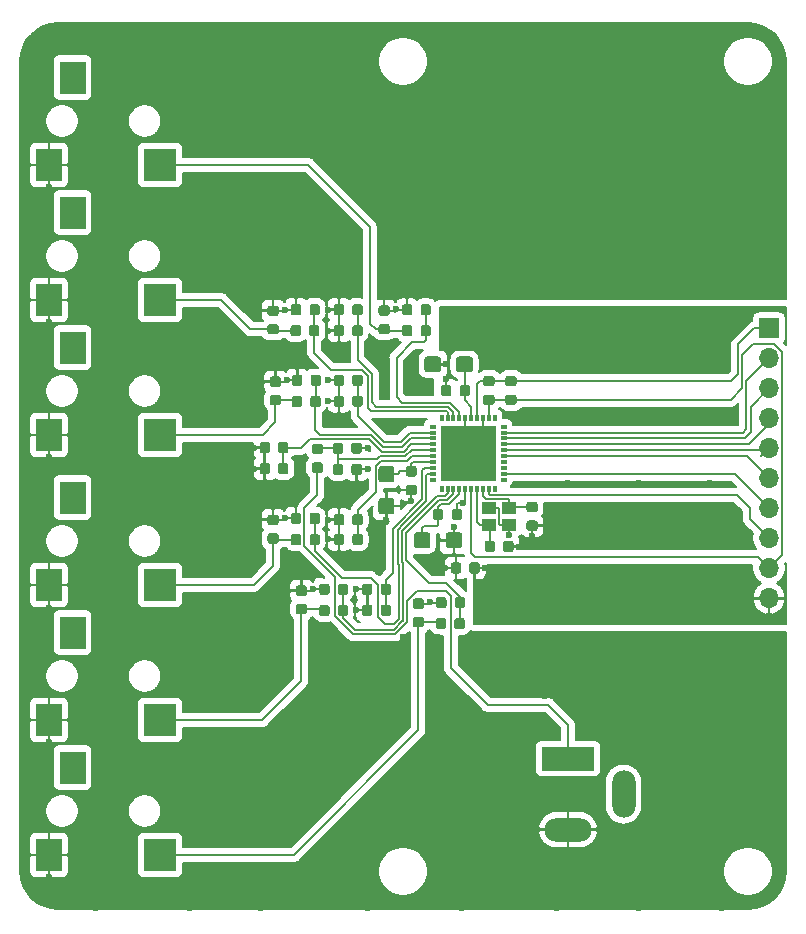
<source format=gbr>
G04 #@! TF.GenerationSoftware,KiCad,Pcbnew,(5.1.5)-3*
G04 #@! TF.CreationDate,2020-03-16T22:45:32+11:00*
G04 #@! TF.ProjectId,ADE7816_Breakout,41444537-3831-4365-9f42-7265616b6f75,rev?*
G04 #@! TF.SameCoordinates,Original*
G04 #@! TF.FileFunction,Copper,L1,Top*
G04 #@! TF.FilePolarity,Positive*
%FSLAX46Y46*%
G04 Gerber Fmt 4.6, Leading zero omitted, Abs format (unit mm)*
G04 Created by KiCad (PCBNEW (5.1.5)-3) date 2020-03-16 22:45:32*
%MOMM*%
%LPD*%
G04 APERTURE LIST*
%ADD10R,1.150000X1.150000*%
%ADD11R,0.500000X0.300000*%
%ADD12R,0.300000X0.500000*%
%ADD13C,0.100000*%
%ADD14R,1.150000X1.000000*%
%ADD15O,1.700000X1.700000*%
%ADD16R,1.700000X1.700000*%
%ADD17R,2.800000X2.800000*%
%ADD18R,2.200000X2.800000*%
%ADD19R,4.500000X2.000000*%
%ADD20O,4.000000X2.000000*%
%ADD21O,2.000000X4.000000*%
%ADD22C,0.600000*%
%ADD23C,0.200000*%
%ADD24C,0.150000*%
G04 APERTURE END LIST*
D10*
X134250000Y-65750000D03*
X133100000Y-65750000D03*
X131950000Y-65750000D03*
X130800000Y-65750000D03*
X134250000Y-66900000D03*
X133100000Y-66900000D03*
X131950000Y-66900000D03*
X130800000Y-66900000D03*
X134250000Y-68050000D03*
X133100000Y-68050000D03*
X131950000Y-68050000D03*
X130800000Y-68050000D03*
X134250000Y-69200000D03*
X133100000Y-69200000D03*
X131950000Y-69200000D03*
X130800000Y-69200000D03*
D11*
X135525000Y-65225000D03*
X135525000Y-65725000D03*
X135525000Y-66225000D03*
X135525000Y-66725000D03*
X135525000Y-67225000D03*
X135525000Y-67725000D03*
X135525000Y-68225000D03*
X135525000Y-68725000D03*
X135525000Y-69225000D03*
X135525000Y-69725000D03*
D12*
X134775000Y-70475000D03*
X134275000Y-70475000D03*
X133775000Y-70475000D03*
X133275000Y-70475000D03*
X132775000Y-70475000D03*
X132275000Y-70475000D03*
X131775000Y-70475000D03*
X131275000Y-70475000D03*
X130775000Y-70475000D03*
X130275000Y-70475000D03*
D11*
X129525000Y-69725000D03*
X129525000Y-69225000D03*
X129525000Y-68725000D03*
X129525000Y-68225000D03*
X129525000Y-67725000D03*
X129525000Y-67225000D03*
X129525000Y-66725000D03*
X129525000Y-66225000D03*
X129525000Y-65725000D03*
X129525000Y-65225000D03*
D12*
X130275000Y-64475000D03*
X130775000Y-64475000D03*
X131275000Y-64475000D03*
X131775000Y-64475000D03*
X132275000Y-64475000D03*
X132775000Y-64475000D03*
X133275000Y-64475000D03*
X133775000Y-64475000D03*
X134275000Y-64475000D03*
X134775000Y-64475000D03*
G04 #@! TA.AperFunction,SMDPad,CuDef*
D13*
G36*
X120027691Y-68261053D02*
G01*
X120048926Y-68264203D01*
X120069750Y-68269419D01*
X120089962Y-68276651D01*
X120109368Y-68285830D01*
X120127781Y-68296866D01*
X120145024Y-68309654D01*
X120160930Y-68324070D01*
X120175346Y-68339976D01*
X120188134Y-68357219D01*
X120199170Y-68375632D01*
X120208349Y-68395038D01*
X120215581Y-68415250D01*
X120220797Y-68436074D01*
X120223947Y-68457309D01*
X120225000Y-68478750D01*
X120225000Y-68916250D01*
X120223947Y-68937691D01*
X120220797Y-68958926D01*
X120215581Y-68979750D01*
X120208349Y-68999962D01*
X120199170Y-69019368D01*
X120188134Y-69037781D01*
X120175346Y-69055024D01*
X120160930Y-69070930D01*
X120145024Y-69085346D01*
X120127781Y-69098134D01*
X120109368Y-69109170D01*
X120089962Y-69118349D01*
X120069750Y-69125581D01*
X120048926Y-69130797D01*
X120027691Y-69133947D01*
X120006250Y-69135000D01*
X119493750Y-69135000D01*
X119472309Y-69133947D01*
X119451074Y-69130797D01*
X119430250Y-69125581D01*
X119410038Y-69118349D01*
X119390632Y-69109170D01*
X119372219Y-69098134D01*
X119354976Y-69085346D01*
X119339070Y-69070930D01*
X119324654Y-69055024D01*
X119311866Y-69037781D01*
X119300830Y-69019368D01*
X119291651Y-68999962D01*
X119284419Y-68979750D01*
X119279203Y-68958926D01*
X119276053Y-68937691D01*
X119275000Y-68916250D01*
X119275000Y-68478750D01*
X119276053Y-68457309D01*
X119279203Y-68436074D01*
X119284419Y-68415250D01*
X119291651Y-68395038D01*
X119300830Y-68375632D01*
X119311866Y-68357219D01*
X119324654Y-68339976D01*
X119339070Y-68324070D01*
X119354976Y-68309654D01*
X119372219Y-68296866D01*
X119390632Y-68285830D01*
X119410038Y-68276651D01*
X119430250Y-68269419D01*
X119451074Y-68264203D01*
X119472309Y-68261053D01*
X119493750Y-68260000D01*
X120006250Y-68260000D01*
X120027691Y-68261053D01*
G37*
G04 #@! TD.AperFunction*
G04 #@! TA.AperFunction,SMDPad,CuDef*
G36*
X120027691Y-66686053D02*
G01*
X120048926Y-66689203D01*
X120069750Y-66694419D01*
X120089962Y-66701651D01*
X120109368Y-66710830D01*
X120127781Y-66721866D01*
X120145024Y-66734654D01*
X120160930Y-66749070D01*
X120175346Y-66764976D01*
X120188134Y-66782219D01*
X120199170Y-66800632D01*
X120208349Y-66820038D01*
X120215581Y-66840250D01*
X120220797Y-66861074D01*
X120223947Y-66882309D01*
X120225000Y-66903750D01*
X120225000Y-67341250D01*
X120223947Y-67362691D01*
X120220797Y-67383926D01*
X120215581Y-67404750D01*
X120208349Y-67424962D01*
X120199170Y-67444368D01*
X120188134Y-67462781D01*
X120175346Y-67480024D01*
X120160930Y-67495930D01*
X120145024Y-67510346D01*
X120127781Y-67523134D01*
X120109368Y-67534170D01*
X120089962Y-67543349D01*
X120069750Y-67550581D01*
X120048926Y-67555797D01*
X120027691Y-67558947D01*
X120006250Y-67560000D01*
X119493750Y-67560000D01*
X119472309Y-67558947D01*
X119451074Y-67555797D01*
X119430250Y-67550581D01*
X119410038Y-67543349D01*
X119390632Y-67534170D01*
X119372219Y-67523134D01*
X119354976Y-67510346D01*
X119339070Y-67495930D01*
X119324654Y-67480024D01*
X119311866Y-67462781D01*
X119300830Y-67444368D01*
X119291651Y-67424962D01*
X119284419Y-67404750D01*
X119279203Y-67383926D01*
X119276053Y-67362691D01*
X119275000Y-67341250D01*
X119275000Y-66903750D01*
X119276053Y-66882309D01*
X119279203Y-66861074D01*
X119284419Y-66840250D01*
X119291651Y-66820038D01*
X119300830Y-66800632D01*
X119311866Y-66782219D01*
X119324654Y-66764976D01*
X119339070Y-66749070D01*
X119354976Y-66734654D01*
X119372219Y-66721866D01*
X119390632Y-66710830D01*
X119410038Y-66701651D01*
X119430250Y-66694419D01*
X119451074Y-66689203D01*
X119472309Y-66686053D01*
X119493750Y-66685000D01*
X120006250Y-66685000D01*
X120027691Y-66686053D01*
G37*
G04 #@! TD.AperFunction*
G04 #@! TA.AperFunction,SMDPad,CuDef*
G36*
X131794505Y-74176204D02*
G01*
X131818773Y-74179804D01*
X131842572Y-74185765D01*
X131865671Y-74194030D01*
X131887850Y-74204520D01*
X131908893Y-74217132D01*
X131928599Y-74231747D01*
X131946777Y-74248223D01*
X131963253Y-74266401D01*
X131977868Y-74286107D01*
X131990480Y-74307150D01*
X132000970Y-74329329D01*
X132009235Y-74352428D01*
X132015196Y-74376227D01*
X132018796Y-74400495D01*
X132020000Y-74424999D01*
X132020000Y-75275001D01*
X132018796Y-75299505D01*
X132015196Y-75323773D01*
X132009235Y-75347572D01*
X132000970Y-75370671D01*
X131990480Y-75392850D01*
X131977868Y-75413893D01*
X131963253Y-75433599D01*
X131946777Y-75451777D01*
X131928599Y-75468253D01*
X131908893Y-75482868D01*
X131887850Y-75495480D01*
X131865671Y-75505970D01*
X131842572Y-75514235D01*
X131818773Y-75520196D01*
X131794505Y-75523796D01*
X131770001Y-75525000D01*
X130869999Y-75525000D01*
X130845495Y-75523796D01*
X130821227Y-75520196D01*
X130797428Y-75514235D01*
X130774329Y-75505970D01*
X130752150Y-75495480D01*
X130731107Y-75482868D01*
X130711401Y-75468253D01*
X130693223Y-75451777D01*
X130676747Y-75433599D01*
X130662132Y-75413893D01*
X130649520Y-75392850D01*
X130639030Y-75370671D01*
X130630765Y-75347572D01*
X130624804Y-75323773D01*
X130621204Y-75299505D01*
X130620000Y-75275001D01*
X130620000Y-74424999D01*
X130621204Y-74400495D01*
X130624804Y-74376227D01*
X130630765Y-74352428D01*
X130639030Y-74329329D01*
X130649520Y-74307150D01*
X130662132Y-74286107D01*
X130676747Y-74266401D01*
X130693223Y-74248223D01*
X130711401Y-74231747D01*
X130731107Y-74217132D01*
X130752150Y-74204520D01*
X130774329Y-74194030D01*
X130797428Y-74185765D01*
X130821227Y-74179804D01*
X130845495Y-74176204D01*
X130869999Y-74175000D01*
X131770001Y-74175000D01*
X131794505Y-74176204D01*
G37*
G04 #@! TD.AperFunction*
G04 #@! TA.AperFunction,SMDPad,CuDef*
G36*
X129094505Y-74176204D02*
G01*
X129118773Y-74179804D01*
X129142572Y-74185765D01*
X129165671Y-74194030D01*
X129187850Y-74204520D01*
X129208893Y-74217132D01*
X129228599Y-74231747D01*
X129246777Y-74248223D01*
X129263253Y-74266401D01*
X129277868Y-74286107D01*
X129290480Y-74307150D01*
X129300970Y-74329329D01*
X129309235Y-74352428D01*
X129315196Y-74376227D01*
X129318796Y-74400495D01*
X129320000Y-74424999D01*
X129320000Y-75275001D01*
X129318796Y-75299505D01*
X129315196Y-75323773D01*
X129309235Y-75347572D01*
X129300970Y-75370671D01*
X129290480Y-75392850D01*
X129277868Y-75413893D01*
X129263253Y-75433599D01*
X129246777Y-75451777D01*
X129228599Y-75468253D01*
X129208893Y-75482868D01*
X129187850Y-75495480D01*
X129165671Y-75505970D01*
X129142572Y-75514235D01*
X129118773Y-75520196D01*
X129094505Y-75523796D01*
X129070001Y-75525000D01*
X128169999Y-75525000D01*
X128145495Y-75523796D01*
X128121227Y-75520196D01*
X128097428Y-75514235D01*
X128074329Y-75505970D01*
X128052150Y-75495480D01*
X128031107Y-75482868D01*
X128011401Y-75468253D01*
X127993223Y-75451777D01*
X127976747Y-75433599D01*
X127962132Y-75413893D01*
X127949520Y-75392850D01*
X127939030Y-75370671D01*
X127930765Y-75347572D01*
X127924804Y-75323773D01*
X127921204Y-75299505D01*
X127920000Y-75275001D01*
X127920000Y-74424999D01*
X127921204Y-74400495D01*
X127924804Y-74376227D01*
X127930765Y-74352428D01*
X127939030Y-74329329D01*
X127949520Y-74307150D01*
X127962132Y-74286107D01*
X127976747Y-74266401D01*
X127993223Y-74248223D01*
X128011401Y-74231747D01*
X128031107Y-74217132D01*
X128052150Y-74204520D01*
X128074329Y-74194030D01*
X128097428Y-74185765D01*
X128121227Y-74179804D01*
X128145495Y-74176204D01*
X128169999Y-74175000D01*
X129070001Y-74175000D01*
X129094505Y-74176204D01*
G37*
G04 #@! TD.AperFunction*
G04 #@! TA.AperFunction,SMDPad,CuDef*
G36*
X134551691Y-62511053D02*
G01*
X134572926Y-62514203D01*
X134593750Y-62519419D01*
X134613962Y-62526651D01*
X134633368Y-62535830D01*
X134651781Y-62546866D01*
X134669024Y-62559654D01*
X134684930Y-62574070D01*
X134699346Y-62589976D01*
X134712134Y-62607219D01*
X134723170Y-62625632D01*
X134732349Y-62645038D01*
X134739581Y-62665250D01*
X134744797Y-62686074D01*
X134747947Y-62707309D01*
X134749000Y-62728750D01*
X134749000Y-63166250D01*
X134747947Y-63187691D01*
X134744797Y-63208926D01*
X134739581Y-63229750D01*
X134732349Y-63249962D01*
X134723170Y-63269368D01*
X134712134Y-63287781D01*
X134699346Y-63305024D01*
X134684930Y-63320930D01*
X134669024Y-63335346D01*
X134651781Y-63348134D01*
X134633368Y-63359170D01*
X134613962Y-63368349D01*
X134593750Y-63375581D01*
X134572926Y-63380797D01*
X134551691Y-63383947D01*
X134530250Y-63385000D01*
X134017750Y-63385000D01*
X133996309Y-63383947D01*
X133975074Y-63380797D01*
X133954250Y-63375581D01*
X133934038Y-63368349D01*
X133914632Y-63359170D01*
X133896219Y-63348134D01*
X133878976Y-63335346D01*
X133863070Y-63320930D01*
X133848654Y-63305024D01*
X133835866Y-63287781D01*
X133824830Y-63269368D01*
X133815651Y-63249962D01*
X133808419Y-63229750D01*
X133803203Y-63208926D01*
X133800053Y-63187691D01*
X133799000Y-63166250D01*
X133799000Y-62728750D01*
X133800053Y-62707309D01*
X133803203Y-62686074D01*
X133808419Y-62665250D01*
X133815651Y-62645038D01*
X133824830Y-62625632D01*
X133835866Y-62607219D01*
X133848654Y-62589976D01*
X133863070Y-62574070D01*
X133878976Y-62559654D01*
X133896219Y-62546866D01*
X133914632Y-62535830D01*
X133934038Y-62526651D01*
X133954250Y-62519419D01*
X133975074Y-62514203D01*
X133996309Y-62511053D01*
X134017750Y-62510000D01*
X134530250Y-62510000D01*
X134551691Y-62511053D01*
G37*
G04 #@! TD.AperFunction*
G04 #@! TA.AperFunction,SMDPad,CuDef*
G36*
X134551691Y-60936053D02*
G01*
X134572926Y-60939203D01*
X134593750Y-60944419D01*
X134613962Y-60951651D01*
X134633368Y-60960830D01*
X134651781Y-60971866D01*
X134669024Y-60984654D01*
X134684930Y-60999070D01*
X134699346Y-61014976D01*
X134712134Y-61032219D01*
X134723170Y-61050632D01*
X134732349Y-61070038D01*
X134739581Y-61090250D01*
X134744797Y-61111074D01*
X134747947Y-61132309D01*
X134749000Y-61153750D01*
X134749000Y-61591250D01*
X134747947Y-61612691D01*
X134744797Y-61633926D01*
X134739581Y-61654750D01*
X134732349Y-61674962D01*
X134723170Y-61694368D01*
X134712134Y-61712781D01*
X134699346Y-61730024D01*
X134684930Y-61745930D01*
X134669024Y-61760346D01*
X134651781Y-61773134D01*
X134633368Y-61784170D01*
X134613962Y-61793349D01*
X134593750Y-61800581D01*
X134572926Y-61805797D01*
X134551691Y-61808947D01*
X134530250Y-61810000D01*
X134017750Y-61810000D01*
X133996309Y-61808947D01*
X133975074Y-61805797D01*
X133954250Y-61800581D01*
X133934038Y-61793349D01*
X133914632Y-61784170D01*
X133896219Y-61773134D01*
X133878976Y-61760346D01*
X133863070Y-61745930D01*
X133848654Y-61730024D01*
X133835866Y-61712781D01*
X133824830Y-61694368D01*
X133815651Y-61674962D01*
X133808419Y-61654750D01*
X133803203Y-61633926D01*
X133800053Y-61612691D01*
X133799000Y-61591250D01*
X133799000Y-61153750D01*
X133800053Y-61132309D01*
X133803203Y-61111074D01*
X133808419Y-61090250D01*
X133815651Y-61070038D01*
X133824830Y-61050632D01*
X133835866Y-61032219D01*
X133848654Y-61014976D01*
X133863070Y-60999070D01*
X133878976Y-60984654D01*
X133896219Y-60971866D01*
X133914632Y-60960830D01*
X133934038Y-60951651D01*
X133954250Y-60944419D01*
X133975074Y-60939203D01*
X133996309Y-60936053D01*
X134017750Y-60935000D01*
X134530250Y-60935000D01*
X134551691Y-60936053D01*
G37*
G04 #@! TD.AperFunction*
G04 #@! TA.AperFunction,SMDPad,CuDef*
G36*
X127977691Y-70151053D02*
G01*
X127998926Y-70154203D01*
X128019750Y-70159419D01*
X128039962Y-70166651D01*
X128059368Y-70175830D01*
X128077781Y-70186866D01*
X128095024Y-70199654D01*
X128110930Y-70214070D01*
X128125346Y-70229976D01*
X128138134Y-70247219D01*
X128149170Y-70265632D01*
X128158349Y-70285038D01*
X128165581Y-70305250D01*
X128170797Y-70326074D01*
X128173947Y-70347309D01*
X128175000Y-70368750D01*
X128175000Y-70806250D01*
X128173947Y-70827691D01*
X128170797Y-70848926D01*
X128165581Y-70869750D01*
X128158349Y-70889962D01*
X128149170Y-70909368D01*
X128138134Y-70927781D01*
X128125346Y-70945024D01*
X128110930Y-70960930D01*
X128095024Y-70975346D01*
X128077781Y-70988134D01*
X128059368Y-70999170D01*
X128039962Y-71008349D01*
X128019750Y-71015581D01*
X127998926Y-71020797D01*
X127977691Y-71023947D01*
X127956250Y-71025000D01*
X127443750Y-71025000D01*
X127422309Y-71023947D01*
X127401074Y-71020797D01*
X127380250Y-71015581D01*
X127360038Y-71008349D01*
X127340632Y-70999170D01*
X127322219Y-70988134D01*
X127304976Y-70975346D01*
X127289070Y-70960930D01*
X127274654Y-70945024D01*
X127261866Y-70927781D01*
X127250830Y-70909368D01*
X127241651Y-70889962D01*
X127234419Y-70869750D01*
X127229203Y-70848926D01*
X127226053Y-70827691D01*
X127225000Y-70806250D01*
X127225000Y-70368750D01*
X127226053Y-70347309D01*
X127229203Y-70326074D01*
X127234419Y-70305250D01*
X127241651Y-70285038D01*
X127250830Y-70265632D01*
X127261866Y-70247219D01*
X127274654Y-70229976D01*
X127289070Y-70214070D01*
X127304976Y-70199654D01*
X127322219Y-70186866D01*
X127340632Y-70175830D01*
X127360038Y-70166651D01*
X127380250Y-70159419D01*
X127401074Y-70154203D01*
X127422309Y-70151053D01*
X127443750Y-70150000D01*
X127956250Y-70150000D01*
X127977691Y-70151053D01*
G37*
G04 #@! TD.AperFunction*
G04 #@! TA.AperFunction,SMDPad,CuDef*
G36*
X127977691Y-68576053D02*
G01*
X127998926Y-68579203D01*
X128019750Y-68584419D01*
X128039962Y-68591651D01*
X128059368Y-68600830D01*
X128077781Y-68611866D01*
X128095024Y-68624654D01*
X128110930Y-68639070D01*
X128125346Y-68654976D01*
X128138134Y-68672219D01*
X128149170Y-68690632D01*
X128158349Y-68710038D01*
X128165581Y-68730250D01*
X128170797Y-68751074D01*
X128173947Y-68772309D01*
X128175000Y-68793750D01*
X128175000Y-69231250D01*
X128173947Y-69252691D01*
X128170797Y-69273926D01*
X128165581Y-69294750D01*
X128158349Y-69314962D01*
X128149170Y-69334368D01*
X128138134Y-69352781D01*
X128125346Y-69370024D01*
X128110930Y-69385930D01*
X128095024Y-69400346D01*
X128077781Y-69413134D01*
X128059368Y-69424170D01*
X128039962Y-69433349D01*
X128019750Y-69440581D01*
X127998926Y-69445797D01*
X127977691Y-69448947D01*
X127956250Y-69450000D01*
X127443750Y-69450000D01*
X127422309Y-69448947D01*
X127401074Y-69445797D01*
X127380250Y-69440581D01*
X127360038Y-69433349D01*
X127340632Y-69424170D01*
X127322219Y-69413134D01*
X127304976Y-69400346D01*
X127289070Y-69385930D01*
X127274654Y-69370024D01*
X127261866Y-69352781D01*
X127250830Y-69334368D01*
X127241651Y-69314962D01*
X127234419Y-69294750D01*
X127229203Y-69273926D01*
X127226053Y-69252691D01*
X127225000Y-69231250D01*
X127225000Y-68793750D01*
X127226053Y-68772309D01*
X127229203Y-68751074D01*
X127234419Y-68730250D01*
X127241651Y-68710038D01*
X127250830Y-68690632D01*
X127261866Y-68672219D01*
X127274654Y-68654976D01*
X127289070Y-68639070D01*
X127304976Y-68624654D01*
X127322219Y-68611866D01*
X127340632Y-68600830D01*
X127360038Y-68591651D01*
X127380250Y-68584419D01*
X127401074Y-68579203D01*
X127422309Y-68576053D01*
X127443750Y-68575000D01*
X127956250Y-68575000D01*
X127977691Y-68576053D01*
G37*
G04 #@! TD.AperFunction*
G04 #@! TA.AperFunction,SMDPad,CuDef*
G36*
X126049505Y-71251204D02*
G01*
X126073773Y-71254804D01*
X126097572Y-71260765D01*
X126120671Y-71269030D01*
X126142850Y-71279520D01*
X126163893Y-71292132D01*
X126183599Y-71306747D01*
X126201777Y-71323223D01*
X126218253Y-71341401D01*
X126232868Y-71361107D01*
X126245480Y-71382150D01*
X126255970Y-71404329D01*
X126264235Y-71427428D01*
X126270196Y-71451227D01*
X126273796Y-71475495D01*
X126275000Y-71499999D01*
X126275000Y-72400001D01*
X126273796Y-72424505D01*
X126270196Y-72448773D01*
X126264235Y-72472572D01*
X126255970Y-72495671D01*
X126245480Y-72517850D01*
X126232868Y-72538893D01*
X126218253Y-72558599D01*
X126201777Y-72576777D01*
X126183599Y-72593253D01*
X126163893Y-72607868D01*
X126142850Y-72620480D01*
X126120671Y-72630970D01*
X126097572Y-72639235D01*
X126073773Y-72645196D01*
X126049505Y-72648796D01*
X126025001Y-72650000D01*
X125174999Y-72650000D01*
X125150495Y-72648796D01*
X125126227Y-72645196D01*
X125102428Y-72639235D01*
X125079329Y-72630970D01*
X125057150Y-72620480D01*
X125036107Y-72607868D01*
X125016401Y-72593253D01*
X124998223Y-72576777D01*
X124981747Y-72558599D01*
X124967132Y-72538893D01*
X124954520Y-72517850D01*
X124944030Y-72495671D01*
X124935765Y-72472572D01*
X124929804Y-72448773D01*
X124926204Y-72424505D01*
X124925000Y-72400001D01*
X124925000Y-71499999D01*
X124926204Y-71475495D01*
X124929804Y-71451227D01*
X124935765Y-71427428D01*
X124944030Y-71404329D01*
X124954520Y-71382150D01*
X124967132Y-71361107D01*
X124981747Y-71341401D01*
X124998223Y-71323223D01*
X125016401Y-71306747D01*
X125036107Y-71292132D01*
X125057150Y-71279520D01*
X125079329Y-71269030D01*
X125102428Y-71260765D01*
X125126227Y-71254804D01*
X125150495Y-71251204D01*
X125174999Y-71250000D01*
X126025001Y-71250000D01*
X126049505Y-71251204D01*
G37*
G04 #@! TD.AperFunction*
G04 #@! TA.AperFunction,SMDPad,CuDef*
G36*
X126049505Y-68551204D02*
G01*
X126073773Y-68554804D01*
X126097572Y-68560765D01*
X126120671Y-68569030D01*
X126142850Y-68579520D01*
X126163893Y-68592132D01*
X126183599Y-68606747D01*
X126201777Y-68623223D01*
X126218253Y-68641401D01*
X126232868Y-68661107D01*
X126245480Y-68682150D01*
X126255970Y-68704329D01*
X126264235Y-68727428D01*
X126270196Y-68751227D01*
X126273796Y-68775495D01*
X126275000Y-68799999D01*
X126275000Y-69700001D01*
X126273796Y-69724505D01*
X126270196Y-69748773D01*
X126264235Y-69772572D01*
X126255970Y-69795671D01*
X126245480Y-69817850D01*
X126232868Y-69838893D01*
X126218253Y-69858599D01*
X126201777Y-69876777D01*
X126183599Y-69893253D01*
X126163893Y-69907868D01*
X126142850Y-69920480D01*
X126120671Y-69930970D01*
X126097572Y-69939235D01*
X126073773Y-69945196D01*
X126049505Y-69948796D01*
X126025001Y-69950000D01*
X125174999Y-69950000D01*
X125150495Y-69948796D01*
X125126227Y-69945196D01*
X125102428Y-69939235D01*
X125079329Y-69930970D01*
X125057150Y-69920480D01*
X125036107Y-69907868D01*
X125016401Y-69893253D01*
X124998223Y-69876777D01*
X124981747Y-69858599D01*
X124967132Y-69838893D01*
X124954520Y-69817850D01*
X124944030Y-69795671D01*
X124935765Y-69772572D01*
X124929804Y-69748773D01*
X124926204Y-69724505D01*
X124925000Y-69700001D01*
X124925000Y-68799999D01*
X124926204Y-68775495D01*
X124929804Y-68751227D01*
X124935765Y-68727428D01*
X124944030Y-68704329D01*
X124954520Y-68682150D01*
X124967132Y-68661107D01*
X124981747Y-68641401D01*
X124998223Y-68623223D01*
X125016401Y-68606747D01*
X125036107Y-68592132D01*
X125057150Y-68579520D01*
X125079329Y-68569030D01*
X125102428Y-68560765D01*
X125126227Y-68554804D01*
X125150495Y-68551204D01*
X125174999Y-68550000D01*
X126025001Y-68550000D01*
X126049505Y-68551204D01*
G37*
G04 #@! TD.AperFunction*
G04 #@! TA.AperFunction,SMDPad,CuDef*
G36*
X136417691Y-62511053D02*
G01*
X136438926Y-62514203D01*
X136459750Y-62519419D01*
X136479962Y-62526651D01*
X136499368Y-62535830D01*
X136517781Y-62546866D01*
X136535024Y-62559654D01*
X136550930Y-62574070D01*
X136565346Y-62589976D01*
X136578134Y-62607219D01*
X136589170Y-62625632D01*
X136598349Y-62645038D01*
X136605581Y-62665250D01*
X136610797Y-62686074D01*
X136613947Y-62707309D01*
X136615000Y-62728750D01*
X136615000Y-63166250D01*
X136613947Y-63187691D01*
X136610797Y-63208926D01*
X136605581Y-63229750D01*
X136598349Y-63249962D01*
X136589170Y-63269368D01*
X136578134Y-63287781D01*
X136565346Y-63305024D01*
X136550930Y-63320930D01*
X136535024Y-63335346D01*
X136517781Y-63348134D01*
X136499368Y-63359170D01*
X136479962Y-63368349D01*
X136459750Y-63375581D01*
X136438926Y-63380797D01*
X136417691Y-63383947D01*
X136396250Y-63385000D01*
X135883750Y-63385000D01*
X135862309Y-63383947D01*
X135841074Y-63380797D01*
X135820250Y-63375581D01*
X135800038Y-63368349D01*
X135780632Y-63359170D01*
X135762219Y-63348134D01*
X135744976Y-63335346D01*
X135729070Y-63320930D01*
X135714654Y-63305024D01*
X135701866Y-63287781D01*
X135690830Y-63269368D01*
X135681651Y-63249962D01*
X135674419Y-63229750D01*
X135669203Y-63208926D01*
X135666053Y-63187691D01*
X135665000Y-63166250D01*
X135665000Y-62728750D01*
X135666053Y-62707309D01*
X135669203Y-62686074D01*
X135674419Y-62665250D01*
X135681651Y-62645038D01*
X135690830Y-62625632D01*
X135701866Y-62607219D01*
X135714654Y-62589976D01*
X135729070Y-62574070D01*
X135744976Y-62559654D01*
X135762219Y-62546866D01*
X135780632Y-62535830D01*
X135800038Y-62526651D01*
X135820250Y-62519419D01*
X135841074Y-62514203D01*
X135862309Y-62511053D01*
X135883750Y-62510000D01*
X136396250Y-62510000D01*
X136417691Y-62511053D01*
G37*
G04 #@! TD.AperFunction*
G04 #@! TA.AperFunction,SMDPad,CuDef*
G36*
X136417691Y-60936053D02*
G01*
X136438926Y-60939203D01*
X136459750Y-60944419D01*
X136479962Y-60951651D01*
X136499368Y-60960830D01*
X136517781Y-60971866D01*
X136535024Y-60984654D01*
X136550930Y-60999070D01*
X136565346Y-61014976D01*
X136578134Y-61032219D01*
X136589170Y-61050632D01*
X136598349Y-61070038D01*
X136605581Y-61090250D01*
X136610797Y-61111074D01*
X136613947Y-61132309D01*
X136615000Y-61153750D01*
X136615000Y-61591250D01*
X136613947Y-61612691D01*
X136610797Y-61633926D01*
X136605581Y-61654750D01*
X136598349Y-61674962D01*
X136589170Y-61694368D01*
X136578134Y-61712781D01*
X136565346Y-61730024D01*
X136550930Y-61745930D01*
X136535024Y-61760346D01*
X136517781Y-61773134D01*
X136499368Y-61784170D01*
X136479962Y-61793349D01*
X136459750Y-61800581D01*
X136438926Y-61805797D01*
X136417691Y-61808947D01*
X136396250Y-61810000D01*
X135883750Y-61810000D01*
X135862309Y-61808947D01*
X135841074Y-61805797D01*
X135820250Y-61800581D01*
X135800038Y-61793349D01*
X135780632Y-61784170D01*
X135762219Y-61773134D01*
X135744976Y-61760346D01*
X135729070Y-61745930D01*
X135714654Y-61730024D01*
X135701866Y-61712781D01*
X135690830Y-61694368D01*
X135681651Y-61674962D01*
X135674419Y-61654750D01*
X135669203Y-61633926D01*
X135666053Y-61612691D01*
X135665000Y-61591250D01*
X135665000Y-61153750D01*
X135666053Y-61132309D01*
X135669203Y-61111074D01*
X135674419Y-61090250D01*
X135681651Y-61070038D01*
X135690830Y-61050632D01*
X135701866Y-61032219D01*
X135714654Y-61014976D01*
X135729070Y-60999070D01*
X135744976Y-60984654D01*
X135762219Y-60971866D01*
X135780632Y-60960830D01*
X135800038Y-60951651D01*
X135820250Y-60944419D01*
X135841074Y-60939203D01*
X135862309Y-60936053D01*
X135883750Y-60935000D01*
X136396250Y-60935000D01*
X136417691Y-60936053D01*
G37*
G04 #@! TD.AperFunction*
G04 #@! TA.AperFunction,SMDPad,CuDef*
G36*
X132684505Y-59286204D02*
G01*
X132708773Y-59289804D01*
X132732572Y-59295765D01*
X132755671Y-59304030D01*
X132777850Y-59314520D01*
X132798893Y-59327132D01*
X132818599Y-59341747D01*
X132836777Y-59358223D01*
X132853253Y-59376401D01*
X132867868Y-59396107D01*
X132880480Y-59417150D01*
X132890970Y-59439329D01*
X132899235Y-59462428D01*
X132905196Y-59486227D01*
X132908796Y-59510495D01*
X132910000Y-59534999D01*
X132910000Y-60385001D01*
X132908796Y-60409505D01*
X132905196Y-60433773D01*
X132899235Y-60457572D01*
X132890970Y-60480671D01*
X132880480Y-60502850D01*
X132867868Y-60523893D01*
X132853253Y-60543599D01*
X132836777Y-60561777D01*
X132818599Y-60578253D01*
X132798893Y-60592868D01*
X132777850Y-60605480D01*
X132755671Y-60615970D01*
X132732572Y-60624235D01*
X132708773Y-60630196D01*
X132684505Y-60633796D01*
X132660001Y-60635000D01*
X131759999Y-60635000D01*
X131735495Y-60633796D01*
X131711227Y-60630196D01*
X131687428Y-60624235D01*
X131664329Y-60615970D01*
X131642150Y-60605480D01*
X131621107Y-60592868D01*
X131601401Y-60578253D01*
X131583223Y-60561777D01*
X131566747Y-60543599D01*
X131552132Y-60523893D01*
X131539520Y-60502850D01*
X131529030Y-60480671D01*
X131520765Y-60457572D01*
X131514804Y-60433773D01*
X131511204Y-60409505D01*
X131510000Y-60385001D01*
X131510000Y-59534999D01*
X131511204Y-59510495D01*
X131514804Y-59486227D01*
X131520765Y-59462428D01*
X131529030Y-59439329D01*
X131539520Y-59417150D01*
X131552132Y-59396107D01*
X131566747Y-59376401D01*
X131583223Y-59358223D01*
X131601401Y-59341747D01*
X131621107Y-59327132D01*
X131642150Y-59314520D01*
X131664329Y-59304030D01*
X131687428Y-59295765D01*
X131711227Y-59289804D01*
X131735495Y-59286204D01*
X131759999Y-59285000D01*
X132660001Y-59285000D01*
X132684505Y-59286204D01*
G37*
G04 #@! TD.AperFunction*
G04 #@! TA.AperFunction,SMDPad,CuDef*
G36*
X129984505Y-59286204D02*
G01*
X130008773Y-59289804D01*
X130032572Y-59295765D01*
X130055671Y-59304030D01*
X130077850Y-59314520D01*
X130098893Y-59327132D01*
X130118599Y-59341747D01*
X130136777Y-59358223D01*
X130153253Y-59376401D01*
X130167868Y-59396107D01*
X130180480Y-59417150D01*
X130190970Y-59439329D01*
X130199235Y-59462428D01*
X130205196Y-59486227D01*
X130208796Y-59510495D01*
X130210000Y-59534999D01*
X130210000Y-60385001D01*
X130208796Y-60409505D01*
X130205196Y-60433773D01*
X130199235Y-60457572D01*
X130190970Y-60480671D01*
X130180480Y-60502850D01*
X130167868Y-60523893D01*
X130153253Y-60543599D01*
X130136777Y-60561777D01*
X130118599Y-60578253D01*
X130098893Y-60592868D01*
X130077850Y-60605480D01*
X130055671Y-60615970D01*
X130032572Y-60624235D01*
X130008773Y-60630196D01*
X129984505Y-60633796D01*
X129960001Y-60635000D01*
X129059999Y-60635000D01*
X129035495Y-60633796D01*
X129011227Y-60630196D01*
X128987428Y-60624235D01*
X128964329Y-60615970D01*
X128942150Y-60605480D01*
X128921107Y-60592868D01*
X128901401Y-60578253D01*
X128883223Y-60561777D01*
X128866747Y-60543599D01*
X128852132Y-60523893D01*
X128839520Y-60502850D01*
X128829030Y-60480671D01*
X128820765Y-60457572D01*
X128814804Y-60433773D01*
X128811204Y-60409505D01*
X128810000Y-60385001D01*
X128810000Y-59534999D01*
X128811204Y-59510495D01*
X128814804Y-59486227D01*
X128820765Y-59462428D01*
X128829030Y-59439329D01*
X128839520Y-59417150D01*
X128852132Y-59396107D01*
X128866747Y-59376401D01*
X128883223Y-59358223D01*
X128901401Y-59341747D01*
X128921107Y-59327132D01*
X128942150Y-59314520D01*
X128964329Y-59304030D01*
X128987428Y-59295765D01*
X129011227Y-59289804D01*
X129035495Y-59286204D01*
X129059999Y-59285000D01*
X129960001Y-59285000D01*
X129984505Y-59286204D01*
G37*
G04 #@! TD.AperFunction*
G04 #@! TA.AperFunction,SMDPad,CuDef*
G36*
X132467691Y-61696053D02*
G01*
X132488926Y-61699203D01*
X132509750Y-61704419D01*
X132529962Y-61711651D01*
X132549368Y-61720830D01*
X132567781Y-61731866D01*
X132585024Y-61744654D01*
X132600930Y-61759070D01*
X132615346Y-61774976D01*
X132628134Y-61792219D01*
X132639170Y-61810632D01*
X132648349Y-61830038D01*
X132655581Y-61850250D01*
X132660797Y-61871074D01*
X132663947Y-61892309D01*
X132665000Y-61913750D01*
X132665000Y-62426250D01*
X132663947Y-62447691D01*
X132660797Y-62468926D01*
X132655581Y-62489750D01*
X132648349Y-62509962D01*
X132639170Y-62529368D01*
X132628134Y-62547781D01*
X132615346Y-62565024D01*
X132600930Y-62580930D01*
X132585024Y-62595346D01*
X132567781Y-62608134D01*
X132549368Y-62619170D01*
X132529962Y-62628349D01*
X132509750Y-62635581D01*
X132488926Y-62640797D01*
X132467691Y-62643947D01*
X132446250Y-62645000D01*
X132008750Y-62645000D01*
X131987309Y-62643947D01*
X131966074Y-62640797D01*
X131945250Y-62635581D01*
X131925038Y-62628349D01*
X131905632Y-62619170D01*
X131887219Y-62608134D01*
X131869976Y-62595346D01*
X131854070Y-62580930D01*
X131839654Y-62565024D01*
X131826866Y-62547781D01*
X131815830Y-62529368D01*
X131806651Y-62509962D01*
X131799419Y-62489750D01*
X131794203Y-62468926D01*
X131791053Y-62447691D01*
X131790000Y-62426250D01*
X131790000Y-61913750D01*
X131791053Y-61892309D01*
X131794203Y-61871074D01*
X131799419Y-61850250D01*
X131806651Y-61830038D01*
X131815830Y-61810632D01*
X131826866Y-61792219D01*
X131839654Y-61774976D01*
X131854070Y-61759070D01*
X131869976Y-61744654D01*
X131887219Y-61731866D01*
X131905632Y-61720830D01*
X131925038Y-61711651D01*
X131945250Y-61704419D01*
X131966074Y-61699203D01*
X131987309Y-61696053D01*
X132008750Y-61695000D01*
X132446250Y-61695000D01*
X132467691Y-61696053D01*
G37*
G04 #@! TD.AperFunction*
G04 #@! TA.AperFunction,SMDPad,CuDef*
G36*
X130892691Y-61696053D02*
G01*
X130913926Y-61699203D01*
X130934750Y-61704419D01*
X130954962Y-61711651D01*
X130974368Y-61720830D01*
X130992781Y-61731866D01*
X131010024Y-61744654D01*
X131025930Y-61759070D01*
X131040346Y-61774976D01*
X131053134Y-61792219D01*
X131064170Y-61810632D01*
X131073349Y-61830038D01*
X131080581Y-61850250D01*
X131085797Y-61871074D01*
X131088947Y-61892309D01*
X131090000Y-61913750D01*
X131090000Y-62426250D01*
X131088947Y-62447691D01*
X131085797Y-62468926D01*
X131080581Y-62489750D01*
X131073349Y-62509962D01*
X131064170Y-62529368D01*
X131053134Y-62547781D01*
X131040346Y-62565024D01*
X131025930Y-62580930D01*
X131010024Y-62595346D01*
X130992781Y-62608134D01*
X130974368Y-62619170D01*
X130954962Y-62628349D01*
X130934750Y-62635581D01*
X130913926Y-62640797D01*
X130892691Y-62643947D01*
X130871250Y-62645000D01*
X130433750Y-62645000D01*
X130412309Y-62643947D01*
X130391074Y-62640797D01*
X130370250Y-62635581D01*
X130350038Y-62628349D01*
X130330632Y-62619170D01*
X130312219Y-62608134D01*
X130294976Y-62595346D01*
X130279070Y-62580930D01*
X130264654Y-62565024D01*
X130251866Y-62547781D01*
X130240830Y-62529368D01*
X130231651Y-62509962D01*
X130224419Y-62489750D01*
X130219203Y-62468926D01*
X130216053Y-62447691D01*
X130215000Y-62426250D01*
X130215000Y-61913750D01*
X130216053Y-61892309D01*
X130219203Y-61871074D01*
X130224419Y-61850250D01*
X130231651Y-61830038D01*
X130240830Y-61810632D01*
X130251866Y-61792219D01*
X130264654Y-61774976D01*
X130279070Y-61759070D01*
X130294976Y-61744654D01*
X130312219Y-61731866D01*
X130330632Y-61720830D01*
X130350038Y-61711651D01*
X130370250Y-61704419D01*
X130391074Y-61699203D01*
X130412309Y-61696053D01*
X130433750Y-61695000D01*
X130871250Y-61695000D01*
X130892691Y-61696053D01*
G37*
G04 #@! TD.AperFunction*
G04 #@! TA.AperFunction,SMDPad,CuDef*
G36*
X131797691Y-72186053D02*
G01*
X131818926Y-72189203D01*
X131839750Y-72194419D01*
X131859962Y-72201651D01*
X131879368Y-72210830D01*
X131897781Y-72221866D01*
X131915024Y-72234654D01*
X131930930Y-72249070D01*
X131945346Y-72264976D01*
X131958134Y-72282219D01*
X131969170Y-72300632D01*
X131978349Y-72320038D01*
X131985581Y-72340250D01*
X131990797Y-72361074D01*
X131993947Y-72382309D01*
X131995000Y-72403750D01*
X131995000Y-72916250D01*
X131993947Y-72937691D01*
X131990797Y-72958926D01*
X131985581Y-72979750D01*
X131978349Y-72999962D01*
X131969170Y-73019368D01*
X131958134Y-73037781D01*
X131945346Y-73055024D01*
X131930930Y-73070930D01*
X131915024Y-73085346D01*
X131897781Y-73098134D01*
X131879368Y-73109170D01*
X131859962Y-73118349D01*
X131839750Y-73125581D01*
X131818926Y-73130797D01*
X131797691Y-73133947D01*
X131776250Y-73135000D01*
X131338750Y-73135000D01*
X131317309Y-73133947D01*
X131296074Y-73130797D01*
X131275250Y-73125581D01*
X131255038Y-73118349D01*
X131235632Y-73109170D01*
X131217219Y-73098134D01*
X131199976Y-73085346D01*
X131184070Y-73070930D01*
X131169654Y-73055024D01*
X131156866Y-73037781D01*
X131145830Y-73019368D01*
X131136651Y-72999962D01*
X131129419Y-72979750D01*
X131124203Y-72958926D01*
X131121053Y-72937691D01*
X131120000Y-72916250D01*
X131120000Y-72403750D01*
X131121053Y-72382309D01*
X131124203Y-72361074D01*
X131129419Y-72340250D01*
X131136651Y-72320038D01*
X131145830Y-72300632D01*
X131156866Y-72282219D01*
X131169654Y-72264976D01*
X131184070Y-72249070D01*
X131199976Y-72234654D01*
X131217219Y-72221866D01*
X131235632Y-72210830D01*
X131255038Y-72201651D01*
X131275250Y-72194419D01*
X131296074Y-72189203D01*
X131317309Y-72186053D01*
X131338750Y-72185000D01*
X131776250Y-72185000D01*
X131797691Y-72186053D01*
G37*
G04 #@! TD.AperFunction*
G04 #@! TA.AperFunction,SMDPad,CuDef*
G36*
X130222691Y-72186053D02*
G01*
X130243926Y-72189203D01*
X130264750Y-72194419D01*
X130284962Y-72201651D01*
X130304368Y-72210830D01*
X130322781Y-72221866D01*
X130340024Y-72234654D01*
X130355930Y-72249070D01*
X130370346Y-72264976D01*
X130383134Y-72282219D01*
X130394170Y-72300632D01*
X130403349Y-72320038D01*
X130410581Y-72340250D01*
X130415797Y-72361074D01*
X130418947Y-72382309D01*
X130420000Y-72403750D01*
X130420000Y-72916250D01*
X130418947Y-72937691D01*
X130415797Y-72958926D01*
X130410581Y-72979750D01*
X130403349Y-72999962D01*
X130394170Y-73019368D01*
X130383134Y-73037781D01*
X130370346Y-73055024D01*
X130355930Y-73070930D01*
X130340024Y-73085346D01*
X130322781Y-73098134D01*
X130304368Y-73109170D01*
X130284962Y-73118349D01*
X130264750Y-73125581D01*
X130243926Y-73130797D01*
X130222691Y-73133947D01*
X130201250Y-73135000D01*
X129763750Y-73135000D01*
X129742309Y-73133947D01*
X129721074Y-73130797D01*
X129700250Y-73125581D01*
X129680038Y-73118349D01*
X129660632Y-73109170D01*
X129642219Y-73098134D01*
X129624976Y-73085346D01*
X129609070Y-73070930D01*
X129594654Y-73055024D01*
X129581866Y-73037781D01*
X129570830Y-73019368D01*
X129561651Y-72999962D01*
X129554419Y-72979750D01*
X129549203Y-72958926D01*
X129546053Y-72937691D01*
X129545000Y-72916250D01*
X129545000Y-72403750D01*
X129546053Y-72382309D01*
X129549203Y-72361074D01*
X129554419Y-72340250D01*
X129561651Y-72320038D01*
X129570830Y-72300632D01*
X129581866Y-72282219D01*
X129594654Y-72264976D01*
X129609070Y-72249070D01*
X129624976Y-72234654D01*
X129642219Y-72221866D01*
X129660632Y-72210830D01*
X129680038Y-72201651D01*
X129700250Y-72194419D01*
X129721074Y-72189203D01*
X129742309Y-72186053D01*
X129763750Y-72185000D01*
X130201250Y-72185000D01*
X130222691Y-72186053D01*
G37*
G04 #@! TD.AperFunction*
G04 #@! TA.AperFunction,SMDPad,CuDef*
G36*
X133297691Y-76716053D02*
G01*
X133318926Y-76719203D01*
X133339750Y-76724419D01*
X133359962Y-76731651D01*
X133379368Y-76740830D01*
X133397781Y-76751866D01*
X133415024Y-76764654D01*
X133430930Y-76779070D01*
X133445346Y-76794976D01*
X133458134Y-76812219D01*
X133469170Y-76830632D01*
X133478349Y-76850038D01*
X133485581Y-76870250D01*
X133490797Y-76891074D01*
X133493947Y-76912309D01*
X133495000Y-76933750D01*
X133495000Y-77446250D01*
X133493947Y-77467691D01*
X133490797Y-77488926D01*
X133485581Y-77509750D01*
X133478349Y-77529962D01*
X133469170Y-77549368D01*
X133458134Y-77567781D01*
X133445346Y-77585024D01*
X133430930Y-77600930D01*
X133415024Y-77615346D01*
X133397781Y-77628134D01*
X133379368Y-77639170D01*
X133359962Y-77648349D01*
X133339750Y-77655581D01*
X133318926Y-77660797D01*
X133297691Y-77663947D01*
X133276250Y-77665000D01*
X132838750Y-77665000D01*
X132817309Y-77663947D01*
X132796074Y-77660797D01*
X132775250Y-77655581D01*
X132755038Y-77648349D01*
X132735632Y-77639170D01*
X132717219Y-77628134D01*
X132699976Y-77615346D01*
X132684070Y-77600930D01*
X132669654Y-77585024D01*
X132656866Y-77567781D01*
X132645830Y-77549368D01*
X132636651Y-77529962D01*
X132629419Y-77509750D01*
X132624203Y-77488926D01*
X132621053Y-77467691D01*
X132620000Y-77446250D01*
X132620000Y-76933750D01*
X132621053Y-76912309D01*
X132624203Y-76891074D01*
X132629419Y-76870250D01*
X132636651Y-76850038D01*
X132645830Y-76830632D01*
X132656866Y-76812219D01*
X132669654Y-76794976D01*
X132684070Y-76779070D01*
X132699976Y-76764654D01*
X132717219Y-76751866D01*
X132735632Y-76740830D01*
X132755038Y-76731651D01*
X132775250Y-76724419D01*
X132796074Y-76719203D01*
X132817309Y-76716053D01*
X132838750Y-76715000D01*
X133276250Y-76715000D01*
X133297691Y-76716053D01*
G37*
G04 #@! TD.AperFunction*
G04 #@! TA.AperFunction,SMDPad,CuDef*
G36*
X131722691Y-76716053D02*
G01*
X131743926Y-76719203D01*
X131764750Y-76724419D01*
X131784962Y-76731651D01*
X131804368Y-76740830D01*
X131822781Y-76751866D01*
X131840024Y-76764654D01*
X131855930Y-76779070D01*
X131870346Y-76794976D01*
X131883134Y-76812219D01*
X131894170Y-76830632D01*
X131903349Y-76850038D01*
X131910581Y-76870250D01*
X131915797Y-76891074D01*
X131918947Y-76912309D01*
X131920000Y-76933750D01*
X131920000Y-77446250D01*
X131918947Y-77467691D01*
X131915797Y-77488926D01*
X131910581Y-77509750D01*
X131903349Y-77529962D01*
X131894170Y-77549368D01*
X131883134Y-77567781D01*
X131870346Y-77585024D01*
X131855930Y-77600930D01*
X131840024Y-77615346D01*
X131822781Y-77628134D01*
X131804368Y-77639170D01*
X131784962Y-77648349D01*
X131764750Y-77655581D01*
X131743926Y-77660797D01*
X131722691Y-77663947D01*
X131701250Y-77665000D01*
X131263750Y-77665000D01*
X131242309Y-77663947D01*
X131221074Y-77660797D01*
X131200250Y-77655581D01*
X131180038Y-77648349D01*
X131160632Y-77639170D01*
X131142219Y-77628134D01*
X131124976Y-77615346D01*
X131109070Y-77600930D01*
X131094654Y-77585024D01*
X131081866Y-77567781D01*
X131070830Y-77549368D01*
X131061651Y-77529962D01*
X131054419Y-77509750D01*
X131049203Y-77488926D01*
X131046053Y-77467691D01*
X131045000Y-77446250D01*
X131045000Y-76933750D01*
X131046053Y-76912309D01*
X131049203Y-76891074D01*
X131054419Y-76870250D01*
X131061651Y-76850038D01*
X131070830Y-76830632D01*
X131081866Y-76812219D01*
X131094654Y-76794976D01*
X131109070Y-76779070D01*
X131124976Y-76764654D01*
X131142219Y-76751866D01*
X131160632Y-76740830D01*
X131180038Y-76731651D01*
X131200250Y-76724419D01*
X131221074Y-76719203D01*
X131242309Y-76716053D01*
X131263750Y-76715000D01*
X131701250Y-76715000D01*
X131722691Y-76716053D01*
G37*
G04 #@! TD.AperFunction*
G04 #@! TA.AperFunction,SMDPad,CuDef*
G36*
X121816891Y-74302733D02*
G01*
X121838126Y-74305883D01*
X121858950Y-74311099D01*
X121879162Y-74318331D01*
X121898568Y-74327510D01*
X121916981Y-74338546D01*
X121934224Y-74351334D01*
X121950130Y-74365750D01*
X121964546Y-74381656D01*
X121977334Y-74398899D01*
X121988370Y-74417312D01*
X121997549Y-74436718D01*
X122004781Y-74456930D01*
X122009997Y-74477754D01*
X122013147Y-74498989D01*
X122014200Y-74520430D01*
X122014200Y-75032930D01*
X122013147Y-75054371D01*
X122009997Y-75075606D01*
X122004781Y-75096430D01*
X121997549Y-75116642D01*
X121988370Y-75136048D01*
X121977334Y-75154461D01*
X121964546Y-75171704D01*
X121950130Y-75187610D01*
X121934224Y-75202026D01*
X121916981Y-75214814D01*
X121898568Y-75225850D01*
X121879162Y-75235029D01*
X121858950Y-75242261D01*
X121838126Y-75247477D01*
X121816891Y-75250627D01*
X121795450Y-75251680D01*
X121357950Y-75251680D01*
X121336509Y-75250627D01*
X121315274Y-75247477D01*
X121294450Y-75242261D01*
X121274238Y-75235029D01*
X121254832Y-75225850D01*
X121236419Y-75214814D01*
X121219176Y-75202026D01*
X121203270Y-75187610D01*
X121188854Y-75171704D01*
X121176066Y-75154461D01*
X121165030Y-75136048D01*
X121155851Y-75116642D01*
X121148619Y-75096430D01*
X121143403Y-75075606D01*
X121140253Y-75054371D01*
X121139200Y-75032930D01*
X121139200Y-74520430D01*
X121140253Y-74498989D01*
X121143403Y-74477754D01*
X121148619Y-74456930D01*
X121155851Y-74436718D01*
X121165030Y-74417312D01*
X121176066Y-74398899D01*
X121188854Y-74381656D01*
X121203270Y-74365750D01*
X121219176Y-74351334D01*
X121236419Y-74338546D01*
X121254832Y-74327510D01*
X121274238Y-74318331D01*
X121294450Y-74311099D01*
X121315274Y-74305883D01*
X121336509Y-74302733D01*
X121357950Y-74301680D01*
X121795450Y-74301680D01*
X121816891Y-74302733D01*
G37*
G04 #@! TD.AperFunction*
G04 #@! TA.AperFunction,SMDPad,CuDef*
G36*
X123391891Y-74302733D02*
G01*
X123413126Y-74305883D01*
X123433950Y-74311099D01*
X123454162Y-74318331D01*
X123473568Y-74327510D01*
X123491981Y-74338546D01*
X123509224Y-74351334D01*
X123525130Y-74365750D01*
X123539546Y-74381656D01*
X123552334Y-74398899D01*
X123563370Y-74417312D01*
X123572549Y-74436718D01*
X123579781Y-74456930D01*
X123584997Y-74477754D01*
X123588147Y-74498989D01*
X123589200Y-74520430D01*
X123589200Y-75032930D01*
X123588147Y-75054371D01*
X123584997Y-75075606D01*
X123579781Y-75096430D01*
X123572549Y-75116642D01*
X123563370Y-75136048D01*
X123552334Y-75154461D01*
X123539546Y-75171704D01*
X123525130Y-75187610D01*
X123509224Y-75202026D01*
X123491981Y-75214814D01*
X123473568Y-75225850D01*
X123454162Y-75235029D01*
X123433950Y-75242261D01*
X123413126Y-75247477D01*
X123391891Y-75250627D01*
X123370450Y-75251680D01*
X122932950Y-75251680D01*
X122911509Y-75250627D01*
X122890274Y-75247477D01*
X122869450Y-75242261D01*
X122849238Y-75235029D01*
X122829832Y-75225850D01*
X122811419Y-75214814D01*
X122794176Y-75202026D01*
X122778270Y-75187610D01*
X122763854Y-75171704D01*
X122751066Y-75154461D01*
X122740030Y-75136048D01*
X122730851Y-75116642D01*
X122723619Y-75096430D01*
X122718403Y-75075606D01*
X122715253Y-75054371D01*
X122714200Y-75032930D01*
X122714200Y-74520430D01*
X122715253Y-74498989D01*
X122718403Y-74477754D01*
X122723619Y-74456930D01*
X122730851Y-74436718D01*
X122740030Y-74417312D01*
X122751066Y-74398899D01*
X122763854Y-74381656D01*
X122778270Y-74365750D01*
X122794176Y-74351334D01*
X122811419Y-74338546D01*
X122829832Y-74327510D01*
X122849238Y-74318331D01*
X122869450Y-74311099D01*
X122890274Y-74305883D01*
X122911509Y-74302733D01*
X122932950Y-74301680D01*
X123370450Y-74301680D01*
X123391891Y-74302733D01*
G37*
G04 #@! TD.AperFunction*
G04 #@! TA.AperFunction,SMDPad,CuDef*
G36*
X121816891Y-72627733D02*
G01*
X121838126Y-72630883D01*
X121858950Y-72636099D01*
X121879162Y-72643331D01*
X121898568Y-72652510D01*
X121916981Y-72663546D01*
X121934224Y-72676334D01*
X121950130Y-72690750D01*
X121964546Y-72706656D01*
X121977334Y-72723899D01*
X121988370Y-72742312D01*
X121997549Y-72761718D01*
X122004781Y-72781930D01*
X122009997Y-72802754D01*
X122013147Y-72823989D01*
X122014200Y-72845430D01*
X122014200Y-73357930D01*
X122013147Y-73379371D01*
X122009997Y-73400606D01*
X122004781Y-73421430D01*
X121997549Y-73441642D01*
X121988370Y-73461048D01*
X121977334Y-73479461D01*
X121964546Y-73496704D01*
X121950130Y-73512610D01*
X121934224Y-73527026D01*
X121916981Y-73539814D01*
X121898568Y-73550850D01*
X121879162Y-73560029D01*
X121858950Y-73567261D01*
X121838126Y-73572477D01*
X121816891Y-73575627D01*
X121795450Y-73576680D01*
X121357950Y-73576680D01*
X121336509Y-73575627D01*
X121315274Y-73572477D01*
X121294450Y-73567261D01*
X121274238Y-73560029D01*
X121254832Y-73550850D01*
X121236419Y-73539814D01*
X121219176Y-73527026D01*
X121203270Y-73512610D01*
X121188854Y-73496704D01*
X121176066Y-73479461D01*
X121165030Y-73461048D01*
X121155851Y-73441642D01*
X121148619Y-73421430D01*
X121143403Y-73400606D01*
X121140253Y-73379371D01*
X121139200Y-73357930D01*
X121139200Y-72845430D01*
X121140253Y-72823989D01*
X121143403Y-72802754D01*
X121148619Y-72781930D01*
X121155851Y-72761718D01*
X121165030Y-72742312D01*
X121176066Y-72723899D01*
X121188854Y-72706656D01*
X121203270Y-72690750D01*
X121219176Y-72676334D01*
X121236419Y-72663546D01*
X121254832Y-72652510D01*
X121274238Y-72643331D01*
X121294450Y-72636099D01*
X121315274Y-72630883D01*
X121336509Y-72627733D01*
X121357950Y-72626680D01*
X121795450Y-72626680D01*
X121816891Y-72627733D01*
G37*
G04 #@! TD.AperFunction*
G04 #@! TA.AperFunction,SMDPad,CuDef*
G36*
X123391891Y-72627733D02*
G01*
X123413126Y-72630883D01*
X123433950Y-72636099D01*
X123454162Y-72643331D01*
X123473568Y-72652510D01*
X123491981Y-72663546D01*
X123509224Y-72676334D01*
X123525130Y-72690750D01*
X123539546Y-72706656D01*
X123552334Y-72723899D01*
X123563370Y-72742312D01*
X123572549Y-72761718D01*
X123579781Y-72781930D01*
X123584997Y-72802754D01*
X123588147Y-72823989D01*
X123589200Y-72845430D01*
X123589200Y-73357930D01*
X123588147Y-73379371D01*
X123584997Y-73400606D01*
X123579781Y-73421430D01*
X123572549Y-73441642D01*
X123563370Y-73461048D01*
X123552334Y-73479461D01*
X123539546Y-73496704D01*
X123525130Y-73512610D01*
X123509224Y-73527026D01*
X123491981Y-73539814D01*
X123473568Y-73550850D01*
X123454162Y-73560029D01*
X123433950Y-73567261D01*
X123413126Y-73572477D01*
X123391891Y-73575627D01*
X123370450Y-73576680D01*
X122932950Y-73576680D01*
X122911509Y-73575627D01*
X122890274Y-73572477D01*
X122869450Y-73567261D01*
X122849238Y-73560029D01*
X122829832Y-73550850D01*
X122811419Y-73539814D01*
X122794176Y-73527026D01*
X122778270Y-73512610D01*
X122763854Y-73496704D01*
X122751066Y-73479461D01*
X122740030Y-73461048D01*
X122730851Y-73441642D01*
X122723619Y-73421430D01*
X122718403Y-73400606D01*
X122715253Y-73379371D01*
X122714200Y-73357930D01*
X122714200Y-72845430D01*
X122715253Y-72823989D01*
X122718403Y-72802754D01*
X122723619Y-72781930D01*
X122730851Y-72761718D01*
X122740030Y-72742312D01*
X122751066Y-72723899D01*
X122763854Y-72706656D01*
X122778270Y-72690750D01*
X122794176Y-72676334D01*
X122811419Y-72663546D01*
X122829832Y-72652510D01*
X122849238Y-72643331D01*
X122869450Y-72636099D01*
X122890274Y-72630883D01*
X122911509Y-72627733D01*
X122932950Y-72626680D01*
X123370450Y-72626680D01*
X123391891Y-72627733D01*
G37*
G04 #@! TD.AperFunction*
D14*
X136008000Y-73522000D03*
X134258000Y-73522000D03*
X134258000Y-72122000D03*
X136008000Y-72122000D03*
G04 #@! TA.AperFunction,SMDPad,CuDef*
D13*
G36*
X134585691Y-74888053D02*
G01*
X134606926Y-74891203D01*
X134627750Y-74896419D01*
X134647962Y-74903651D01*
X134667368Y-74912830D01*
X134685781Y-74923866D01*
X134703024Y-74936654D01*
X134718930Y-74951070D01*
X134733346Y-74966976D01*
X134746134Y-74984219D01*
X134757170Y-75002632D01*
X134766349Y-75022038D01*
X134773581Y-75042250D01*
X134778797Y-75063074D01*
X134781947Y-75084309D01*
X134783000Y-75105750D01*
X134783000Y-75618250D01*
X134781947Y-75639691D01*
X134778797Y-75660926D01*
X134773581Y-75681750D01*
X134766349Y-75701962D01*
X134757170Y-75721368D01*
X134746134Y-75739781D01*
X134733346Y-75757024D01*
X134718930Y-75772930D01*
X134703024Y-75787346D01*
X134685781Y-75800134D01*
X134667368Y-75811170D01*
X134647962Y-75820349D01*
X134627750Y-75827581D01*
X134606926Y-75832797D01*
X134585691Y-75835947D01*
X134564250Y-75837000D01*
X134126750Y-75837000D01*
X134105309Y-75835947D01*
X134084074Y-75832797D01*
X134063250Y-75827581D01*
X134043038Y-75820349D01*
X134023632Y-75811170D01*
X134005219Y-75800134D01*
X133987976Y-75787346D01*
X133972070Y-75772930D01*
X133957654Y-75757024D01*
X133944866Y-75739781D01*
X133933830Y-75721368D01*
X133924651Y-75701962D01*
X133917419Y-75681750D01*
X133912203Y-75660926D01*
X133909053Y-75639691D01*
X133908000Y-75618250D01*
X133908000Y-75105750D01*
X133909053Y-75084309D01*
X133912203Y-75063074D01*
X133917419Y-75042250D01*
X133924651Y-75022038D01*
X133933830Y-75002632D01*
X133944866Y-74984219D01*
X133957654Y-74966976D01*
X133972070Y-74951070D01*
X133987976Y-74936654D01*
X134005219Y-74923866D01*
X134023632Y-74912830D01*
X134043038Y-74903651D01*
X134063250Y-74896419D01*
X134084074Y-74891203D01*
X134105309Y-74888053D01*
X134126750Y-74887000D01*
X134564250Y-74887000D01*
X134585691Y-74888053D01*
G37*
G04 #@! TD.AperFunction*
G04 #@! TA.AperFunction,SMDPad,CuDef*
G36*
X136160691Y-74888053D02*
G01*
X136181926Y-74891203D01*
X136202750Y-74896419D01*
X136222962Y-74903651D01*
X136242368Y-74912830D01*
X136260781Y-74923866D01*
X136278024Y-74936654D01*
X136293930Y-74951070D01*
X136308346Y-74966976D01*
X136321134Y-74984219D01*
X136332170Y-75002632D01*
X136341349Y-75022038D01*
X136348581Y-75042250D01*
X136353797Y-75063074D01*
X136356947Y-75084309D01*
X136358000Y-75105750D01*
X136358000Y-75618250D01*
X136356947Y-75639691D01*
X136353797Y-75660926D01*
X136348581Y-75681750D01*
X136341349Y-75701962D01*
X136332170Y-75721368D01*
X136321134Y-75739781D01*
X136308346Y-75757024D01*
X136293930Y-75772930D01*
X136278024Y-75787346D01*
X136260781Y-75800134D01*
X136242368Y-75811170D01*
X136222962Y-75820349D01*
X136202750Y-75827581D01*
X136181926Y-75832797D01*
X136160691Y-75835947D01*
X136139250Y-75837000D01*
X135701750Y-75837000D01*
X135680309Y-75835947D01*
X135659074Y-75832797D01*
X135638250Y-75827581D01*
X135618038Y-75820349D01*
X135598632Y-75811170D01*
X135580219Y-75800134D01*
X135562976Y-75787346D01*
X135547070Y-75772930D01*
X135532654Y-75757024D01*
X135519866Y-75739781D01*
X135508830Y-75721368D01*
X135499651Y-75701962D01*
X135492419Y-75681750D01*
X135487203Y-75660926D01*
X135484053Y-75639691D01*
X135483000Y-75618250D01*
X135483000Y-75105750D01*
X135484053Y-75084309D01*
X135487203Y-75063074D01*
X135492419Y-75042250D01*
X135499651Y-75022038D01*
X135508830Y-75002632D01*
X135519866Y-74984219D01*
X135532654Y-74966976D01*
X135547070Y-74951070D01*
X135562976Y-74936654D01*
X135580219Y-74923866D01*
X135598632Y-74912830D01*
X135618038Y-74903651D01*
X135638250Y-74896419D01*
X135659074Y-74891203D01*
X135680309Y-74888053D01*
X135701750Y-74887000D01*
X136139250Y-74887000D01*
X136160691Y-74888053D01*
G37*
G04 #@! TD.AperFunction*
G04 #@! TA.AperFunction,SMDPad,CuDef*
G36*
X138204691Y-71598053D02*
G01*
X138225926Y-71601203D01*
X138246750Y-71606419D01*
X138266962Y-71613651D01*
X138286368Y-71622830D01*
X138304781Y-71633866D01*
X138322024Y-71646654D01*
X138337930Y-71661070D01*
X138352346Y-71676976D01*
X138365134Y-71694219D01*
X138376170Y-71712632D01*
X138385349Y-71732038D01*
X138392581Y-71752250D01*
X138397797Y-71773074D01*
X138400947Y-71794309D01*
X138402000Y-71815750D01*
X138402000Y-72253250D01*
X138400947Y-72274691D01*
X138397797Y-72295926D01*
X138392581Y-72316750D01*
X138385349Y-72336962D01*
X138376170Y-72356368D01*
X138365134Y-72374781D01*
X138352346Y-72392024D01*
X138337930Y-72407930D01*
X138322024Y-72422346D01*
X138304781Y-72435134D01*
X138286368Y-72446170D01*
X138266962Y-72455349D01*
X138246750Y-72462581D01*
X138225926Y-72467797D01*
X138204691Y-72470947D01*
X138183250Y-72472000D01*
X137670750Y-72472000D01*
X137649309Y-72470947D01*
X137628074Y-72467797D01*
X137607250Y-72462581D01*
X137587038Y-72455349D01*
X137567632Y-72446170D01*
X137549219Y-72435134D01*
X137531976Y-72422346D01*
X137516070Y-72407930D01*
X137501654Y-72392024D01*
X137488866Y-72374781D01*
X137477830Y-72356368D01*
X137468651Y-72336962D01*
X137461419Y-72316750D01*
X137456203Y-72295926D01*
X137453053Y-72274691D01*
X137452000Y-72253250D01*
X137452000Y-71815750D01*
X137453053Y-71794309D01*
X137456203Y-71773074D01*
X137461419Y-71752250D01*
X137468651Y-71732038D01*
X137477830Y-71712632D01*
X137488866Y-71694219D01*
X137501654Y-71676976D01*
X137516070Y-71661070D01*
X137531976Y-71646654D01*
X137549219Y-71633866D01*
X137567632Y-71622830D01*
X137587038Y-71613651D01*
X137607250Y-71606419D01*
X137628074Y-71601203D01*
X137649309Y-71598053D01*
X137670750Y-71597000D01*
X138183250Y-71597000D01*
X138204691Y-71598053D01*
G37*
G04 #@! TD.AperFunction*
G04 #@! TA.AperFunction,SMDPad,CuDef*
G36*
X138204691Y-73173053D02*
G01*
X138225926Y-73176203D01*
X138246750Y-73181419D01*
X138266962Y-73188651D01*
X138286368Y-73197830D01*
X138304781Y-73208866D01*
X138322024Y-73221654D01*
X138337930Y-73236070D01*
X138352346Y-73251976D01*
X138365134Y-73269219D01*
X138376170Y-73287632D01*
X138385349Y-73307038D01*
X138392581Y-73327250D01*
X138397797Y-73348074D01*
X138400947Y-73369309D01*
X138402000Y-73390750D01*
X138402000Y-73828250D01*
X138400947Y-73849691D01*
X138397797Y-73870926D01*
X138392581Y-73891750D01*
X138385349Y-73911962D01*
X138376170Y-73931368D01*
X138365134Y-73949781D01*
X138352346Y-73967024D01*
X138337930Y-73982930D01*
X138322024Y-73997346D01*
X138304781Y-74010134D01*
X138286368Y-74021170D01*
X138266962Y-74030349D01*
X138246750Y-74037581D01*
X138225926Y-74042797D01*
X138204691Y-74045947D01*
X138183250Y-74047000D01*
X137670750Y-74047000D01*
X137649309Y-74045947D01*
X137628074Y-74042797D01*
X137607250Y-74037581D01*
X137587038Y-74030349D01*
X137567632Y-74021170D01*
X137549219Y-74010134D01*
X137531976Y-73997346D01*
X137516070Y-73982930D01*
X137501654Y-73967024D01*
X137488866Y-73949781D01*
X137477830Y-73931368D01*
X137468651Y-73911962D01*
X137461419Y-73891750D01*
X137456203Y-73870926D01*
X137453053Y-73849691D01*
X137452000Y-73828250D01*
X137452000Y-73390750D01*
X137453053Y-73369309D01*
X137456203Y-73348074D01*
X137461419Y-73327250D01*
X137468651Y-73307038D01*
X137477830Y-73287632D01*
X137488866Y-73269219D01*
X137501654Y-73251976D01*
X137516070Y-73236070D01*
X137531976Y-73221654D01*
X137549219Y-73208866D01*
X137567632Y-73197830D01*
X137587038Y-73188651D01*
X137607250Y-73181419D01*
X137628074Y-73176203D01*
X137649309Y-73173053D01*
X137670750Y-73172000D01*
X138183250Y-73172000D01*
X138204691Y-73173053D01*
G37*
G04 #@! TD.AperFunction*
G04 #@! TA.AperFunction,SMDPad,CuDef*
G36*
X125789691Y-80291053D02*
G01*
X125810926Y-80294203D01*
X125831750Y-80299419D01*
X125851962Y-80306651D01*
X125871368Y-80315830D01*
X125889781Y-80326866D01*
X125907024Y-80339654D01*
X125922930Y-80354070D01*
X125937346Y-80369976D01*
X125950134Y-80387219D01*
X125961170Y-80405632D01*
X125970349Y-80425038D01*
X125977581Y-80445250D01*
X125982797Y-80466074D01*
X125985947Y-80487309D01*
X125987000Y-80508750D01*
X125987000Y-81021250D01*
X125985947Y-81042691D01*
X125982797Y-81063926D01*
X125977581Y-81084750D01*
X125970349Y-81104962D01*
X125961170Y-81124368D01*
X125950134Y-81142781D01*
X125937346Y-81160024D01*
X125922930Y-81175930D01*
X125907024Y-81190346D01*
X125889781Y-81203134D01*
X125871368Y-81214170D01*
X125851962Y-81223349D01*
X125831750Y-81230581D01*
X125810926Y-81235797D01*
X125789691Y-81238947D01*
X125768250Y-81240000D01*
X125330750Y-81240000D01*
X125309309Y-81238947D01*
X125288074Y-81235797D01*
X125267250Y-81230581D01*
X125247038Y-81223349D01*
X125227632Y-81214170D01*
X125209219Y-81203134D01*
X125191976Y-81190346D01*
X125176070Y-81175930D01*
X125161654Y-81160024D01*
X125148866Y-81142781D01*
X125137830Y-81124368D01*
X125128651Y-81104962D01*
X125121419Y-81084750D01*
X125116203Y-81063926D01*
X125113053Y-81042691D01*
X125112000Y-81021250D01*
X125112000Y-80508750D01*
X125113053Y-80487309D01*
X125116203Y-80466074D01*
X125121419Y-80445250D01*
X125128651Y-80425038D01*
X125137830Y-80405632D01*
X125148866Y-80387219D01*
X125161654Y-80369976D01*
X125176070Y-80354070D01*
X125191976Y-80339654D01*
X125209219Y-80326866D01*
X125227632Y-80315830D01*
X125247038Y-80306651D01*
X125267250Y-80299419D01*
X125288074Y-80294203D01*
X125309309Y-80291053D01*
X125330750Y-80290000D01*
X125768250Y-80290000D01*
X125789691Y-80291053D01*
G37*
G04 #@! TD.AperFunction*
G04 #@! TA.AperFunction,SMDPad,CuDef*
G36*
X124214691Y-80291053D02*
G01*
X124235926Y-80294203D01*
X124256750Y-80299419D01*
X124276962Y-80306651D01*
X124296368Y-80315830D01*
X124314781Y-80326866D01*
X124332024Y-80339654D01*
X124347930Y-80354070D01*
X124362346Y-80369976D01*
X124375134Y-80387219D01*
X124386170Y-80405632D01*
X124395349Y-80425038D01*
X124402581Y-80445250D01*
X124407797Y-80466074D01*
X124410947Y-80487309D01*
X124412000Y-80508750D01*
X124412000Y-81021250D01*
X124410947Y-81042691D01*
X124407797Y-81063926D01*
X124402581Y-81084750D01*
X124395349Y-81104962D01*
X124386170Y-81124368D01*
X124375134Y-81142781D01*
X124362346Y-81160024D01*
X124347930Y-81175930D01*
X124332024Y-81190346D01*
X124314781Y-81203134D01*
X124296368Y-81214170D01*
X124276962Y-81223349D01*
X124256750Y-81230581D01*
X124235926Y-81235797D01*
X124214691Y-81238947D01*
X124193250Y-81240000D01*
X123755750Y-81240000D01*
X123734309Y-81238947D01*
X123713074Y-81235797D01*
X123692250Y-81230581D01*
X123672038Y-81223349D01*
X123652632Y-81214170D01*
X123634219Y-81203134D01*
X123616976Y-81190346D01*
X123601070Y-81175930D01*
X123586654Y-81160024D01*
X123573866Y-81142781D01*
X123562830Y-81124368D01*
X123553651Y-81104962D01*
X123546419Y-81084750D01*
X123541203Y-81063926D01*
X123538053Y-81042691D01*
X123537000Y-81021250D01*
X123537000Y-80508750D01*
X123538053Y-80487309D01*
X123541203Y-80466074D01*
X123546419Y-80445250D01*
X123553651Y-80425038D01*
X123562830Y-80405632D01*
X123573866Y-80387219D01*
X123586654Y-80369976D01*
X123601070Y-80354070D01*
X123616976Y-80339654D01*
X123634219Y-80326866D01*
X123652632Y-80315830D01*
X123672038Y-80306651D01*
X123692250Y-80299419D01*
X123713074Y-80294203D01*
X123734309Y-80291053D01*
X123755750Y-80290000D01*
X124193250Y-80290000D01*
X124214691Y-80291053D01*
G37*
G04 #@! TD.AperFunction*
G04 #@! TA.AperFunction,SMDPad,CuDef*
G36*
X117104931Y-68307533D02*
G01*
X117126166Y-68310683D01*
X117146990Y-68315899D01*
X117167202Y-68323131D01*
X117186608Y-68332310D01*
X117205021Y-68343346D01*
X117222264Y-68356134D01*
X117238170Y-68370550D01*
X117252586Y-68386456D01*
X117265374Y-68403699D01*
X117276410Y-68422112D01*
X117285589Y-68441518D01*
X117292821Y-68461730D01*
X117298037Y-68482554D01*
X117301187Y-68503789D01*
X117302240Y-68525230D01*
X117302240Y-69037730D01*
X117301187Y-69059171D01*
X117298037Y-69080406D01*
X117292821Y-69101230D01*
X117285589Y-69121442D01*
X117276410Y-69140848D01*
X117265374Y-69159261D01*
X117252586Y-69176504D01*
X117238170Y-69192410D01*
X117222264Y-69206826D01*
X117205021Y-69219614D01*
X117186608Y-69230650D01*
X117167202Y-69239829D01*
X117146990Y-69247061D01*
X117126166Y-69252277D01*
X117104931Y-69255427D01*
X117083490Y-69256480D01*
X116645990Y-69256480D01*
X116624549Y-69255427D01*
X116603314Y-69252277D01*
X116582490Y-69247061D01*
X116562278Y-69239829D01*
X116542872Y-69230650D01*
X116524459Y-69219614D01*
X116507216Y-69206826D01*
X116491310Y-69192410D01*
X116476894Y-69176504D01*
X116464106Y-69159261D01*
X116453070Y-69140848D01*
X116443891Y-69121442D01*
X116436659Y-69101230D01*
X116431443Y-69080406D01*
X116428293Y-69059171D01*
X116427240Y-69037730D01*
X116427240Y-68525230D01*
X116428293Y-68503789D01*
X116431443Y-68482554D01*
X116436659Y-68461730D01*
X116443891Y-68441518D01*
X116453070Y-68422112D01*
X116464106Y-68403699D01*
X116476894Y-68386456D01*
X116491310Y-68370550D01*
X116507216Y-68356134D01*
X116524459Y-68343346D01*
X116542872Y-68332310D01*
X116562278Y-68323131D01*
X116582490Y-68315899D01*
X116603314Y-68310683D01*
X116624549Y-68307533D01*
X116645990Y-68306480D01*
X117083490Y-68306480D01*
X117104931Y-68307533D01*
G37*
G04 #@! TD.AperFunction*
G04 #@! TA.AperFunction,SMDPad,CuDef*
G36*
X115529931Y-68307533D02*
G01*
X115551166Y-68310683D01*
X115571990Y-68315899D01*
X115592202Y-68323131D01*
X115611608Y-68332310D01*
X115630021Y-68343346D01*
X115647264Y-68356134D01*
X115663170Y-68370550D01*
X115677586Y-68386456D01*
X115690374Y-68403699D01*
X115701410Y-68422112D01*
X115710589Y-68441518D01*
X115717821Y-68461730D01*
X115723037Y-68482554D01*
X115726187Y-68503789D01*
X115727240Y-68525230D01*
X115727240Y-69037730D01*
X115726187Y-69059171D01*
X115723037Y-69080406D01*
X115717821Y-69101230D01*
X115710589Y-69121442D01*
X115701410Y-69140848D01*
X115690374Y-69159261D01*
X115677586Y-69176504D01*
X115663170Y-69192410D01*
X115647264Y-69206826D01*
X115630021Y-69219614D01*
X115611608Y-69230650D01*
X115592202Y-69239829D01*
X115571990Y-69247061D01*
X115551166Y-69252277D01*
X115529931Y-69255427D01*
X115508490Y-69256480D01*
X115070990Y-69256480D01*
X115049549Y-69255427D01*
X115028314Y-69252277D01*
X115007490Y-69247061D01*
X114987278Y-69239829D01*
X114967872Y-69230650D01*
X114949459Y-69219614D01*
X114932216Y-69206826D01*
X114916310Y-69192410D01*
X114901894Y-69176504D01*
X114889106Y-69159261D01*
X114878070Y-69140848D01*
X114868891Y-69121442D01*
X114861659Y-69101230D01*
X114856443Y-69080406D01*
X114853293Y-69059171D01*
X114852240Y-69037730D01*
X114852240Y-68525230D01*
X114853293Y-68503789D01*
X114856443Y-68482554D01*
X114861659Y-68461730D01*
X114868891Y-68441518D01*
X114878070Y-68422112D01*
X114889106Y-68403699D01*
X114901894Y-68386456D01*
X114916310Y-68370550D01*
X114932216Y-68356134D01*
X114949459Y-68343346D01*
X114967872Y-68332310D01*
X114987278Y-68323131D01*
X115007490Y-68315899D01*
X115028314Y-68310683D01*
X115049549Y-68307533D01*
X115070990Y-68306480D01*
X115508490Y-68306480D01*
X115529931Y-68307533D01*
G37*
G04 #@! TD.AperFunction*
G04 #@! TA.AperFunction,SMDPad,CuDef*
G36*
X123389691Y-62596053D02*
G01*
X123410926Y-62599203D01*
X123431750Y-62604419D01*
X123451962Y-62611651D01*
X123471368Y-62620830D01*
X123489781Y-62631866D01*
X123507024Y-62644654D01*
X123522930Y-62659070D01*
X123537346Y-62674976D01*
X123550134Y-62692219D01*
X123561170Y-62710632D01*
X123570349Y-62730038D01*
X123577581Y-62750250D01*
X123582797Y-62771074D01*
X123585947Y-62792309D01*
X123587000Y-62813750D01*
X123587000Y-63326250D01*
X123585947Y-63347691D01*
X123582797Y-63368926D01*
X123577581Y-63389750D01*
X123570349Y-63409962D01*
X123561170Y-63429368D01*
X123550134Y-63447781D01*
X123537346Y-63465024D01*
X123522930Y-63480930D01*
X123507024Y-63495346D01*
X123489781Y-63508134D01*
X123471368Y-63519170D01*
X123451962Y-63528349D01*
X123431750Y-63535581D01*
X123410926Y-63540797D01*
X123389691Y-63543947D01*
X123368250Y-63545000D01*
X122930750Y-63545000D01*
X122909309Y-63543947D01*
X122888074Y-63540797D01*
X122867250Y-63535581D01*
X122847038Y-63528349D01*
X122827632Y-63519170D01*
X122809219Y-63508134D01*
X122791976Y-63495346D01*
X122776070Y-63480930D01*
X122761654Y-63465024D01*
X122748866Y-63447781D01*
X122737830Y-63429368D01*
X122728651Y-63409962D01*
X122721419Y-63389750D01*
X122716203Y-63368926D01*
X122713053Y-63347691D01*
X122712000Y-63326250D01*
X122712000Y-62813750D01*
X122713053Y-62792309D01*
X122716203Y-62771074D01*
X122721419Y-62750250D01*
X122728651Y-62730038D01*
X122737830Y-62710632D01*
X122748866Y-62692219D01*
X122761654Y-62674976D01*
X122776070Y-62659070D01*
X122791976Y-62644654D01*
X122809219Y-62631866D01*
X122827632Y-62620830D01*
X122847038Y-62611651D01*
X122867250Y-62604419D01*
X122888074Y-62599203D01*
X122909309Y-62596053D01*
X122930750Y-62595000D01*
X123368250Y-62595000D01*
X123389691Y-62596053D01*
G37*
G04 #@! TD.AperFunction*
G04 #@! TA.AperFunction,SMDPad,CuDef*
G36*
X121814691Y-62596053D02*
G01*
X121835926Y-62599203D01*
X121856750Y-62604419D01*
X121876962Y-62611651D01*
X121896368Y-62620830D01*
X121914781Y-62631866D01*
X121932024Y-62644654D01*
X121947930Y-62659070D01*
X121962346Y-62674976D01*
X121975134Y-62692219D01*
X121986170Y-62710632D01*
X121995349Y-62730038D01*
X122002581Y-62750250D01*
X122007797Y-62771074D01*
X122010947Y-62792309D01*
X122012000Y-62813750D01*
X122012000Y-63326250D01*
X122010947Y-63347691D01*
X122007797Y-63368926D01*
X122002581Y-63389750D01*
X121995349Y-63409962D01*
X121986170Y-63429368D01*
X121975134Y-63447781D01*
X121962346Y-63465024D01*
X121947930Y-63480930D01*
X121932024Y-63495346D01*
X121914781Y-63508134D01*
X121896368Y-63519170D01*
X121876962Y-63528349D01*
X121856750Y-63535581D01*
X121835926Y-63540797D01*
X121814691Y-63543947D01*
X121793250Y-63545000D01*
X121355750Y-63545000D01*
X121334309Y-63543947D01*
X121313074Y-63540797D01*
X121292250Y-63535581D01*
X121272038Y-63528349D01*
X121252632Y-63519170D01*
X121234219Y-63508134D01*
X121216976Y-63495346D01*
X121201070Y-63480930D01*
X121186654Y-63465024D01*
X121173866Y-63447781D01*
X121162830Y-63429368D01*
X121153651Y-63409962D01*
X121146419Y-63389750D01*
X121141203Y-63368926D01*
X121138053Y-63347691D01*
X121137000Y-63326250D01*
X121137000Y-62813750D01*
X121138053Y-62792309D01*
X121141203Y-62771074D01*
X121146419Y-62750250D01*
X121153651Y-62730038D01*
X121162830Y-62710632D01*
X121173866Y-62692219D01*
X121186654Y-62674976D01*
X121201070Y-62659070D01*
X121216976Y-62644654D01*
X121234219Y-62631866D01*
X121252632Y-62620830D01*
X121272038Y-62611651D01*
X121292250Y-62604419D01*
X121313074Y-62599203D01*
X121334309Y-62596053D01*
X121355750Y-62595000D01*
X121793250Y-62595000D01*
X121814691Y-62596053D01*
G37*
G04 #@! TD.AperFunction*
G04 #@! TA.AperFunction,SMDPad,CuDef*
G36*
X123389691Y-56631053D02*
G01*
X123410926Y-56634203D01*
X123431750Y-56639419D01*
X123451962Y-56646651D01*
X123471368Y-56655830D01*
X123489781Y-56666866D01*
X123507024Y-56679654D01*
X123522930Y-56694070D01*
X123537346Y-56709976D01*
X123550134Y-56727219D01*
X123561170Y-56745632D01*
X123570349Y-56765038D01*
X123577581Y-56785250D01*
X123582797Y-56806074D01*
X123585947Y-56827309D01*
X123587000Y-56848750D01*
X123587000Y-57361250D01*
X123585947Y-57382691D01*
X123582797Y-57403926D01*
X123577581Y-57424750D01*
X123570349Y-57444962D01*
X123561170Y-57464368D01*
X123550134Y-57482781D01*
X123537346Y-57500024D01*
X123522930Y-57515930D01*
X123507024Y-57530346D01*
X123489781Y-57543134D01*
X123471368Y-57554170D01*
X123451962Y-57563349D01*
X123431750Y-57570581D01*
X123410926Y-57575797D01*
X123389691Y-57578947D01*
X123368250Y-57580000D01*
X122930750Y-57580000D01*
X122909309Y-57578947D01*
X122888074Y-57575797D01*
X122867250Y-57570581D01*
X122847038Y-57563349D01*
X122827632Y-57554170D01*
X122809219Y-57543134D01*
X122791976Y-57530346D01*
X122776070Y-57515930D01*
X122761654Y-57500024D01*
X122748866Y-57482781D01*
X122737830Y-57464368D01*
X122728651Y-57444962D01*
X122721419Y-57424750D01*
X122716203Y-57403926D01*
X122713053Y-57382691D01*
X122712000Y-57361250D01*
X122712000Y-56848750D01*
X122713053Y-56827309D01*
X122716203Y-56806074D01*
X122721419Y-56785250D01*
X122728651Y-56765038D01*
X122737830Y-56745632D01*
X122748866Y-56727219D01*
X122761654Y-56709976D01*
X122776070Y-56694070D01*
X122791976Y-56679654D01*
X122809219Y-56666866D01*
X122827632Y-56655830D01*
X122847038Y-56646651D01*
X122867250Y-56639419D01*
X122888074Y-56634203D01*
X122909309Y-56631053D01*
X122930750Y-56630000D01*
X123368250Y-56630000D01*
X123389691Y-56631053D01*
G37*
G04 #@! TD.AperFunction*
G04 #@! TA.AperFunction,SMDPad,CuDef*
G36*
X121814691Y-56631053D02*
G01*
X121835926Y-56634203D01*
X121856750Y-56639419D01*
X121876962Y-56646651D01*
X121896368Y-56655830D01*
X121914781Y-56666866D01*
X121932024Y-56679654D01*
X121947930Y-56694070D01*
X121962346Y-56709976D01*
X121975134Y-56727219D01*
X121986170Y-56745632D01*
X121995349Y-56765038D01*
X122002581Y-56785250D01*
X122007797Y-56806074D01*
X122010947Y-56827309D01*
X122012000Y-56848750D01*
X122012000Y-57361250D01*
X122010947Y-57382691D01*
X122007797Y-57403926D01*
X122002581Y-57424750D01*
X121995349Y-57444962D01*
X121986170Y-57464368D01*
X121975134Y-57482781D01*
X121962346Y-57500024D01*
X121947930Y-57515930D01*
X121932024Y-57530346D01*
X121914781Y-57543134D01*
X121896368Y-57554170D01*
X121876962Y-57563349D01*
X121856750Y-57570581D01*
X121835926Y-57575797D01*
X121814691Y-57578947D01*
X121793250Y-57580000D01*
X121355750Y-57580000D01*
X121334309Y-57578947D01*
X121313074Y-57575797D01*
X121292250Y-57570581D01*
X121272038Y-57563349D01*
X121252632Y-57554170D01*
X121234219Y-57543134D01*
X121216976Y-57530346D01*
X121201070Y-57515930D01*
X121186654Y-57500024D01*
X121173866Y-57482781D01*
X121162830Y-57464368D01*
X121153651Y-57444962D01*
X121146419Y-57424750D01*
X121141203Y-57403926D01*
X121138053Y-57382691D01*
X121137000Y-57361250D01*
X121137000Y-56848750D01*
X121138053Y-56827309D01*
X121141203Y-56806074D01*
X121146419Y-56785250D01*
X121153651Y-56765038D01*
X121162830Y-56745632D01*
X121173866Y-56727219D01*
X121186654Y-56709976D01*
X121201070Y-56694070D01*
X121216976Y-56679654D01*
X121234219Y-56666866D01*
X121252632Y-56655830D01*
X121272038Y-56646651D01*
X121292250Y-56639419D01*
X121313074Y-56634203D01*
X121334309Y-56631053D01*
X121355750Y-56630000D01*
X121793250Y-56630000D01*
X121814691Y-56631053D01*
G37*
G04 #@! TD.AperFunction*
G04 #@! TA.AperFunction,SMDPad,CuDef*
G36*
X124214691Y-78516053D02*
G01*
X124235926Y-78519203D01*
X124256750Y-78524419D01*
X124276962Y-78531651D01*
X124296368Y-78540830D01*
X124314781Y-78551866D01*
X124332024Y-78564654D01*
X124347930Y-78579070D01*
X124362346Y-78594976D01*
X124375134Y-78612219D01*
X124386170Y-78630632D01*
X124395349Y-78650038D01*
X124402581Y-78670250D01*
X124407797Y-78691074D01*
X124410947Y-78712309D01*
X124412000Y-78733750D01*
X124412000Y-79246250D01*
X124410947Y-79267691D01*
X124407797Y-79288926D01*
X124402581Y-79309750D01*
X124395349Y-79329962D01*
X124386170Y-79349368D01*
X124375134Y-79367781D01*
X124362346Y-79385024D01*
X124347930Y-79400930D01*
X124332024Y-79415346D01*
X124314781Y-79428134D01*
X124296368Y-79439170D01*
X124276962Y-79448349D01*
X124256750Y-79455581D01*
X124235926Y-79460797D01*
X124214691Y-79463947D01*
X124193250Y-79465000D01*
X123755750Y-79465000D01*
X123734309Y-79463947D01*
X123713074Y-79460797D01*
X123692250Y-79455581D01*
X123672038Y-79448349D01*
X123652632Y-79439170D01*
X123634219Y-79428134D01*
X123616976Y-79415346D01*
X123601070Y-79400930D01*
X123586654Y-79385024D01*
X123573866Y-79367781D01*
X123562830Y-79349368D01*
X123553651Y-79329962D01*
X123546419Y-79309750D01*
X123541203Y-79288926D01*
X123538053Y-79267691D01*
X123537000Y-79246250D01*
X123537000Y-78733750D01*
X123538053Y-78712309D01*
X123541203Y-78691074D01*
X123546419Y-78670250D01*
X123553651Y-78650038D01*
X123562830Y-78630632D01*
X123573866Y-78612219D01*
X123586654Y-78594976D01*
X123601070Y-78579070D01*
X123616976Y-78564654D01*
X123634219Y-78551866D01*
X123652632Y-78540830D01*
X123672038Y-78531651D01*
X123692250Y-78524419D01*
X123713074Y-78519203D01*
X123734309Y-78516053D01*
X123755750Y-78515000D01*
X124193250Y-78515000D01*
X124214691Y-78516053D01*
G37*
G04 #@! TD.AperFunction*
G04 #@! TA.AperFunction,SMDPad,CuDef*
G36*
X125789691Y-78516053D02*
G01*
X125810926Y-78519203D01*
X125831750Y-78524419D01*
X125851962Y-78531651D01*
X125871368Y-78540830D01*
X125889781Y-78551866D01*
X125907024Y-78564654D01*
X125922930Y-78579070D01*
X125937346Y-78594976D01*
X125950134Y-78612219D01*
X125961170Y-78630632D01*
X125970349Y-78650038D01*
X125977581Y-78670250D01*
X125982797Y-78691074D01*
X125985947Y-78712309D01*
X125987000Y-78733750D01*
X125987000Y-79246250D01*
X125985947Y-79267691D01*
X125982797Y-79288926D01*
X125977581Y-79309750D01*
X125970349Y-79329962D01*
X125961170Y-79349368D01*
X125950134Y-79367781D01*
X125937346Y-79385024D01*
X125922930Y-79400930D01*
X125907024Y-79415346D01*
X125889781Y-79428134D01*
X125871368Y-79439170D01*
X125851962Y-79448349D01*
X125831750Y-79455581D01*
X125810926Y-79460797D01*
X125789691Y-79463947D01*
X125768250Y-79465000D01*
X125330750Y-79465000D01*
X125309309Y-79463947D01*
X125288074Y-79460797D01*
X125267250Y-79455581D01*
X125247038Y-79448349D01*
X125227632Y-79439170D01*
X125209219Y-79428134D01*
X125191976Y-79415346D01*
X125176070Y-79400930D01*
X125161654Y-79385024D01*
X125148866Y-79367781D01*
X125137830Y-79349368D01*
X125128651Y-79329962D01*
X125121419Y-79309750D01*
X125116203Y-79288926D01*
X125113053Y-79267691D01*
X125112000Y-79246250D01*
X125112000Y-78733750D01*
X125113053Y-78712309D01*
X125116203Y-78691074D01*
X125121419Y-78670250D01*
X125128651Y-78650038D01*
X125137830Y-78630632D01*
X125148866Y-78612219D01*
X125161654Y-78594976D01*
X125176070Y-78579070D01*
X125191976Y-78564654D01*
X125209219Y-78551866D01*
X125227632Y-78540830D01*
X125247038Y-78531651D01*
X125267250Y-78524419D01*
X125288074Y-78519203D01*
X125309309Y-78516053D01*
X125330750Y-78515000D01*
X125768250Y-78515000D01*
X125789691Y-78516053D01*
G37*
G04 #@! TD.AperFunction*
G04 #@! TA.AperFunction,SMDPad,CuDef*
G36*
X115529931Y-66532533D02*
G01*
X115551166Y-66535683D01*
X115571990Y-66540899D01*
X115592202Y-66548131D01*
X115611608Y-66557310D01*
X115630021Y-66568346D01*
X115647264Y-66581134D01*
X115663170Y-66595550D01*
X115677586Y-66611456D01*
X115690374Y-66628699D01*
X115701410Y-66647112D01*
X115710589Y-66666518D01*
X115717821Y-66686730D01*
X115723037Y-66707554D01*
X115726187Y-66728789D01*
X115727240Y-66750230D01*
X115727240Y-67262730D01*
X115726187Y-67284171D01*
X115723037Y-67305406D01*
X115717821Y-67326230D01*
X115710589Y-67346442D01*
X115701410Y-67365848D01*
X115690374Y-67384261D01*
X115677586Y-67401504D01*
X115663170Y-67417410D01*
X115647264Y-67431826D01*
X115630021Y-67444614D01*
X115611608Y-67455650D01*
X115592202Y-67464829D01*
X115571990Y-67472061D01*
X115551166Y-67477277D01*
X115529931Y-67480427D01*
X115508490Y-67481480D01*
X115070990Y-67481480D01*
X115049549Y-67480427D01*
X115028314Y-67477277D01*
X115007490Y-67472061D01*
X114987278Y-67464829D01*
X114967872Y-67455650D01*
X114949459Y-67444614D01*
X114932216Y-67431826D01*
X114916310Y-67417410D01*
X114901894Y-67401504D01*
X114889106Y-67384261D01*
X114878070Y-67365848D01*
X114868891Y-67346442D01*
X114861659Y-67326230D01*
X114856443Y-67305406D01*
X114853293Y-67284171D01*
X114852240Y-67262730D01*
X114852240Y-66750230D01*
X114853293Y-66728789D01*
X114856443Y-66707554D01*
X114861659Y-66686730D01*
X114868891Y-66666518D01*
X114878070Y-66647112D01*
X114889106Y-66628699D01*
X114901894Y-66611456D01*
X114916310Y-66595550D01*
X114932216Y-66581134D01*
X114949459Y-66568346D01*
X114967872Y-66557310D01*
X114987278Y-66548131D01*
X115007490Y-66540899D01*
X115028314Y-66535683D01*
X115049549Y-66532533D01*
X115070990Y-66531480D01*
X115508490Y-66531480D01*
X115529931Y-66532533D01*
G37*
G04 #@! TD.AperFunction*
G04 #@! TA.AperFunction,SMDPad,CuDef*
G36*
X117104931Y-66532533D02*
G01*
X117126166Y-66535683D01*
X117146990Y-66540899D01*
X117167202Y-66548131D01*
X117186608Y-66557310D01*
X117205021Y-66568346D01*
X117222264Y-66581134D01*
X117238170Y-66595550D01*
X117252586Y-66611456D01*
X117265374Y-66628699D01*
X117276410Y-66647112D01*
X117285589Y-66666518D01*
X117292821Y-66686730D01*
X117298037Y-66707554D01*
X117301187Y-66728789D01*
X117302240Y-66750230D01*
X117302240Y-67262730D01*
X117301187Y-67284171D01*
X117298037Y-67305406D01*
X117292821Y-67326230D01*
X117285589Y-67346442D01*
X117276410Y-67365848D01*
X117265374Y-67384261D01*
X117252586Y-67401504D01*
X117238170Y-67417410D01*
X117222264Y-67431826D01*
X117205021Y-67444614D01*
X117186608Y-67455650D01*
X117167202Y-67464829D01*
X117146990Y-67472061D01*
X117126166Y-67477277D01*
X117104931Y-67480427D01*
X117083490Y-67481480D01*
X116645990Y-67481480D01*
X116624549Y-67480427D01*
X116603314Y-67477277D01*
X116582490Y-67472061D01*
X116562278Y-67464829D01*
X116542872Y-67455650D01*
X116524459Y-67444614D01*
X116507216Y-67431826D01*
X116491310Y-67417410D01*
X116476894Y-67401504D01*
X116464106Y-67384261D01*
X116453070Y-67365848D01*
X116443891Y-67346442D01*
X116436659Y-67326230D01*
X116431443Y-67305406D01*
X116428293Y-67284171D01*
X116427240Y-67262730D01*
X116427240Y-66750230D01*
X116428293Y-66728789D01*
X116431443Y-66707554D01*
X116436659Y-66686730D01*
X116443891Y-66666518D01*
X116453070Y-66647112D01*
X116464106Y-66628699D01*
X116476894Y-66611456D01*
X116491310Y-66595550D01*
X116507216Y-66581134D01*
X116524459Y-66568346D01*
X116542872Y-66557310D01*
X116562278Y-66548131D01*
X116582490Y-66540899D01*
X116603314Y-66535683D01*
X116624549Y-66532533D01*
X116645990Y-66531480D01*
X117083490Y-66531480D01*
X117104931Y-66532533D01*
G37*
G04 #@! TD.AperFunction*
G04 #@! TA.AperFunction,SMDPad,CuDef*
G36*
X121814691Y-60821053D02*
G01*
X121835926Y-60824203D01*
X121856750Y-60829419D01*
X121876962Y-60836651D01*
X121896368Y-60845830D01*
X121914781Y-60856866D01*
X121932024Y-60869654D01*
X121947930Y-60884070D01*
X121962346Y-60899976D01*
X121975134Y-60917219D01*
X121986170Y-60935632D01*
X121995349Y-60955038D01*
X122002581Y-60975250D01*
X122007797Y-60996074D01*
X122010947Y-61017309D01*
X122012000Y-61038750D01*
X122012000Y-61551250D01*
X122010947Y-61572691D01*
X122007797Y-61593926D01*
X122002581Y-61614750D01*
X121995349Y-61634962D01*
X121986170Y-61654368D01*
X121975134Y-61672781D01*
X121962346Y-61690024D01*
X121947930Y-61705930D01*
X121932024Y-61720346D01*
X121914781Y-61733134D01*
X121896368Y-61744170D01*
X121876962Y-61753349D01*
X121856750Y-61760581D01*
X121835926Y-61765797D01*
X121814691Y-61768947D01*
X121793250Y-61770000D01*
X121355750Y-61770000D01*
X121334309Y-61768947D01*
X121313074Y-61765797D01*
X121292250Y-61760581D01*
X121272038Y-61753349D01*
X121252632Y-61744170D01*
X121234219Y-61733134D01*
X121216976Y-61720346D01*
X121201070Y-61705930D01*
X121186654Y-61690024D01*
X121173866Y-61672781D01*
X121162830Y-61654368D01*
X121153651Y-61634962D01*
X121146419Y-61614750D01*
X121141203Y-61593926D01*
X121138053Y-61572691D01*
X121137000Y-61551250D01*
X121137000Y-61038750D01*
X121138053Y-61017309D01*
X121141203Y-60996074D01*
X121146419Y-60975250D01*
X121153651Y-60955038D01*
X121162830Y-60935632D01*
X121173866Y-60917219D01*
X121186654Y-60899976D01*
X121201070Y-60884070D01*
X121216976Y-60869654D01*
X121234219Y-60856866D01*
X121252632Y-60845830D01*
X121272038Y-60836651D01*
X121292250Y-60829419D01*
X121313074Y-60824203D01*
X121334309Y-60821053D01*
X121355750Y-60820000D01*
X121793250Y-60820000D01*
X121814691Y-60821053D01*
G37*
G04 #@! TD.AperFunction*
G04 #@! TA.AperFunction,SMDPad,CuDef*
G36*
X123389691Y-60821053D02*
G01*
X123410926Y-60824203D01*
X123431750Y-60829419D01*
X123451962Y-60836651D01*
X123471368Y-60845830D01*
X123489781Y-60856866D01*
X123507024Y-60869654D01*
X123522930Y-60884070D01*
X123537346Y-60899976D01*
X123550134Y-60917219D01*
X123561170Y-60935632D01*
X123570349Y-60955038D01*
X123577581Y-60975250D01*
X123582797Y-60996074D01*
X123585947Y-61017309D01*
X123587000Y-61038750D01*
X123587000Y-61551250D01*
X123585947Y-61572691D01*
X123582797Y-61593926D01*
X123577581Y-61614750D01*
X123570349Y-61634962D01*
X123561170Y-61654368D01*
X123550134Y-61672781D01*
X123537346Y-61690024D01*
X123522930Y-61705930D01*
X123507024Y-61720346D01*
X123489781Y-61733134D01*
X123471368Y-61744170D01*
X123451962Y-61753349D01*
X123431750Y-61760581D01*
X123410926Y-61765797D01*
X123389691Y-61768947D01*
X123368250Y-61770000D01*
X122930750Y-61770000D01*
X122909309Y-61768947D01*
X122888074Y-61765797D01*
X122867250Y-61760581D01*
X122847038Y-61753349D01*
X122827632Y-61744170D01*
X122809219Y-61733134D01*
X122791976Y-61720346D01*
X122776070Y-61705930D01*
X122761654Y-61690024D01*
X122748866Y-61672781D01*
X122737830Y-61654368D01*
X122728651Y-61634962D01*
X122721419Y-61614750D01*
X122716203Y-61593926D01*
X122713053Y-61572691D01*
X122712000Y-61551250D01*
X122712000Y-61038750D01*
X122713053Y-61017309D01*
X122716203Y-60996074D01*
X122721419Y-60975250D01*
X122728651Y-60955038D01*
X122737830Y-60935632D01*
X122748866Y-60917219D01*
X122761654Y-60899976D01*
X122776070Y-60884070D01*
X122791976Y-60869654D01*
X122809219Y-60856866D01*
X122827632Y-60845830D01*
X122847038Y-60836651D01*
X122867250Y-60829419D01*
X122888074Y-60824203D01*
X122909309Y-60821053D01*
X122930750Y-60820000D01*
X123368250Y-60820000D01*
X123389691Y-60821053D01*
G37*
G04 #@! TD.AperFunction*
G04 #@! TA.AperFunction,SMDPad,CuDef*
G36*
X121814691Y-54856053D02*
G01*
X121835926Y-54859203D01*
X121856750Y-54864419D01*
X121876962Y-54871651D01*
X121896368Y-54880830D01*
X121914781Y-54891866D01*
X121932024Y-54904654D01*
X121947930Y-54919070D01*
X121962346Y-54934976D01*
X121975134Y-54952219D01*
X121986170Y-54970632D01*
X121995349Y-54990038D01*
X122002581Y-55010250D01*
X122007797Y-55031074D01*
X122010947Y-55052309D01*
X122012000Y-55073750D01*
X122012000Y-55586250D01*
X122010947Y-55607691D01*
X122007797Y-55628926D01*
X122002581Y-55649750D01*
X121995349Y-55669962D01*
X121986170Y-55689368D01*
X121975134Y-55707781D01*
X121962346Y-55725024D01*
X121947930Y-55740930D01*
X121932024Y-55755346D01*
X121914781Y-55768134D01*
X121896368Y-55779170D01*
X121876962Y-55788349D01*
X121856750Y-55795581D01*
X121835926Y-55800797D01*
X121814691Y-55803947D01*
X121793250Y-55805000D01*
X121355750Y-55805000D01*
X121334309Y-55803947D01*
X121313074Y-55800797D01*
X121292250Y-55795581D01*
X121272038Y-55788349D01*
X121252632Y-55779170D01*
X121234219Y-55768134D01*
X121216976Y-55755346D01*
X121201070Y-55740930D01*
X121186654Y-55725024D01*
X121173866Y-55707781D01*
X121162830Y-55689368D01*
X121153651Y-55669962D01*
X121146419Y-55649750D01*
X121141203Y-55628926D01*
X121138053Y-55607691D01*
X121137000Y-55586250D01*
X121137000Y-55073750D01*
X121138053Y-55052309D01*
X121141203Y-55031074D01*
X121146419Y-55010250D01*
X121153651Y-54990038D01*
X121162830Y-54970632D01*
X121173866Y-54952219D01*
X121186654Y-54934976D01*
X121201070Y-54919070D01*
X121216976Y-54904654D01*
X121234219Y-54891866D01*
X121252632Y-54880830D01*
X121272038Y-54871651D01*
X121292250Y-54864419D01*
X121313074Y-54859203D01*
X121334309Y-54856053D01*
X121355750Y-54855000D01*
X121793250Y-54855000D01*
X121814691Y-54856053D01*
G37*
G04 #@! TD.AperFunction*
G04 #@! TA.AperFunction,SMDPad,CuDef*
G36*
X123389691Y-54856053D02*
G01*
X123410926Y-54859203D01*
X123431750Y-54864419D01*
X123451962Y-54871651D01*
X123471368Y-54880830D01*
X123489781Y-54891866D01*
X123507024Y-54904654D01*
X123522930Y-54919070D01*
X123537346Y-54934976D01*
X123550134Y-54952219D01*
X123561170Y-54970632D01*
X123570349Y-54990038D01*
X123577581Y-55010250D01*
X123582797Y-55031074D01*
X123585947Y-55052309D01*
X123587000Y-55073750D01*
X123587000Y-55586250D01*
X123585947Y-55607691D01*
X123582797Y-55628926D01*
X123577581Y-55649750D01*
X123570349Y-55669962D01*
X123561170Y-55689368D01*
X123550134Y-55707781D01*
X123537346Y-55725024D01*
X123522930Y-55740930D01*
X123507024Y-55755346D01*
X123489781Y-55768134D01*
X123471368Y-55779170D01*
X123451962Y-55788349D01*
X123431750Y-55795581D01*
X123410926Y-55800797D01*
X123389691Y-55803947D01*
X123368250Y-55805000D01*
X122930750Y-55805000D01*
X122909309Y-55803947D01*
X122888074Y-55800797D01*
X122867250Y-55795581D01*
X122847038Y-55788349D01*
X122827632Y-55779170D01*
X122809219Y-55768134D01*
X122791976Y-55755346D01*
X122776070Y-55740930D01*
X122761654Y-55725024D01*
X122748866Y-55707781D01*
X122737830Y-55689368D01*
X122728651Y-55669962D01*
X122721419Y-55649750D01*
X122716203Y-55628926D01*
X122713053Y-55607691D01*
X122712000Y-55586250D01*
X122712000Y-55073750D01*
X122713053Y-55052309D01*
X122716203Y-55031074D01*
X122721419Y-55010250D01*
X122728651Y-54990038D01*
X122737830Y-54970632D01*
X122748866Y-54952219D01*
X122761654Y-54934976D01*
X122776070Y-54919070D01*
X122791976Y-54904654D01*
X122809219Y-54891866D01*
X122827632Y-54880830D01*
X122847038Y-54871651D01*
X122867250Y-54864419D01*
X122888074Y-54859203D01*
X122909309Y-54856053D01*
X122930750Y-54855000D01*
X123368250Y-54855000D01*
X123389691Y-54856053D01*
G37*
G04 #@! TD.AperFunction*
G04 #@! TA.AperFunction,SMDPad,CuDef*
G36*
X123307691Y-68376053D02*
G01*
X123328926Y-68379203D01*
X123349750Y-68384419D01*
X123369962Y-68391651D01*
X123389368Y-68400830D01*
X123407781Y-68411866D01*
X123425024Y-68424654D01*
X123440930Y-68439070D01*
X123455346Y-68454976D01*
X123468134Y-68472219D01*
X123479170Y-68490632D01*
X123488349Y-68510038D01*
X123495581Y-68530250D01*
X123500797Y-68551074D01*
X123503947Y-68572309D01*
X123505000Y-68593750D01*
X123505000Y-69106250D01*
X123503947Y-69127691D01*
X123500797Y-69148926D01*
X123495581Y-69169750D01*
X123488349Y-69189962D01*
X123479170Y-69209368D01*
X123468134Y-69227781D01*
X123455346Y-69245024D01*
X123440930Y-69260930D01*
X123425024Y-69275346D01*
X123407781Y-69288134D01*
X123389368Y-69299170D01*
X123369962Y-69308349D01*
X123349750Y-69315581D01*
X123328926Y-69320797D01*
X123307691Y-69323947D01*
X123286250Y-69325000D01*
X122848750Y-69325000D01*
X122827309Y-69323947D01*
X122806074Y-69320797D01*
X122785250Y-69315581D01*
X122765038Y-69308349D01*
X122745632Y-69299170D01*
X122727219Y-69288134D01*
X122709976Y-69275346D01*
X122694070Y-69260930D01*
X122679654Y-69245024D01*
X122666866Y-69227781D01*
X122655830Y-69209368D01*
X122646651Y-69189962D01*
X122639419Y-69169750D01*
X122634203Y-69148926D01*
X122631053Y-69127691D01*
X122630000Y-69106250D01*
X122630000Y-68593750D01*
X122631053Y-68572309D01*
X122634203Y-68551074D01*
X122639419Y-68530250D01*
X122646651Y-68510038D01*
X122655830Y-68490632D01*
X122666866Y-68472219D01*
X122679654Y-68454976D01*
X122694070Y-68439070D01*
X122709976Y-68424654D01*
X122727219Y-68411866D01*
X122745632Y-68400830D01*
X122765038Y-68391651D01*
X122785250Y-68384419D01*
X122806074Y-68379203D01*
X122827309Y-68376053D01*
X122848750Y-68375000D01*
X123286250Y-68375000D01*
X123307691Y-68376053D01*
G37*
G04 #@! TD.AperFunction*
G04 #@! TA.AperFunction,SMDPad,CuDef*
G36*
X121732691Y-68376053D02*
G01*
X121753926Y-68379203D01*
X121774750Y-68384419D01*
X121794962Y-68391651D01*
X121814368Y-68400830D01*
X121832781Y-68411866D01*
X121850024Y-68424654D01*
X121865930Y-68439070D01*
X121880346Y-68454976D01*
X121893134Y-68472219D01*
X121904170Y-68490632D01*
X121913349Y-68510038D01*
X121920581Y-68530250D01*
X121925797Y-68551074D01*
X121928947Y-68572309D01*
X121930000Y-68593750D01*
X121930000Y-69106250D01*
X121928947Y-69127691D01*
X121925797Y-69148926D01*
X121920581Y-69169750D01*
X121913349Y-69189962D01*
X121904170Y-69209368D01*
X121893134Y-69227781D01*
X121880346Y-69245024D01*
X121865930Y-69260930D01*
X121850024Y-69275346D01*
X121832781Y-69288134D01*
X121814368Y-69299170D01*
X121794962Y-69308349D01*
X121774750Y-69315581D01*
X121753926Y-69320797D01*
X121732691Y-69323947D01*
X121711250Y-69325000D01*
X121273750Y-69325000D01*
X121252309Y-69323947D01*
X121231074Y-69320797D01*
X121210250Y-69315581D01*
X121190038Y-69308349D01*
X121170632Y-69299170D01*
X121152219Y-69288134D01*
X121134976Y-69275346D01*
X121119070Y-69260930D01*
X121104654Y-69245024D01*
X121091866Y-69227781D01*
X121080830Y-69209368D01*
X121071651Y-69189962D01*
X121064419Y-69169750D01*
X121059203Y-69148926D01*
X121056053Y-69127691D01*
X121055000Y-69106250D01*
X121055000Y-68593750D01*
X121056053Y-68572309D01*
X121059203Y-68551074D01*
X121064419Y-68530250D01*
X121071651Y-68510038D01*
X121080830Y-68490632D01*
X121091866Y-68472219D01*
X121104654Y-68454976D01*
X121119070Y-68439070D01*
X121134976Y-68424654D01*
X121152219Y-68411866D01*
X121170632Y-68400830D01*
X121190038Y-68391651D01*
X121210250Y-68384419D01*
X121231074Y-68379203D01*
X121252309Y-68376053D01*
X121273750Y-68375000D01*
X121711250Y-68375000D01*
X121732691Y-68376053D01*
G37*
G04 #@! TD.AperFunction*
G04 #@! TA.AperFunction,SMDPad,CuDef*
G36*
X118186691Y-74326053D02*
G01*
X118207926Y-74329203D01*
X118228750Y-74334419D01*
X118248962Y-74341651D01*
X118268368Y-74350830D01*
X118286781Y-74361866D01*
X118304024Y-74374654D01*
X118319930Y-74389070D01*
X118334346Y-74404976D01*
X118347134Y-74422219D01*
X118358170Y-74440632D01*
X118367349Y-74460038D01*
X118374581Y-74480250D01*
X118379797Y-74501074D01*
X118382947Y-74522309D01*
X118384000Y-74543750D01*
X118384000Y-75056250D01*
X118382947Y-75077691D01*
X118379797Y-75098926D01*
X118374581Y-75119750D01*
X118367349Y-75139962D01*
X118358170Y-75159368D01*
X118347134Y-75177781D01*
X118334346Y-75195024D01*
X118319930Y-75210930D01*
X118304024Y-75225346D01*
X118286781Y-75238134D01*
X118268368Y-75249170D01*
X118248962Y-75258349D01*
X118228750Y-75265581D01*
X118207926Y-75270797D01*
X118186691Y-75273947D01*
X118165250Y-75275000D01*
X117727750Y-75275000D01*
X117706309Y-75273947D01*
X117685074Y-75270797D01*
X117664250Y-75265581D01*
X117644038Y-75258349D01*
X117624632Y-75249170D01*
X117606219Y-75238134D01*
X117588976Y-75225346D01*
X117573070Y-75210930D01*
X117558654Y-75195024D01*
X117545866Y-75177781D01*
X117534830Y-75159368D01*
X117525651Y-75139962D01*
X117518419Y-75119750D01*
X117513203Y-75098926D01*
X117510053Y-75077691D01*
X117509000Y-75056250D01*
X117509000Y-74543750D01*
X117510053Y-74522309D01*
X117513203Y-74501074D01*
X117518419Y-74480250D01*
X117525651Y-74460038D01*
X117534830Y-74440632D01*
X117545866Y-74422219D01*
X117558654Y-74404976D01*
X117573070Y-74389070D01*
X117588976Y-74374654D01*
X117606219Y-74361866D01*
X117624632Y-74350830D01*
X117644038Y-74341651D01*
X117664250Y-74334419D01*
X117685074Y-74329203D01*
X117706309Y-74326053D01*
X117727750Y-74325000D01*
X118165250Y-74325000D01*
X118186691Y-74326053D01*
G37*
G04 #@! TD.AperFunction*
G04 #@! TA.AperFunction,SMDPad,CuDef*
G36*
X119761691Y-74326053D02*
G01*
X119782926Y-74329203D01*
X119803750Y-74334419D01*
X119823962Y-74341651D01*
X119843368Y-74350830D01*
X119861781Y-74361866D01*
X119879024Y-74374654D01*
X119894930Y-74389070D01*
X119909346Y-74404976D01*
X119922134Y-74422219D01*
X119933170Y-74440632D01*
X119942349Y-74460038D01*
X119949581Y-74480250D01*
X119954797Y-74501074D01*
X119957947Y-74522309D01*
X119959000Y-74543750D01*
X119959000Y-75056250D01*
X119957947Y-75077691D01*
X119954797Y-75098926D01*
X119949581Y-75119750D01*
X119942349Y-75139962D01*
X119933170Y-75159368D01*
X119922134Y-75177781D01*
X119909346Y-75195024D01*
X119894930Y-75210930D01*
X119879024Y-75225346D01*
X119861781Y-75238134D01*
X119843368Y-75249170D01*
X119823962Y-75258349D01*
X119803750Y-75265581D01*
X119782926Y-75270797D01*
X119761691Y-75273947D01*
X119740250Y-75275000D01*
X119302750Y-75275000D01*
X119281309Y-75273947D01*
X119260074Y-75270797D01*
X119239250Y-75265581D01*
X119219038Y-75258349D01*
X119199632Y-75249170D01*
X119181219Y-75238134D01*
X119163976Y-75225346D01*
X119148070Y-75210930D01*
X119133654Y-75195024D01*
X119120866Y-75177781D01*
X119109830Y-75159368D01*
X119100651Y-75139962D01*
X119093419Y-75119750D01*
X119088203Y-75098926D01*
X119085053Y-75077691D01*
X119084000Y-75056250D01*
X119084000Y-74543750D01*
X119085053Y-74522309D01*
X119088203Y-74501074D01*
X119093419Y-74480250D01*
X119100651Y-74460038D01*
X119109830Y-74440632D01*
X119120866Y-74422219D01*
X119133654Y-74404976D01*
X119148070Y-74389070D01*
X119163976Y-74374654D01*
X119181219Y-74361866D01*
X119199632Y-74350830D01*
X119219038Y-74341651D01*
X119239250Y-74334419D01*
X119260074Y-74329203D01*
X119281309Y-74326053D01*
X119302750Y-74325000D01*
X119740250Y-74325000D01*
X119761691Y-74326053D01*
G37*
G04 #@! TD.AperFunction*
G04 #@! TA.AperFunction,SMDPad,CuDef*
G36*
X120586691Y-80326053D02*
G01*
X120607926Y-80329203D01*
X120628750Y-80334419D01*
X120648962Y-80341651D01*
X120668368Y-80350830D01*
X120686781Y-80361866D01*
X120704024Y-80374654D01*
X120719930Y-80389070D01*
X120734346Y-80404976D01*
X120747134Y-80422219D01*
X120758170Y-80440632D01*
X120767349Y-80460038D01*
X120774581Y-80480250D01*
X120779797Y-80501074D01*
X120782947Y-80522309D01*
X120784000Y-80543750D01*
X120784000Y-81056250D01*
X120782947Y-81077691D01*
X120779797Y-81098926D01*
X120774581Y-81119750D01*
X120767349Y-81139962D01*
X120758170Y-81159368D01*
X120747134Y-81177781D01*
X120734346Y-81195024D01*
X120719930Y-81210930D01*
X120704024Y-81225346D01*
X120686781Y-81238134D01*
X120668368Y-81249170D01*
X120648962Y-81258349D01*
X120628750Y-81265581D01*
X120607926Y-81270797D01*
X120586691Y-81273947D01*
X120565250Y-81275000D01*
X120127750Y-81275000D01*
X120106309Y-81273947D01*
X120085074Y-81270797D01*
X120064250Y-81265581D01*
X120044038Y-81258349D01*
X120024632Y-81249170D01*
X120006219Y-81238134D01*
X119988976Y-81225346D01*
X119973070Y-81210930D01*
X119958654Y-81195024D01*
X119945866Y-81177781D01*
X119934830Y-81159368D01*
X119925651Y-81139962D01*
X119918419Y-81119750D01*
X119913203Y-81098926D01*
X119910053Y-81077691D01*
X119909000Y-81056250D01*
X119909000Y-80543750D01*
X119910053Y-80522309D01*
X119913203Y-80501074D01*
X119918419Y-80480250D01*
X119925651Y-80460038D01*
X119934830Y-80440632D01*
X119945866Y-80422219D01*
X119958654Y-80404976D01*
X119973070Y-80389070D01*
X119988976Y-80374654D01*
X120006219Y-80361866D01*
X120024632Y-80350830D01*
X120044038Y-80341651D01*
X120064250Y-80334419D01*
X120085074Y-80329203D01*
X120106309Y-80326053D01*
X120127750Y-80325000D01*
X120565250Y-80325000D01*
X120586691Y-80326053D01*
G37*
G04 #@! TD.AperFunction*
G04 #@! TA.AperFunction,SMDPad,CuDef*
G36*
X122161691Y-80326053D02*
G01*
X122182926Y-80329203D01*
X122203750Y-80334419D01*
X122223962Y-80341651D01*
X122243368Y-80350830D01*
X122261781Y-80361866D01*
X122279024Y-80374654D01*
X122294930Y-80389070D01*
X122309346Y-80404976D01*
X122322134Y-80422219D01*
X122333170Y-80440632D01*
X122342349Y-80460038D01*
X122349581Y-80480250D01*
X122354797Y-80501074D01*
X122357947Y-80522309D01*
X122359000Y-80543750D01*
X122359000Y-81056250D01*
X122357947Y-81077691D01*
X122354797Y-81098926D01*
X122349581Y-81119750D01*
X122342349Y-81139962D01*
X122333170Y-81159368D01*
X122322134Y-81177781D01*
X122309346Y-81195024D01*
X122294930Y-81210930D01*
X122279024Y-81225346D01*
X122261781Y-81238134D01*
X122243368Y-81249170D01*
X122223962Y-81258349D01*
X122203750Y-81265581D01*
X122182926Y-81270797D01*
X122161691Y-81273947D01*
X122140250Y-81275000D01*
X121702750Y-81275000D01*
X121681309Y-81273947D01*
X121660074Y-81270797D01*
X121639250Y-81265581D01*
X121619038Y-81258349D01*
X121599632Y-81249170D01*
X121581219Y-81238134D01*
X121563976Y-81225346D01*
X121548070Y-81210930D01*
X121533654Y-81195024D01*
X121520866Y-81177781D01*
X121509830Y-81159368D01*
X121500651Y-81139962D01*
X121493419Y-81119750D01*
X121488203Y-81098926D01*
X121485053Y-81077691D01*
X121484000Y-81056250D01*
X121484000Y-80543750D01*
X121485053Y-80522309D01*
X121488203Y-80501074D01*
X121493419Y-80480250D01*
X121500651Y-80460038D01*
X121509830Y-80440632D01*
X121520866Y-80422219D01*
X121533654Y-80404976D01*
X121548070Y-80389070D01*
X121563976Y-80374654D01*
X121581219Y-80361866D01*
X121599632Y-80350830D01*
X121619038Y-80341651D01*
X121639250Y-80334419D01*
X121660074Y-80329203D01*
X121681309Y-80326053D01*
X121702750Y-80325000D01*
X122140250Y-80325000D01*
X122161691Y-80326053D01*
G37*
G04 #@! TD.AperFunction*
G04 #@! TA.AperFunction,SMDPad,CuDef*
G36*
X130452691Y-81426053D02*
G01*
X130473926Y-81429203D01*
X130494750Y-81434419D01*
X130514962Y-81441651D01*
X130534368Y-81450830D01*
X130552781Y-81461866D01*
X130570024Y-81474654D01*
X130585930Y-81489070D01*
X130600346Y-81504976D01*
X130613134Y-81522219D01*
X130624170Y-81540632D01*
X130633349Y-81560038D01*
X130640581Y-81580250D01*
X130645797Y-81601074D01*
X130648947Y-81622309D01*
X130650000Y-81643750D01*
X130650000Y-82156250D01*
X130648947Y-82177691D01*
X130645797Y-82198926D01*
X130640581Y-82219750D01*
X130633349Y-82239962D01*
X130624170Y-82259368D01*
X130613134Y-82277781D01*
X130600346Y-82295024D01*
X130585930Y-82310930D01*
X130570024Y-82325346D01*
X130552781Y-82338134D01*
X130534368Y-82349170D01*
X130514962Y-82358349D01*
X130494750Y-82365581D01*
X130473926Y-82370797D01*
X130452691Y-82373947D01*
X130431250Y-82375000D01*
X129993750Y-82375000D01*
X129972309Y-82373947D01*
X129951074Y-82370797D01*
X129930250Y-82365581D01*
X129910038Y-82358349D01*
X129890632Y-82349170D01*
X129872219Y-82338134D01*
X129854976Y-82325346D01*
X129839070Y-82310930D01*
X129824654Y-82295024D01*
X129811866Y-82277781D01*
X129800830Y-82259368D01*
X129791651Y-82239962D01*
X129784419Y-82219750D01*
X129779203Y-82198926D01*
X129776053Y-82177691D01*
X129775000Y-82156250D01*
X129775000Y-81643750D01*
X129776053Y-81622309D01*
X129779203Y-81601074D01*
X129784419Y-81580250D01*
X129791651Y-81560038D01*
X129800830Y-81540632D01*
X129811866Y-81522219D01*
X129824654Y-81504976D01*
X129839070Y-81489070D01*
X129854976Y-81474654D01*
X129872219Y-81461866D01*
X129890632Y-81450830D01*
X129910038Y-81441651D01*
X129930250Y-81434419D01*
X129951074Y-81429203D01*
X129972309Y-81426053D01*
X129993750Y-81425000D01*
X130431250Y-81425000D01*
X130452691Y-81426053D01*
G37*
G04 #@! TD.AperFunction*
G04 #@! TA.AperFunction,SMDPad,CuDef*
G36*
X132027691Y-81426053D02*
G01*
X132048926Y-81429203D01*
X132069750Y-81434419D01*
X132089962Y-81441651D01*
X132109368Y-81450830D01*
X132127781Y-81461866D01*
X132145024Y-81474654D01*
X132160930Y-81489070D01*
X132175346Y-81504976D01*
X132188134Y-81522219D01*
X132199170Y-81540632D01*
X132208349Y-81560038D01*
X132215581Y-81580250D01*
X132220797Y-81601074D01*
X132223947Y-81622309D01*
X132225000Y-81643750D01*
X132225000Y-82156250D01*
X132223947Y-82177691D01*
X132220797Y-82198926D01*
X132215581Y-82219750D01*
X132208349Y-82239962D01*
X132199170Y-82259368D01*
X132188134Y-82277781D01*
X132175346Y-82295024D01*
X132160930Y-82310930D01*
X132145024Y-82325346D01*
X132127781Y-82338134D01*
X132109368Y-82349170D01*
X132089962Y-82358349D01*
X132069750Y-82365581D01*
X132048926Y-82370797D01*
X132027691Y-82373947D01*
X132006250Y-82375000D01*
X131568750Y-82375000D01*
X131547309Y-82373947D01*
X131526074Y-82370797D01*
X131505250Y-82365581D01*
X131485038Y-82358349D01*
X131465632Y-82349170D01*
X131447219Y-82338134D01*
X131429976Y-82325346D01*
X131414070Y-82310930D01*
X131399654Y-82295024D01*
X131386866Y-82277781D01*
X131375830Y-82259368D01*
X131366651Y-82239962D01*
X131359419Y-82219750D01*
X131354203Y-82198926D01*
X131351053Y-82177691D01*
X131350000Y-82156250D01*
X131350000Y-81643750D01*
X131351053Y-81622309D01*
X131354203Y-81601074D01*
X131359419Y-81580250D01*
X131366651Y-81560038D01*
X131375830Y-81540632D01*
X131386866Y-81522219D01*
X131399654Y-81504976D01*
X131414070Y-81489070D01*
X131429976Y-81474654D01*
X131447219Y-81461866D01*
X131465632Y-81450830D01*
X131485038Y-81441651D01*
X131505250Y-81434419D01*
X131526074Y-81429203D01*
X131547309Y-81426053D01*
X131568750Y-81425000D01*
X132006250Y-81425000D01*
X132027691Y-81426053D01*
G37*
G04 #@! TD.AperFunction*
G04 #@! TA.AperFunction,SMDPad,CuDef*
G36*
X118252691Y-62626053D02*
G01*
X118273926Y-62629203D01*
X118294750Y-62634419D01*
X118314962Y-62641651D01*
X118334368Y-62650830D01*
X118352781Y-62661866D01*
X118370024Y-62674654D01*
X118385930Y-62689070D01*
X118400346Y-62704976D01*
X118413134Y-62722219D01*
X118424170Y-62740632D01*
X118433349Y-62760038D01*
X118440581Y-62780250D01*
X118445797Y-62801074D01*
X118448947Y-62822309D01*
X118450000Y-62843750D01*
X118450000Y-63356250D01*
X118448947Y-63377691D01*
X118445797Y-63398926D01*
X118440581Y-63419750D01*
X118433349Y-63439962D01*
X118424170Y-63459368D01*
X118413134Y-63477781D01*
X118400346Y-63495024D01*
X118385930Y-63510930D01*
X118370024Y-63525346D01*
X118352781Y-63538134D01*
X118334368Y-63549170D01*
X118314962Y-63558349D01*
X118294750Y-63565581D01*
X118273926Y-63570797D01*
X118252691Y-63573947D01*
X118231250Y-63575000D01*
X117793750Y-63575000D01*
X117772309Y-63573947D01*
X117751074Y-63570797D01*
X117730250Y-63565581D01*
X117710038Y-63558349D01*
X117690632Y-63549170D01*
X117672219Y-63538134D01*
X117654976Y-63525346D01*
X117639070Y-63510930D01*
X117624654Y-63495024D01*
X117611866Y-63477781D01*
X117600830Y-63459368D01*
X117591651Y-63439962D01*
X117584419Y-63419750D01*
X117579203Y-63398926D01*
X117576053Y-63377691D01*
X117575000Y-63356250D01*
X117575000Y-62843750D01*
X117576053Y-62822309D01*
X117579203Y-62801074D01*
X117584419Y-62780250D01*
X117591651Y-62760038D01*
X117600830Y-62740632D01*
X117611866Y-62722219D01*
X117624654Y-62704976D01*
X117639070Y-62689070D01*
X117654976Y-62674654D01*
X117672219Y-62661866D01*
X117690632Y-62650830D01*
X117710038Y-62641651D01*
X117730250Y-62634419D01*
X117751074Y-62629203D01*
X117772309Y-62626053D01*
X117793750Y-62625000D01*
X118231250Y-62625000D01*
X118252691Y-62626053D01*
G37*
G04 #@! TD.AperFunction*
G04 #@! TA.AperFunction,SMDPad,CuDef*
G36*
X119827691Y-62626053D02*
G01*
X119848926Y-62629203D01*
X119869750Y-62634419D01*
X119889962Y-62641651D01*
X119909368Y-62650830D01*
X119927781Y-62661866D01*
X119945024Y-62674654D01*
X119960930Y-62689070D01*
X119975346Y-62704976D01*
X119988134Y-62722219D01*
X119999170Y-62740632D01*
X120008349Y-62760038D01*
X120015581Y-62780250D01*
X120020797Y-62801074D01*
X120023947Y-62822309D01*
X120025000Y-62843750D01*
X120025000Y-63356250D01*
X120023947Y-63377691D01*
X120020797Y-63398926D01*
X120015581Y-63419750D01*
X120008349Y-63439962D01*
X119999170Y-63459368D01*
X119988134Y-63477781D01*
X119975346Y-63495024D01*
X119960930Y-63510930D01*
X119945024Y-63525346D01*
X119927781Y-63538134D01*
X119909368Y-63549170D01*
X119889962Y-63558349D01*
X119869750Y-63565581D01*
X119848926Y-63570797D01*
X119827691Y-63573947D01*
X119806250Y-63575000D01*
X119368750Y-63575000D01*
X119347309Y-63573947D01*
X119326074Y-63570797D01*
X119305250Y-63565581D01*
X119285038Y-63558349D01*
X119265632Y-63549170D01*
X119247219Y-63538134D01*
X119229976Y-63525346D01*
X119214070Y-63510930D01*
X119199654Y-63495024D01*
X119186866Y-63477781D01*
X119175830Y-63459368D01*
X119166651Y-63439962D01*
X119159419Y-63419750D01*
X119154203Y-63398926D01*
X119151053Y-63377691D01*
X119150000Y-63356250D01*
X119150000Y-62843750D01*
X119151053Y-62822309D01*
X119154203Y-62801074D01*
X119159419Y-62780250D01*
X119166651Y-62760038D01*
X119175830Y-62740632D01*
X119186866Y-62722219D01*
X119199654Y-62704976D01*
X119214070Y-62689070D01*
X119229976Y-62674654D01*
X119247219Y-62661866D01*
X119265632Y-62650830D01*
X119285038Y-62641651D01*
X119305250Y-62634419D01*
X119326074Y-62629203D01*
X119347309Y-62626053D01*
X119368750Y-62625000D01*
X119806250Y-62625000D01*
X119827691Y-62626053D01*
G37*
G04 #@! TD.AperFunction*
G04 #@! TA.AperFunction,SMDPad,CuDef*
G36*
X118152691Y-56626053D02*
G01*
X118173926Y-56629203D01*
X118194750Y-56634419D01*
X118214962Y-56641651D01*
X118234368Y-56650830D01*
X118252781Y-56661866D01*
X118270024Y-56674654D01*
X118285930Y-56689070D01*
X118300346Y-56704976D01*
X118313134Y-56722219D01*
X118324170Y-56740632D01*
X118333349Y-56760038D01*
X118340581Y-56780250D01*
X118345797Y-56801074D01*
X118348947Y-56822309D01*
X118350000Y-56843750D01*
X118350000Y-57356250D01*
X118348947Y-57377691D01*
X118345797Y-57398926D01*
X118340581Y-57419750D01*
X118333349Y-57439962D01*
X118324170Y-57459368D01*
X118313134Y-57477781D01*
X118300346Y-57495024D01*
X118285930Y-57510930D01*
X118270024Y-57525346D01*
X118252781Y-57538134D01*
X118234368Y-57549170D01*
X118214962Y-57558349D01*
X118194750Y-57565581D01*
X118173926Y-57570797D01*
X118152691Y-57573947D01*
X118131250Y-57575000D01*
X117693750Y-57575000D01*
X117672309Y-57573947D01*
X117651074Y-57570797D01*
X117630250Y-57565581D01*
X117610038Y-57558349D01*
X117590632Y-57549170D01*
X117572219Y-57538134D01*
X117554976Y-57525346D01*
X117539070Y-57510930D01*
X117524654Y-57495024D01*
X117511866Y-57477781D01*
X117500830Y-57459368D01*
X117491651Y-57439962D01*
X117484419Y-57419750D01*
X117479203Y-57398926D01*
X117476053Y-57377691D01*
X117475000Y-57356250D01*
X117475000Y-56843750D01*
X117476053Y-56822309D01*
X117479203Y-56801074D01*
X117484419Y-56780250D01*
X117491651Y-56760038D01*
X117500830Y-56740632D01*
X117511866Y-56722219D01*
X117524654Y-56704976D01*
X117539070Y-56689070D01*
X117554976Y-56674654D01*
X117572219Y-56661866D01*
X117590632Y-56650830D01*
X117610038Y-56641651D01*
X117630250Y-56634419D01*
X117651074Y-56629203D01*
X117672309Y-56626053D01*
X117693750Y-56625000D01*
X118131250Y-56625000D01*
X118152691Y-56626053D01*
G37*
G04 #@! TD.AperFunction*
G04 #@! TA.AperFunction,SMDPad,CuDef*
G36*
X119727691Y-56626053D02*
G01*
X119748926Y-56629203D01*
X119769750Y-56634419D01*
X119789962Y-56641651D01*
X119809368Y-56650830D01*
X119827781Y-56661866D01*
X119845024Y-56674654D01*
X119860930Y-56689070D01*
X119875346Y-56704976D01*
X119888134Y-56722219D01*
X119899170Y-56740632D01*
X119908349Y-56760038D01*
X119915581Y-56780250D01*
X119920797Y-56801074D01*
X119923947Y-56822309D01*
X119925000Y-56843750D01*
X119925000Y-57356250D01*
X119923947Y-57377691D01*
X119920797Y-57398926D01*
X119915581Y-57419750D01*
X119908349Y-57439962D01*
X119899170Y-57459368D01*
X119888134Y-57477781D01*
X119875346Y-57495024D01*
X119860930Y-57510930D01*
X119845024Y-57525346D01*
X119827781Y-57538134D01*
X119809368Y-57549170D01*
X119789962Y-57558349D01*
X119769750Y-57565581D01*
X119748926Y-57570797D01*
X119727691Y-57573947D01*
X119706250Y-57575000D01*
X119268750Y-57575000D01*
X119247309Y-57573947D01*
X119226074Y-57570797D01*
X119205250Y-57565581D01*
X119185038Y-57558349D01*
X119165632Y-57549170D01*
X119147219Y-57538134D01*
X119129976Y-57525346D01*
X119114070Y-57510930D01*
X119099654Y-57495024D01*
X119086866Y-57477781D01*
X119075830Y-57459368D01*
X119066651Y-57439962D01*
X119059419Y-57419750D01*
X119054203Y-57398926D01*
X119051053Y-57377691D01*
X119050000Y-57356250D01*
X119050000Y-56843750D01*
X119051053Y-56822309D01*
X119054203Y-56801074D01*
X119059419Y-56780250D01*
X119066651Y-56760038D01*
X119075830Y-56740632D01*
X119086866Y-56722219D01*
X119099654Y-56704976D01*
X119114070Y-56689070D01*
X119129976Y-56674654D01*
X119147219Y-56661866D01*
X119165632Y-56650830D01*
X119185038Y-56641651D01*
X119205250Y-56634419D01*
X119226074Y-56629203D01*
X119247309Y-56626053D01*
X119268750Y-56625000D01*
X119706250Y-56625000D01*
X119727691Y-56626053D01*
G37*
G04 #@! TD.AperFunction*
G04 #@! TA.AperFunction,SMDPad,CuDef*
G36*
X127586691Y-56636053D02*
G01*
X127607926Y-56639203D01*
X127628750Y-56644419D01*
X127648962Y-56651651D01*
X127668368Y-56660830D01*
X127686781Y-56671866D01*
X127704024Y-56684654D01*
X127719930Y-56699070D01*
X127734346Y-56714976D01*
X127747134Y-56732219D01*
X127758170Y-56750632D01*
X127767349Y-56770038D01*
X127774581Y-56790250D01*
X127779797Y-56811074D01*
X127782947Y-56832309D01*
X127784000Y-56853750D01*
X127784000Y-57366250D01*
X127782947Y-57387691D01*
X127779797Y-57408926D01*
X127774581Y-57429750D01*
X127767349Y-57449962D01*
X127758170Y-57469368D01*
X127747134Y-57487781D01*
X127734346Y-57505024D01*
X127719930Y-57520930D01*
X127704024Y-57535346D01*
X127686781Y-57548134D01*
X127668368Y-57559170D01*
X127648962Y-57568349D01*
X127628750Y-57575581D01*
X127607926Y-57580797D01*
X127586691Y-57583947D01*
X127565250Y-57585000D01*
X127127750Y-57585000D01*
X127106309Y-57583947D01*
X127085074Y-57580797D01*
X127064250Y-57575581D01*
X127044038Y-57568349D01*
X127024632Y-57559170D01*
X127006219Y-57548134D01*
X126988976Y-57535346D01*
X126973070Y-57520930D01*
X126958654Y-57505024D01*
X126945866Y-57487781D01*
X126934830Y-57469368D01*
X126925651Y-57449962D01*
X126918419Y-57429750D01*
X126913203Y-57408926D01*
X126910053Y-57387691D01*
X126909000Y-57366250D01*
X126909000Y-56853750D01*
X126910053Y-56832309D01*
X126913203Y-56811074D01*
X126918419Y-56790250D01*
X126925651Y-56770038D01*
X126934830Y-56750632D01*
X126945866Y-56732219D01*
X126958654Y-56714976D01*
X126973070Y-56699070D01*
X126988976Y-56684654D01*
X127006219Y-56671866D01*
X127024632Y-56660830D01*
X127044038Y-56651651D01*
X127064250Y-56644419D01*
X127085074Y-56639203D01*
X127106309Y-56636053D01*
X127127750Y-56635000D01*
X127565250Y-56635000D01*
X127586691Y-56636053D01*
G37*
G04 #@! TD.AperFunction*
G04 #@! TA.AperFunction,SMDPad,CuDef*
G36*
X129161691Y-56636053D02*
G01*
X129182926Y-56639203D01*
X129203750Y-56644419D01*
X129223962Y-56651651D01*
X129243368Y-56660830D01*
X129261781Y-56671866D01*
X129279024Y-56684654D01*
X129294930Y-56699070D01*
X129309346Y-56714976D01*
X129322134Y-56732219D01*
X129333170Y-56750632D01*
X129342349Y-56770038D01*
X129349581Y-56790250D01*
X129354797Y-56811074D01*
X129357947Y-56832309D01*
X129359000Y-56853750D01*
X129359000Y-57366250D01*
X129357947Y-57387691D01*
X129354797Y-57408926D01*
X129349581Y-57429750D01*
X129342349Y-57449962D01*
X129333170Y-57469368D01*
X129322134Y-57487781D01*
X129309346Y-57505024D01*
X129294930Y-57520930D01*
X129279024Y-57535346D01*
X129261781Y-57548134D01*
X129243368Y-57559170D01*
X129223962Y-57568349D01*
X129203750Y-57575581D01*
X129182926Y-57580797D01*
X129161691Y-57583947D01*
X129140250Y-57585000D01*
X128702750Y-57585000D01*
X128681309Y-57583947D01*
X128660074Y-57580797D01*
X128639250Y-57575581D01*
X128619038Y-57568349D01*
X128599632Y-57559170D01*
X128581219Y-57548134D01*
X128563976Y-57535346D01*
X128548070Y-57520930D01*
X128533654Y-57505024D01*
X128520866Y-57487781D01*
X128509830Y-57469368D01*
X128500651Y-57449962D01*
X128493419Y-57429750D01*
X128488203Y-57408926D01*
X128485053Y-57387691D01*
X128484000Y-57366250D01*
X128484000Y-56853750D01*
X128485053Y-56832309D01*
X128488203Y-56811074D01*
X128493419Y-56790250D01*
X128500651Y-56770038D01*
X128509830Y-56750632D01*
X128520866Y-56732219D01*
X128533654Y-56714976D01*
X128548070Y-56699070D01*
X128563976Y-56684654D01*
X128581219Y-56671866D01*
X128599632Y-56660830D01*
X128619038Y-56651651D01*
X128639250Y-56644419D01*
X128660074Y-56639203D01*
X128681309Y-56636053D01*
X128702750Y-56635000D01*
X129140250Y-56635000D01*
X129161691Y-56636053D01*
G37*
G04 #@! TD.AperFunction*
G04 #@! TA.AperFunction,SMDPad,CuDef*
G36*
X116277691Y-74251053D02*
G01*
X116298926Y-74254203D01*
X116319750Y-74259419D01*
X116339962Y-74266651D01*
X116359368Y-74275830D01*
X116377781Y-74286866D01*
X116395024Y-74299654D01*
X116410930Y-74314070D01*
X116425346Y-74329976D01*
X116438134Y-74347219D01*
X116449170Y-74365632D01*
X116458349Y-74385038D01*
X116465581Y-74405250D01*
X116470797Y-74426074D01*
X116473947Y-74447309D01*
X116475000Y-74468750D01*
X116475000Y-74906250D01*
X116473947Y-74927691D01*
X116470797Y-74948926D01*
X116465581Y-74969750D01*
X116458349Y-74989962D01*
X116449170Y-75009368D01*
X116438134Y-75027781D01*
X116425346Y-75045024D01*
X116410930Y-75060930D01*
X116395024Y-75075346D01*
X116377781Y-75088134D01*
X116359368Y-75099170D01*
X116339962Y-75108349D01*
X116319750Y-75115581D01*
X116298926Y-75120797D01*
X116277691Y-75123947D01*
X116256250Y-75125000D01*
X115743750Y-75125000D01*
X115722309Y-75123947D01*
X115701074Y-75120797D01*
X115680250Y-75115581D01*
X115660038Y-75108349D01*
X115640632Y-75099170D01*
X115622219Y-75088134D01*
X115604976Y-75075346D01*
X115589070Y-75060930D01*
X115574654Y-75045024D01*
X115561866Y-75027781D01*
X115550830Y-75009368D01*
X115541651Y-74989962D01*
X115534419Y-74969750D01*
X115529203Y-74948926D01*
X115526053Y-74927691D01*
X115525000Y-74906250D01*
X115525000Y-74468750D01*
X115526053Y-74447309D01*
X115529203Y-74426074D01*
X115534419Y-74405250D01*
X115541651Y-74385038D01*
X115550830Y-74365632D01*
X115561866Y-74347219D01*
X115574654Y-74329976D01*
X115589070Y-74314070D01*
X115604976Y-74299654D01*
X115622219Y-74286866D01*
X115640632Y-74275830D01*
X115660038Y-74266651D01*
X115680250Y-74259419D01*
X115701074Y-74254203D01*
X115722309Y-74251053D01*
X115743750Y-74250000D01*
X116256250Y-74250000D01*
X116277691Y-74251053D01*
G37*
G04 #@! TD.AperFunction*
G04 #@! TA.AperFunction,SMDPad,CuDef*
G36*
X116277691Y-72676053D02*
G01*
X116298926Y-72679203D01*
X116319750Y-72684419D01*
X116339962Y-72691651D01*
X116359368Y-72700830D01*
X116377781Y-72711866D01*
X116395024Y-72724654D01*
X116410930Y-72739070D01*
X116425346Y-72754976D01*
X116438134Y-72772219D01*
X116449170Y-72790632D01*
X116458349Y-72810038D01*
X116465581Y-72830250D01*
X116470797Y-72851074D01*
X116473947Y-72872309D01*
X116475000Y-72893750D01*
X116475000Y-73331250D01*
X116473947Y-73352691D01*
X116470797Y-73373926D01*
X116465581Y-73394750D01*
X116458349Y-73414962D01*
X116449170Y-73434368D01*
X116438134Y-73452781D01*
X116425346Y-73470024D01*
X116410930Y-73485930D01*
X116395024Y-73500346D01*
X116377781Y-73513134D01*
X116359368Y-73524170D01*
X116339962Y-73533349D01*
X116319750Y-73540581D01*
X116298926Y-73545797D01*
X116277691Y-73548947D01*
X116256250Y-73550000D01*
X115743750Y-73550000D01*
X115722309Y-73548947D01*
X115701074Y-73545797D01*
X115680250Y-73540581D01*
X115660038Y-73533349D01*
X115640632Y-73524170D01*
X115622219Y-73513134D01*
X115604976Y-73500346D01*
X115589070Y-73485930D01*
X115574654Y-73470024D01*
X115561866Y-73452781D01*
X115550830Y-73434368D01*
X115541651Y-73414962D01*
X115534419Y-73394750D01*
X115529203Y-73373926D01*
X115526053Y-73352691D01*
X115525000Y-73331250D01*
X115525000Y-72893750D01*
X115526053Y-72872309D01*
X115529203Y-72851074D01*
X115534419Y-72830250D01*
X115541651Y-72810038D01*
X115550830Y-72790632D01*
X115561866Y-72772219D01*
X115574654Y-72754976D01*
X115589070Y-72739070D01*
X115604976Y-72724654D01*
X115622219Y-72711866D01*
X115640632Y-72700830D01*
X115660038Y-72691651D01*
X115680250Y-72684419D01*
X115701074Y-72679203D01*
X115722309Y-72676053D01*
X115743750Y-72675000D01*
X116256250Y-72675000D01*
X116277691Y-72676053D01*
G37*
G04 #@! TD.AperFunction*
G04 #@! TA.AperFunction,SMDPad,CuDef*
G36*
X118677691Y-80251053D02*
G01*
X118698926Y-80254203D01*
X118719750Y-80259419D01*
X118739962Y-80266651D01*
X118759368Y-80275830D01*
X118777781Y-80286866D01*
X118795024Y-80299654D01*
X118810930Y-80314070D01*
X118825346Y-80329976D01*
X118838134Y-80347219D01*
X118849170Y-80365632D01*
X118858349Y-80385038D01*
X118865581Y-80405250D01*
X118870797Y-80426074D01*
X118873947Y-80447309D01*
X118875000Y-80468750D01*
X118875000Y-80906250D01*
X118873947Y-80927691D01*
X118870797Y-80948926D01*
X118865581Y-80969750D01*
X118858349Y-80989962D01*
X118849170Y-81009368D01*
X118838134Y-81027781D01*
X118825346Y-81045024D01*
X118810930Y-81060930D01*
X118795024Y-81075346D01*
X118777781Y-81088134D01*
X118759368Y-81099170D01*
X118739962Y-81108349D01*
X118719750Y-81115581D01*
X118698926Y-81120797D01*
X118677691Y-81123947D01*
X118656250Y-81125000D01*
X118143750Y-81125000D01*
X118122309Y-81123947D01*
X118101074Y-81120797D01*
X118080250Y-81115581D01*
X118060038Y-81108349D01*
X118040632Y-81099170D01*
X118022219Y-81088134D01*
X118004976Y-81075346D01*
X117989070Y-81060930D01*
X117974654Y-81045024D01*
X117961866Y-81027781D01*
X117950830Y-81009368D01*
X117941651Y-80989962D01*
X117934419Y-80969750D01*
X117929203Y-80948926D01*
X117926053Y-80927691D01*
X117925000Y-80906250D01*
X117925000Y-80468750D01*
X117926053Y-80447309D01*
X117929203Y-80426074D01*
X117934419Y-80405250D01*
X117941651Y-80385038D01*
X117950830Y-80365632D01*
X117961866Y-80347219D01*
X117974654Y-80329976D01*
X117989070Y-80314070D01*
X118004976Y-80299654D01*
X118022219Y-80286866D01*
X118040632Y-80275830D01*
X118060038Y-80266651D01*
X118080250Y-80259419D01*
X118101074Y-80254203D01*
X118122309Y-80251053D01*
X118143750Y-80250000D01*
X118656250Y-80250000D01*
X118677691Y-80251053D01*
G37*
G04 #@! TD.AperFunction*
G04 #@! TA.AperFunction,SMDPad,CuDef*
G36*
X118677691Y-78676053D02*
G01*
X118698926Y-78679203D01*
X118719750Y-78684419D01*
X118739962Y-78691651D01*
X118759368Y-78700830D01*
X118777781Y-78711866D01*
X118795024Y-78724654D01*
X118810930Y-78739070D01*
X118825346Y-78754976D01*
X118838134Y-78772219D01*
X118849170Y-78790632D01*
X118858349Y-78810038D01*
X118865581Y-78830250D01*
X118870797Y-78851074D01*
X118873947Y-78872309D01*
X118875000Y-78893750D01*
X118875000Y-79331250D01*
X118873947Y-79352691D01*
X118870797Y-79373926D01*
X118865581Y-79394750D01*
X118858349Y-79414962D01*
X118849170Y-79434368D01*
X118838134Y-79452781D01*
X118825346Y-79470024D01*
X118810930Y-79485930D01*
X118795024Y-79500346D01*
X118777781Y-79513134D01*
X118759368Y-79524170D01*
X118739962Y-79533349D01*
X118719750Y-79540581D01*
X118698926Y-79545797D01*
X118677691Y-79548947D01*
X118656250Y-79550000D01*
X118143750Y-79550000D01*
X118122309Y-79548947D01*
X118101074Y-79545797D01*
X118080250Y-79540581D01*
X118060038Y-79533349D01*
X118040632Y-79524170D01*
X118022219Y-79513134D01*
X118004976Y-79500346D01*
X117989070Y-79485930D01*
X117974654Y-79470024D01*
X117961866Y-79452781D01*
X117950830Y-79434368D01*
X117941651Y-79414962D01*
X117934419Y-79394750D01*
X117929203Y-79373926D01*
X117926053Y-79352691D01*
X117925000Y-79331250D01*
X117925000Y-78893750D01*
X117926053Y-78872309D01*
X117929203Y-78851074D01*
X117934419Y-78830250D01*
X117941651Y-78810038D01*
X117950830Y-78790632D01*
X117961866Y-78772219D01*
X117974654Y-78754976D01*
X117989070Y-78739070D01*
X118004976Y-78724654D01*
X118022219Y-78711866D01*
X118040632Y-78700830D01*
X118060038Y-78691651D01*
X118080250Y-78684419D01*
X118101074Y-78679203D01*
X118122309Y-78676053D01*
X118143750Y-78675000D01*
X118656250Y-78675000D01*
X118677691Y-78676053D01*
G37*
G04 #@! TD.AperFunction*
G04 #@! TA.AperFunction,SMDPad,CuDef*
G36*
X128577691Y-81351053D02*
G01*
X128598926Y-81354203D01*
X128619750Y-81359419D01*
X128639962Y-81366651D01*
X128659368Y-81375830D01*
X128677781Y-81386866D01*
X128695024Y-81399654D01*
X128710930Y-81414070D01*
X128725346Y-81429976D01*
X128738134Y-81447219D01*
X128749170Y-81465632D01*
X128758349Y-81485038D01*
X128765581Y-81505250D01*
X128770797Y-81526074D01*
X128773947Y-81547309D01*
X128775000Y-81568750D01*
X128775000Y-82006250D01*
X128773947Y-82027691D01*
X128770797Y-82048926D01*
X128765581Y-82069750D01*
X128758349Y-82089962D01*
X128749170Y-82109368D01*
X128738134Y-82127781D01*
X128725346Y-82145024D01*
X128710930Y-82160930D01*
X128695024Y-82175346D01*
X128677781Y-82188134D01*
X128659368Y-82199170D01*
X128639962Y-82208349D01*
X128619750Y-82215581D01*
X128598926Y-82220797D01*
X128577691Y-82223947D01*
X128556250Y-82225000D01*
X128043750Y-82225000D01*
X128022309Y-82223947D01*
X128001074Y-82220797D01*
X127980250Y-82215581D01*
X127960038Y-82208349D01*
X127940632Y-82199170D01*
X127922219Y-82188134D01*
X127904976Y-82175346D01*
X127889070Y-82160930D01*
X127874654Y-82145024D01*
X127861866Y-82127781D01*
X127850830Y-82109368D01*
X127841651Y-82089962D01*
X127834419Y-82069750D01*
X127829203Y-82048926D01*
X127826053Y-82027691D01*
X127825000Y-82006250D01*
X127825000Y-81568750D01*
X127826053Y-81547309D01*
X127829203Y-81526074D01*
X127834419Y-81505250D01*
X127841651Y-81485038D01*
X127850830Y-81465632D01*
X127861866Y-81447219D01*
X127874654Y-81429976D01*
X127889070Y-81414070D01*
X127904976Y-81399654D01*
X127922219Y-81386866D01*
X127940632Y-81375830D01*
X127960038Y-81366651D01*
X127980250Y-81359419D01*
X128001074Y-81354203D01*
X128022309Y-81351053D01*
X128043750Y-81350000D01*
X128556250Y-81350000D01*
X128577691Y-81351053D01*
G37*
G04 #@! TD.AperFunction*
G04 #@! TA.AperFunction,SMDPad,CuDef*
G36*
X128577691Y-79776053D02*
G01*
X128598926Y-79779203D01*
X128619750Y-79784419D01*
X128639962Y-79791651D01*
X128659368Y-79800830D01*
X128677781Y-79811866D01*
X128695024Y-79824654D01*
X128710930Y-79839070D01*
X128725346Y-79854976D01*
X128738134Y-79872219D01*
X128749170Y-79890632D01*
X128758349Y-79910038D01*
X128765581Y-79930250D01*
X128770797Y-79951074D01*
X128773947Y-79972309D01*
X128775000Y-79993750D01*
X128775000Y-80431250D01*
X128773947Y-80452691D01*
X128770797Y-80473926D01*
X128765581Y-80494750D01*
X128758349Y-80514962D01*
X128749170Y-80534368D01*
X128738134Y-80552781D01*
X128725346Y-80570024D01*
X128710930Y-80585930D01*
X128695024Y-80600346D01*
X128677781Y-80613134D01*
X128659368Y-80624170D01*
X128639962Y-80633349D01*
X128619750Y-80640581D01*
X128598926Y-80645797D01*
X128577691Y-80648947D01*
X128556250Y-80650000D01*
X128043750Y-80650000D01*
X128022309Y-80648947D01*
X128001074Y-80645797D01*
X127980250Y-80640581D01*
X127960038Y-80633349D01*
X127940632Y-80624170D01*
X127922219Y-80613134D01*
X127904976Y-80600346D01*
X127889070Y-80585930D01*
X127874654Y-80570024D01*
X127861866Y-80552781D01*
X127850830Y-80534368D01*
X127841651Y-80514962D01*
X127834419Y-80494750D01*
X127829203Y-80473926D01*
X127826053Y-80452691D01*
X127825000Y-80431250D01*
X127825000Y-79993750D01*
X127826053Y-79972309D01*
X127829203Y-79951074D01*
X127834419Y-79930250D01*
X127841651Y-79910038D01*
X127850830Y-79890632D01*
X127861866Y-79872219D01*
X127874654Y-79854976D01*
X127889070Y-79839070D01*
X127904976Y-79824654D01*
X127922219Y-79811866D01*
X127940632Y-79800830D01*
X127960038Y-79791651D01*
X127980250Y-79784419D01*
X128001074Y-79779203D01*
X128022309Y-79776053D01*
X128043750Y-79775000D01*
X128556250Y-79775000D01*
X128577691Y-79776053D01*
G37*
G04 #@! TD.AperFunction*
G04 #@! TA.AperFunction,SMDPad,CuDef*
G36*
X116477691Y-62551053D02*
G01*
X116498926Y-62554203D01*
X116519750Y-62559419D01*
X116539962Y-62566651D01*
X116559368Y-62575830D01*
X116577781Y-62586866D01*
X116595024Y-62599654D01*
X116610930Y-62614070D01*
X116625346Y-62629976D01*
X116638134Y-62647219D01*
X116649170Y-62665632D01*
X116658349Y-62685038D01*
X116665581Y-62705250D01*
X116670797Y-62726074D01*
X116673947Y-62747309D01*
X116675000Y-62768750D01*
X116675000Y-63206250D01*
X116673947Y-63227691D01*
X116670797Y-63248926D01*
X116665581Y-63269750D01*
X116658349Y-63289962D01*
X116649170Y-63309368D01*
X116638134Y-63327781D01*
X116625346Y-63345024D01*
X116610930Y-63360930D01*
X116595024Y-63375346D01*
X116577781Y-63388134D01*
X116559368Y-63399170D01*
X116539962Y-63408349D01*
X116519750Y-63415581D01*
X116498926Y-63420797D01*
X116477691Y-63423947D01*
X116456250Y-63425000D01*
X115943750Y-63425000D01*
X115922309Y-63423947D01*
X115901074Y-63420797D01*
X115880250Y-63415581D01*
X115860038Y-63408349D01*
X115840632Y-63399170D01*
X115822219Y-63388134D01*
X115804976Y-63375346D01*
X115789070Y-63360930D01*
X115774654Y-63345024D01*
X115761866Y-63327781D01*
X115750830Y-63309368D01*
X115741651Y-63289962D01*
X115734419Y-63269750D01*
X115729203Y-63248926D01*
X115726053Y-63227691D01*
X115725000Y-63206250D01*
X115725000Y-62768750D01*
X115726053Y-62747309D01*
X115729203Y-62726074D01*
X115734419Y-62705250D01*
X115741651Y-62685038D01*
X115750830Y-62665632D01*
X115761866Y-62647219D01*
X115774654Y-62629976D01*
X115789070Y-62614070D01*
X115804976Y-62599654D01*
X115822219Y-62586866D01*
X115840632Y-62575830D01*
X115860038Y-62566651D01*
X115880250Y-62559419D01*
X115901074Y-62554203D01*
X115922309Y-62551053D01*
X115943750Y-62550000D01*
X116456250Y-62550000D01*
X116477691Y-62551053D01*
G37*
G04 #@! TD.AperFunction*
G04 #@! TA.AperFunction,SMDPad,CuDef*
G36*
X116477691Y-60976053D02*
G01*
X116498926Y-60979203D01*
X116519750Y-60984419D01*
X116539962Y-60991651D01*
X116559368Y-61000830D01*
X116577781Y-61011866D01*
X116595024Y-61024654D01*
X116610930Y-61039070D01*
X116625346Y-61054976D01*
X116638134Y-61072219D01*
X116649170Y-61090632D01*
X116658349Y-61110038D01*
X116665581Y-61130250D01*
X116670797Y-61151074D01*
X116673947Y-61172309D01*
X116675000Y-61193750D01*
X116675000Y-61631250D01*
X116673947Y-61652691D01*
X116670797Y-61673926D01*
X116665581Y-61694750D01*
X116658349Y-61714962D01*
X116649170Y-61734368D01*
X116638134Y-61752781D01*
X116625346Y-61770024D01*
X116610930Y-61785930D01*
X116595024Y-61800346D01*
X116577781Y-61813134D01*
X116559368Y-61824170D01*
X116539962Y-61833349D01*
X116519750Y-61840581D01*
X116498926Y-61845797D01*
X116477691Y-61848947D01*
X116456250Y-61850000D01*
X115943750Y-61850000D01*
X115922309Y-61848947D01*
X115901074Y-61845797D01*
X115880250Y-61840581D01*
X115860038Y-61833349D01*
X115840632Y-61824170D01*
X115822219Y-61813134D01*
X115804976Y-61800346D01*
X115789070Y-61785930D01*
X115774654Y-61770024D01*
X115761866Y-61752781D01*
X115750830Y-61734368D01*
X115741651Y-61714962D01*
X115734419Y-61694750D01*
X115729203Y-61673926D01*
X115726053Y-61652691D01*
X115725000Y-61631250D01*
X115725000Y-61193750D01*
X115726053Y-61172309D01*
X115729203Y-61151074D01*
X115734419Y-61130250D01*
X115741651Y-61110038D01*
X115750830Y-61090632D01*
X115761866Y-61072219D01*
X115774654Y-61054976D01*
X115789070Y-61039070D01*
X115804976Y-61024654D01*
X115822219Y-61011866D01*
X115840632Y-61000830D01*
X115860038Y-60991651D01*
X115880250Y-60984419D01*
X115901074Y-60979203D01*
X115922309Y-60976053D01*
X115943750Y-60975000D01*
X116456250Y-60975000D01*
X116477691Y-60976053D01*
G37*
G04 #@! TD.AperFunction*
G04 #@! TA.AperFunction,SMDPad,CuDef*
G36*
X116277691Y-56551053D02*
G01*
X116298926Y-56554203D01*
X116319750Y-56559419D01*
X116339962Y-56566651D01*
X116359368Y-56575830D01*
X116377781Y-56586866D01*
X116395024Y-56599654D01*
X116410930Y-56614070D01*
X116425346Y-56629976D01*
X116438134Y-56647219D01*
X116449170Y-56665632D01*
X116458349Y-56685038D01*
X116465581Y-56705250D01*
X116470797Y-56726074D01*
X116473947Y-56747309D01*
X116475000Y-56768750D01*
X116475000Y-57206250D01*
X116473947Y-57227691D01*
X116470797Y-57248926D01*
X116465581Y-57269750D01*
X116458349Y-57289962D01*
X116449170Y-57309368D01*
X116438134Y-57327781D01*
X116425346Y-57345024D01*
X116410930Y-57360930D01*
X116395024Y-57375346D01*
X116377781Y-57388134D01*
X116359368Y-57399170D01*
X116339962Y-57408349D01*
X116319750Y-57415581D01*
X116298926Y-57420797D01*
X116277691Y-57423947D01*
X116256250Y-57425000D01*
X115743750Y-57425000D01*
X115722309Y-57423947D01*
X115701074Y-57420797D01*
X115680250Y-57415581D01*
X115660038Y-57408349D01*
X115640632Y-57399170D01*
X115622219Y-57388134D01*
X115604976Y-57375346D01*
X115589070Y-57360930D01*
X115574654Y-57345024D01*
X115561866Y-57327781D01*
X115550830Y-57309368D01*
X115541651Y-57289962D01*
X115534419Y-57269750D01*
X115529203Y-57248926D01*
X115526053Y-57227691D01*
X115525000Y-57206250D01*
X115525000Y-56768750D01*
X115526053Y-56747309D01*
X115529203Y-56726074D01*
X115534419Y-56705250D01*
X115541651Y-56685038D01*
X115550830Y-56665632D01*
X115561866Y-56647219D01*
X115574654Y-56629976D01*
X115589070Y-56614070D01*
X115604976Y-56599654D01*
X115622219Y-56586866D01*
X115640632Y-56575830D01*
X115660038Y-56566651D01*
X115680250Y-56559419D01*
X115701074Y-56554203D01*
X115722309Y-56551053D01*
X115743750Y-56550000D01*
X116256250Y-56550000D01*
X116277691Y-56551053D01*
G37*
G04 #@! TD.AperFunction*
G04 #@! TA.AperFunction,SMDPad,CuDef*
G36*
X116277691Y-54976053D02*
G01*
X116298926Y-54979203D01*
X116319750Y-54984419D01*
X116339962Y-54991651D01*
X116359368Y-55000830D01*
X116377781Y-55011866D01*
X116395024Y-55024654D01*
X116410930Y-55039070D01*
X116425346Y-55054976D01*
X116438134Y-55072219D01*
X116449170Y-55090632D01*
X116458349Y-55110038D01*
X116465581Y-55130250D01*
X116470797Y-55151074D01*
X116473947Y-55172309D01*
X116475000Y-55193750D01*
X116475000Y-55631250D01*
X116473947Y-55652691D01*
X116470797Y-55673926D01*
X116465581Y-55694750D01*
X116458349Y-55714962D01*
X116449170Y-55734368D01*
X116438134Y-55752781D01*
X116425346Y-55770024D01*
X116410930Y-55785930D01*
X116395024Y-55800346D01*
X116377781Y-55813134D01*
X116359368Y-55824170D01*
X116339962Y-55833349D01*
X116319750Y-55840581D01*
X116298926Y-55845797D01*
X116277691Y-55848947D01*
X116256250Y-55850000D01*
X115743750Y-55850000D01*
X115722309Y-55848947D01*
X115701074Y-55845797D01*
X115680250Y-55840581D01*
X115660038Y-55833349D01*
X115640632Y-55824170D01*
X115622219Y-55813134D01*
X115604976Y-55800346D01*
X115589070Y-55785930D01*
X115574654Y-55770024D01*
X115561866Y-55752781D01*
X115550830Y-55734368D01*
X115541651Y-55714962D01*
X115534419Y-55694750D01*
X115529203Y-55673926D01*
X115526053Y-55652691D01*
X115525000Y-55631250D01*
X115525000Y-55193750D01*
X115526053Y-55172309D01*
X115529203Y-55151074D01*
X115534419Y-55130250D01*
X115541651Y-55110038D01*
X115550830Y-55090632D01*
X115561866Y-55072219D01*
X115574654Y-55054976D01*
X115589070Y-55039070D01*
X115604976Y-55024654D01*
X115622219Y-55011866D01*
X115640632Y-55000830D01*
X115660038Y-54991651D01*
X115680250Y-54984419D01*
X115701074Y-54979203D01*
X115722309Y-54976053D01*
X115743750Y-54975000D01*
X116256250Y-54975000D01*
X116277691Y-54976053D01*
G37*
G04 #@! TD.AperFunction*
G04 #@! TA.AperFunction,SMDPad,CuDef*
G36*
X125677691Y-56538553D02*
G01*
X125698926Y-56541703D01*
X125719750Y-56546919D01*
X125739962Y-56554151D01*
X125759368Y-56563330D01*
X125777781Y-56574366D01*
X125795024Y-56587154D01*
X125810930Y-56601570D01*
X125825346Y-56617476D01*
X125838134Y-56634719D01*
X125849170Y-56653132D01*
X125858349Y-56672538D01*
X125865581Y-56692750D01*
X125870797Y-56713574D01*
X125873947Y-56734809D01*
X125875000Y-56756250D01*
X125875000Y-57193750D01*
X125873947Y-57215191D01*
X125870797Y-57236426D01*
X125865581Y-57257250D01*
X125858349Y-57277462D01*
X125849170Y-57296868D01*
X125838134Y-57315281D01*
X125825346Y-57332524D01*
X125810930Y-57348430D01*
X125795024Y-57362846D01*
X125777781Y-57375634D01*
X125759368Y-57386670D01*
X125739962Y-57395849D01*
X125719750Y-57403081D01*
X125698926Y-57408297D01*
X125677691Y-57411447D01*
X125656250Y-57412500D01*
X125143750Y-57412500D01*
X125122309Y-57411447D01*
X125101074Y-57408297D01*
X125080250Y-57403081D01*
X125060038Y-57395849D01*
X125040632Y-57386670D01*
X125022219Y-57375634D01*
X125004976Y-57362846D01*
X124989070Y-57348430D01*
X124974654Y-57332524D01*
X124961866Y-57315281D01*
X124950830Y-57296868D01*
X124941651Y-57277462D01*
X124934419Y-57257250D01*
X124929203Y-57236426D01*
X124926053Y-57215191D01*
X124925000Y-57193750D01*
X124925000Y-56756250D01*
X124926053Y-56734809D01*
X124929203Y-56713574D01*
X124934419Y-56692750D01*
X124941651Y-56672538D01*
X124950830Y-56653132D01*
X124961866Y-56634719D01*
X124974654Y-56617476D01*
X124989070Y-56601570D01*
X125004976Y-56587154D01*
X125022219Y-56574366D01*
X125040632Y-56563330D01*
X125060038Y-56554151D01*
X125080250Y-56546919D01*
X125101074Y-56541703D01*
X125122309Y-56538553D01*
X125143750Y-56537500D01*
X125656250Y-56537500D01*
X125677691Y-56538553D01*
G37*
G04 #@! TD.AperFunction*
G04 #@! TA.AperFunction,SMDPad,CuDef*
G36*
X125677691Y-54963553D02*
G01*
X125698926Y-54966703D01*
X125719750Y-54971919D01*
X125739962Y-54979151D01*
X125759368Y-54988330D01*
X125777781Y-54999366D01*
X125795024Y-55012154D01*
X125810930Y-55026570D01*
X125825346Y-55042476D01*
X125838134Y-55059719D01*
X125849170Y-55078132D01*
X125858349Y-55097538D01*
X125865581Y-55117750D01*
X125870797Y-55138574D01*
X125873947Y-55159809D01*
X125875000Y-55181250D01*
X125875000Y-55618750D01*
X125873947Y-55640191D01*
X125870797Y-55661426D01*
X125865581Y-55682250D01*
X125858349Y-55702462D01*
X125849170Y-55721868D01*
X125838134Y-55740281D01*
X125825346Y-55757524D01*
X125810930Y-55773430D01*
X125795024Y-55787846D01*
X125777781Y-55800634D01*
X125759368Y-55811670D01*
X125739962Y-55820849D01*
X125719750Y-55828081D01*
X125698926Y-55833297D01*
X125677691Y-55836447D01*
X125656250Y-55837500D01*
X125143750Y-55837500D01*
X125122309Y-55836447D01*
X125101074Y-55833297D01*
X125080250Y-55828081D01*
X125060038Y-55820849D01*
X125040632Y-55811670D01*
X125022219Y-55800634D01*
X125004976Y-55787846D01*
X124989070Y-55773430D01*
X124974654Y-55757524D01*
X124961866Y-55740281D01*
X124950830Y-55721868D01*
X124941651Y-55702462D01*
X124934419Y-55682250D01*
X124929203Y-55661426D01*
X124926053Y-55640191D01*
X124925000Y-55618750D01*
X124925000Y-55181250D01*
X124926053Y-55159809D01*
X124929203Y-55138574D01*
X124934419Y-55117750D01*
X124941651Y-55097538D01*
X124950830Y-55078132D01*
X124961866Y-55059719D01*
X124974654Y-55042476D01*
X124989070Y-55026570D01*
X125004976Y-55012154D01*
X125022219Y-54999366D01*
X125040632Y-54988330D01*
X125060038Y-54979151D01*
X125080250Y-54971919D01*
X125101074Y-54966703D01*
X125122309Y-54963553D01*
X125143750Y-54962500D01*
X125656250Y-54962500D01*
X125677691Y-54963553D01*
G37*
G04 #@! TD.AperFunction*
D15*
X157988000Y-79756000D03*
X157988000Y-77216000D03*
X157988000Y-74676000D03*
X157988000Y-72136000D03*
X157988000Y-69596000D03*
X157988000Y-67056000D03*
X157988000Y-64516000D03*
X157988000Y-61976000D03*
X157988000Y-59436000D03*
D16*
X157988000Y-56896000D03*
G04 #@! TA.AperFunction,SMDPad,CuDef*
D13*
G36*
X123307691Y-66576053D02*
G01*
X123328926Y-66579203D01*
X123349750Y-66584419D01*
X123369962Y-66591651D01*
X123389368Y-66600830D01*
X123407781Y-66611866D01*
X123425024Y-66624654D01*
X123440930Y-66639070D01*
X123455346Y-66654976D01*
X123468134Y-66672219D01*
X123479170Y-66690632D01*
X123488349Y-66710038D01*
X123495581Y-66730250D01*
X123500797Y-66751074D01*
X123503947Y-66772309D01*
X123505000Y-66793750D01*
X123505000Y-67306250D01*
X123503947Y-67327691D01*
X123500797Y-67348926D01*
X123495581Y-67369750D01*
X123488349Y-67389962D01*
X123479170Y-67409368D01*
X123468134Y-67427781D01*
X123455346Y-67445024D01*
X123440930Y-67460930D01*
X123425024Y-67475346D01*
X123407781Y-67488134D01*
X123389368Y-67499170D01*
X123369962Y-67508349D01*
X123349750Y-67515581D01*
X123328926Y-67520797D01*
X123307691Y-67523947D01*
X123286250Y-67525000D01*
X122848750Y-67525000D01*
X122827309Y-67523947D01*
X122806074Y-67520797D01*
X122785250Y-67515581D01*
X122765038Y-67508349D01*
X122745632Y-67499170D01*
X122727219Y-67488134D01*
X122709976Y-67475346D01*
X122694070Y-67460930D01*
X122679654Y-67445024D01*
X122666866Y-67427781D01*
X122655830Y-67409368D01*
X122646651Y-67389962D01*
X122639419Y-67369750D01*
X122634203Y-67348926D01*
X122631053Y-67327691D01*
X122630000Y-67306250D01*
X122630000Y-66793750D01*
X122631053Y-66772309D01*
X122634203Y-66751074D01*
X122639419Y-66730250D01*
X122646651Y-66710038D01*
X122655830Y-66690632D01*
X122666866Y-66672219D01*
X122679654Y-66654976D01*
X122694070Y-66639070D01*
X122709976Y-66624654D01*
X122727219Y-66611866D01*
X122745632Y-66600830D01*
X122765038Y-66591651D01*
X122785250Y-66584419D01*
X122806074Y-66579203D01*
X122827309Y-66576053D01*
X122848750Y-66575000D01*
X123286250Y-66575000D01*
X123307691Y-66576053D01*
G37*
G04 #@! TD.AperFunction*
G04 #@! TA.AperFunction,SMDPad,CuDef*
G36*
X121732691Y-66576053D02*
G01*
X121753926Y-66579203D01*
X121774750Y-66584419D01*
X121794962Y-66591651D01*
X121814368Y-66600830D01*
X121832781Y-66611866D01*
X121850024Y-66624654D01*
X121865930Y-66639070D01*
X121880346Y-66654976D01*
X121893134Y-66672219D01*
X121904170Y-66690632D01*
X121913349Y-66710038D01*
X121920581Y-66730250D01*
X121925797Y-66751074D01*
X121928947Y-66772309D01*
X121930000Y-66793750D01*
X121930000Y-67306250D01*
X121928947Y-67327691D01*
X121925797Y-67348926D01*
X121920581Y-67369750D01*
X121913349Y-67389962D01*
X121904170Y-67409368D01*
X121893134Y-67427781D01*
X121880346Y-67445024D01*
X121865930Y-67460930D01*
X121850024Y-67475346D01*
X121832781Y-67488134D01*
X121814368Y-67499170D01*
X121794962Y-67508349D01*
X121774750Y-67515581D01*
X121753926Y-67520797D01*
X121732691Y-67523947D01*
X121711250Y-67525000D01*
X121273750Y-67525000D01*
X121252309Y-67523947D01*
X121231074Y-67520797D01*
X121210250Y-67515581D01*
X121190038Y-67508349D01*
X121170632Y-67499170D01*
X121152219Y-67488134D01*
X121134976Y-67475346D01*
X121119070Y-67460930D01*
X121104654Y-67445024D01*
X121091866Y-67427781D01*
X121080830Y-67409368D01*
X121071651Y-67389962D01*
X121064419Y-67369750D01*
X121059203Y-67348926D01*
X121056053Y-67327691D01*
X121055000Y-67306250D01*
X121055000Y-66793750D01*
X121056053Y-66772309D01*
X121059203Y-66751074D01*
X121064419Y-66730250D01*
X121071651Y-66710038D01*
X121080830Y-66690632D01*
X121091866Y-66672219D01*
X121104654Y-66654976D01*
X121119070Y-66639070D01*
X121134976Y-66624654D01*
X121152219Y-66611866D01*
X121170632Y-66600830D01*
X121190038Y-66591651D01*
X121210250Y-66584419D01*
X121231074Y-66579203D01*
X121252309Y-66576053D01*
X121273750Y-66575000D01*
X121711250Y-66575000D01*
X121732691Y-66576053D01*
G37*
G04 #@! TD.AperFunction*
G04 #@! TA.AperFunction,SMDPad,CuDef*
G36*
X118186691Y-72521053D02*
G01*
X118207926Y-72524203D01*
X118228750Y-72529419D01*
X118248962Y-72536651D01*
X118268368Y-72545830D01*
X118286781Y-72556866D01*
X118304024Y-72569654D01*
X118319930Y-72584070D01*
X118334346Y-72599976D01*
X118347134Y-72617219D01*
X118358170Y-72635632D01*
X118367349Y-72655038D01*
X118374581Y-72675250D01*
X118379797Y-72696074D01*
X118382947Y-72717309D01*
X118384000Y-72738750D01*
X118384000Y-73251250D01*
X118382947Y-73272691D01*
X118379797Y-73293926D01*
X118374581Y-73314750D01*
X118367349Y-73334962D01*
X118358170Y-73354368D01*
X118347134Y-73372781D01*
X118334346Y-73390024D01*
X118319930Y-73405930D01*
X118304024Y-73420346D01*
X118286781Y-73433134D01*
X118268368Y-73444170D01*
X118248962Y-73453349D01*
X118228750Y-73460581D01*
X118207926Y-73465797D01*
X118186691Y-73468947D01*
X118165250Y-73470000D01*
X117727750Y-73470000D01*
X117706309Y-73468947D01*
X117685074Y-73465797D01*
X117664250Y-73460581D01*
X117644038Y-73453349D01*
X117624632Y-73444170D01*
X117606219Y-73433134D01*
X117588976Y-73420346D01*
X117573070Y-73405930D01*
X117558654Y-73390024D01*
X117545866Y-73372781D01*
X117534830Y-73354368D01*
X117525651Y-73334962D01*
X117518419Y-73314750D01*
X117513203Y-73293926D01*
X117510053Y-73272691D01*
X117509000Y-73251250D01*
X117509000Y-72738750D01*
X117510053Y-72717309D01*
X117513203Y-72696074D01*
X117518419Y-72675250D01*
X117525651Y-72655038D01*
X117534830Y-72635632D01*
X117545866Y-72617219D01*
X117558654Y-72599976D01*
X117573070Y-72584070D01*
X117588976Y-72569654D01*
X117606219Y-72556866D01*
X117624632Y-72545830D01*
X117644038Y-72536651D01*
X117664250Y-72529419D01*
X117685074Y-72524203D01*
X117706309Y-72521053D01*
X117727750Y-72520000D01*
X118165250Y-72520000D01*
X118186691Y-72521053D01*
G37*
G04 #@! TD.AperFunction*
G04 #@! TA.AperFunction,SMDPad,CuDef*
G36*
X119761691Y-72521053D02*
G01*
X119782926Y-72524203D01*
X119803750Y-72529419D01*
X119823962Y-72536651D01*
X119843368Y-72545830D01*
X119861781Y-72556866D01*
X119879024Y-72569654D01*
X119894930Y-72584070D01*
X119909346Y-72599976D01*
X119922134Y-72617219D01*
X119933170Y-72635632D01*
X119942349Y-72655038D01*
X119949581Y-72675250D01*
X119954797Y-72696074D01*
X119957947Y-72717309D01*
X119959000Y-72738750D01*
X119959000Y-73251250D01*
X119957947Y-73272691D01*
X119954797Y-73293926D01*
X119949581Y-73314750D01*
X119942349Y-73334962D01*
X119933170Y-73354368D01*
X119922134Y-73372781D01*
X119909346Y-73390024D01*
X119894930Y-73405930D01*
X119879024Y-73420346D01*
X119861781Y-73433134D01*
X119843368Y-73444170D01*
X119823962Y-73453349D01*
X119803750Y-73460581D01*
X119782926Y-73465797D01*
X119761691Y-73468947D01*
X119740250Y-73470000D01*
X119302750Y-73470000D01*
X119281309Y-73468947D01*
X119260074Y-73465797D01*
X119239250Y-73460581D01*
X119219038Y-73453349D01*
X119199632Y-73444170D01*
X119181219Y-73433134D01*
X119163976Y-73420346D01*
X119148070Y-73405930D01*
X119133654Y-73390024D01*
X119120866Y-73372781D01*
X119109830Y-73354368D01*
X119100651Y-73334962D01*
X119093419Y-73314750D01*
X119088203Y-73293926D01*
X119085053Y-73272691D01*
X119084000Y-73251250D01*
X119084000Y-72738750D01*
X119085053Y-72717309D01*
X119088203Y-72696074D01*
X119093419Y-72675250D01*
X119100651Y-72655038D01*
X119109830Y-72635632D01*
X119120866Y-72617219D01*
X119133654Y-72599976D01*
X119148070Y-72584070D01*
X119163976Y-72569654D01*
X119181219Y-72556866D01*
X119199632Y-72545830D01*
X119219038Y-72536651D01*
X119239250Y-72529419D01*
X119260074Y-72524203D01*
X119281309Y-72521053D01*
X119302750Y-72520000D01*
X119740250Y-72520000D01*
X119761691Y-72521053D01*
G37*
G04 #@! TD.AperFunction*
G04 #@! TA.AperFunction,SMDPad,CuDef*
G36*
X120586691Y-78516053D02*
G01*
X120607926Y-78519203D01*
X120628750Y-78524419D01*
X120648962Y-78531651D01*
X120668368Y-78540830D01*
X120686781Y-78551866D01*
X120704024Y-78564654D01*
X120719930Y-78579070D01*
X120734346Y-78594976D01*
X120747134Y-78612219D01*
X120758170Y-78630632D01*
X120767349Y-78650038D01*
X120774581Y-78670250D01*
X120779797Y-78691074D01*
X120782947Y-78712309D01*
X120784000Y-78733750D01*
X120784000Y-79246250D01*
X120782947Y-79267691D01*
X120779797Y-79288926D01*
X120774581Y-79309750D01*
X120767349Y-79329962D01*
X120758170Y-79349368D01*
X120747134Y-79367781D01*
X120734346Y-79385024D01*
X120719930Y-79400930D01*
X120704024Y-79415346D01*
X120686781Y-79428134D01*
X120668368Y-79439170D01*
X120648962Y-79448349D01*
X120628750Y-79455581D01*
X120607926Y-79460797D01*
X120586691Y-79463947D01*
X120565250Y-79465000D01*
X120127750Y-79465000D01*
X120106309Y-79463947D01*
X120085074Y-79460797D01*
X120064250Y-79455581D01*
X120044038Y-79448349D01*
X120024632Y-79439170D01*
X120006219Y-79428134D01*
X119988976Y-79415346D01*
X119973070Y-79400930D01*
X119958654Y-79385024D01*
X119945866Y-79367781D01*
X119934830Y-79349368D01*
X119925651Y-79329962D01*
X119918419Y-79309750D01*
X119913203Y-79288926D01*
X119910053Y-79267691D01*
X119909000Y-79246250D01*
X119909000Y-78733750D01*
X119910053Y-78712309D01*
X119913203Y-78691074D01*
X119918419Y-78670250D01*
X119925651Y-78650038D01*
X119934830Y-78630632D01*
X119945866Y-78612219D01*
X119958654Y-78594976D01*
X119973070Y-78579070D01*
X119988976Y-78564654D01*
X120006219Y-78551866D01*
X120024632Y-78540830D01*
X120044038Y-78531651D01*
X120064250Y-78524419D01*
X120085074Y-78519203D01*
X120106309Y-78516053D01*
X120127750Y-78515000D01*
X120565250Y-78515000D01*
X120586691Y-78516053D01*
G37*
G04 #@! TD.AperFunction*
G04 #@! TA.AperFunction,SMDPad,CuDef*
G36*
X122161691Y-78516053D02*
G01*
X122182926Y-78519203D01*
X122203750Y-78524419D01*
X122223962Y-78531651D01*
X122243368Y-78540830D01*
X122261781Y-78551866D01*
X122279024Y-78564654D01*
X122294930Y-78579070D01*
X122309346Y-78594976D01*
X122322134Y-78612219D01*
X122333170Y-78630632D01*
X122342349Y-78650038D01*
X122349581Y-78670250D01*
X122354797Y-78691074D01*
X122357947Y-78712309D01*
X122359000Y-78733750D01*
X122359000Y-79246250D01*
X122357947Y-79267691D01*
X122354797Y-79288926D01*
X122349581Y-79309750D01*
X122342349Y-79329962D01*
X122333170Y-79349368D01*
X122322134Y-79367781D01*
X122309346Y-79385024D01*
X122294930Y-79400930D01*
X122279024Y-79415346D01*
X122261781Y-79428134D01*
X122243368Y-79439170D01*
X122223962Y-79448349D01*
X122203750Y-79455581D01*
X122182926Y-79460797D01*
X122161691Y-79463947D01*
X122140250Y-79465000D01*
X121702750Y-79465000D01*
X121681309Y-79463947D01*
X121660074Y-79460797D01*
X121639250Y-79455581D01*
X121619038Y-79448349D01*
X121599632Y-79439170D01*
X121581219Y-79428134D01*
X121563976Y-79415346D01*
X121548070Y-79400930D01*
X121533654Y-79385024D01*
X121520866Y-79367781D01*
X121509830Y-79349368D01*
X121500651Y-79329962D01*
X121493419Y-79309750D01*
X121488203Y-79288926D01*
X121485053Y-79267691D01*
X121484000Y-79246250D01*
X121484000Y-78733750D01*
X121485053Y-78712309D01*
X121488203Y-78691074D01*
X121493419Y-78670250D01*
X121500651Y-78650038D01*
X121509830Y-78630632D01*
X121520866Y-78612219D01*
X121533654Y-78594976D01*
X121548070Y-78579070D01*
X121563976Y-78564654D01*
X121581219Y-78551866D01*
X121599632Y-78540830D01*
X121619038Y-78531651D01*
X121639250Y-78524419D01*
X121660074Y-78519203D01*
X121681309Y-78516053D01*
X121702750Y-78515000D01*
X122140250Y-78515000D01*
X122161691Y-78516053D01*
G37*
G04 #@! TD.AperFunction*
G04 #@! TA.AperFunction,SMDPad,CuDef*
G36*
X130486691Y-79646053D02*
G01*
X130507926Y-79649203D01*
X130528750Y-79654419D01*
X130548962Y-79661651D01*
X130568368Y-79670830D01*
X130586781Y-79681866D01*
X130604024Y-79694654D01*
X130619930Y-79709070D01*
X130634346Y-79724976D01*
X130647134Y-79742219D01*
X130658170Y-79760632D01*
X130667349Y-79780038D01*
X130674581Y-79800250D01*
X130679797Y-79821074D01*
X130682947Y-79842309D01*
X130684000Y-79863750D01*
X130684000Y-80376250D01*
X130682947Y-80397691D01*
X130679797Y-80418926D01*
X130674581Y-80439750D01*
X130667349Y-80459962D01*
X130658170Y-80479368D01*
X130647134Y-80497781D01*
X130634346Y-80515024D01*
X130619930Y-80530930D01*
X130604024Y-80545346D01*
X130586781Y-80558134D01*
X130568368Y-80569170D01*
X130548962Y-80578349D01*
X130528750Y-80585581D01*
X130507926Y-80590797D01*
X130486691Y-80593947D01*
X130465250Y-80595000D01*
X130027750Y-80595000D01*
X130006309Y-80593947D01*
X129985074Y-80590797D01*
X129964250Y-80585581D01*
X129944038Y-80578349D01*
X129924632Y-80569170D01*
X129906219Y-80558134D01*
X129888976Y-80545346D01*
X129873070Y-80530930D01*
X129858654Y-80515024D01*
X129845866Y-80497781D01*
X129834830Y-80479368D01*
X129825651Y-80459962D01*
X129818419Y-80439750D01*
X129813203Y-80418926D01*
X129810053Y-80397691D01*
X129809000Y-80376250D01*
X129809000Y-79863750D01*
X129810053Y-79842309D01*
X129813203Y-79821074D01*
X129818419Y-79800250D01*
X129825651Y-79780038D01*
X129834830Y-79760632D01*
X129845866Y-79742219D01*
X129858654Y-79724976D01*
X129873070Y-79709070D01*
X129888976Y-79694654D01*
X129906219Y-79681866D01*
X129924632Y-79670830D01*
X129944038Y-79661651D01*
X129964250Y-79654419D01*
X129985074Y-79649203D01*
X130006309Y-79646053D01*
X130027750Y-79645000D01*
X130465250Y-79645000D01*
X130486691Y-79646053D01*
G37*
G04 #@! TD.AperFunction*
G04 #@! TA.AperFunction,SMDPad,CuDef*
G36*
X132061691Y-79646053D02*
G01*
X132082926Y-79649203D01*
X132103750Y-79654419D01*
X132123962Y-79661651D01*
X132143368Y-79670830D01*
X132161781Y-79681866D01*
X132179024Y-79694654D01*
X132194930Y-79709070D01*
X132209346Y-79724976D01*
X132222134Y-79742219D01*
X132233170Y-79760632D01*
X132242349Y-79780038D01*
X132249581Y-79800250D01*
X132254797Y-79821074D01*
X132257947Y-79842309D01*
X132259000Y-79863750D01*
X132259000Y-80376250D01*
X132257947Y-80397691D01*
X132254797Y-80418926D01*
X132249581Y-80439750D01*
X132242349Y-80459962D01*
X132233170Y-80479368D01*
X132222134Y-80497781D01*
X132209346Y-80515024D01*
X132194930Y-80530930D01*
X132179024Y-80545346D01*
X132161781Y-80558134D01*
X132143368Y-80569170D01*
X132123962Y-80578349D01*
X132103750Y-80585581D01*
X132082926Y-80590797D01*
X132061691Y-80593947D01*
X132040250Y-80595000D01*
X131602750Y-80595000D01*
X131581309Y-80593947D01*
X131560074Y-80590797D01*
X131539250Y-80585581D01*
X131519038Y-80578349D01*
X131499632Y-80569170D01*
X131481219Y-80558134D01*
X131463976Y-80545346D01*
X131448070Y-80530930D01*
X131433654Y-80515024D01*
X131420866Y-80497781D01*
X131409830Y-80479368D01*
X131400651Y-80459962D01*
X131393419Y-80439750D01*
X131388203Y-80418926D01*
X131385053Y-80397691D01*
X131384000Y-80376250D01*
X131384000Y-79863750D01*
X131385053Y-79842309D01*
X131388203Y-79821074D01*
X131393419Y-79800250D01*
X131400651Y-79780038D01*
X131409830Y-79760632D01*
X131420866Y-79742219D01*
X131433654Y-79724976D01*
X131448070Y-79709070D01*
X131463976Y-79694654D01*
X131481219Y-79681866D01*
X131499632Y-79670830D01*
X131519038Y-79661651D01*
X131539250Y-79654419D01*
X131560074Y-79649203D01*
X131581309Y-79646053D01*
X131602750Y-79645000D01*
X132040250Y-79645000D01*
X132061691Y-79646053D01*
G37*
G04 #@! TD.AperFunction*
G04 #@! TA.AperFunction,SMDPad,CuDef*
G36*
X118287691Y-60821053D02*
G01*
X118308926Y-60824203D01*
X118329750Y-60829419D01*
X118349962Y-60836651D01*
X118369368Y-60845830D01*
X118387781Y-60856866D01*
X118405024Y-60869654D01*
X118420930Y-60884070D01*
X118435346Y-60899976D01*
X118448134Y-60917219D01*
X118459170Y-60935632D01*
X118468349Y-60955038D01*
X118475581Y-60975250D01*
X118480797Y-60996074D01*
X118483947Y-61017309D01*
X118485000Y-61038750D01*
X118485000Y-61551250D01*
X118483947Y-61572691D01*
X118480797Y-61593926D01*
X118475581Y-61614750D01*
X118468349Y-61634962D01*
X118459170Y-61654368D01*
X118448134Y-61672781D01*
X118435346Y-61690024D01*
X118420930Y-61705930D01*
X118405024Y-61720346D01*
X118387781Y-61733134D01*
X118369368Y-61744170D01*
X118349962Y-61753349D01*
X118329750Y-61760581D01*
X118308926Y-61765797D01*
X118287691Y-61768947D01*
X118266250Y-61770000D01*
X117828750Y-61770000D01*
X117807309Y-61768947D01*
X117786074Y-61765797D01*
X117765250Y-61760581D01*
X117745038Y-61753349D01*
X117725632Y-61744170D01*
X117707219Y-61733134D01*
X117689976Y-61720346D01*
X117674070Y-61705930D01*
X117659654Y-61690024D01*
X117646866Y-61672781D01*
X117635830Y-61654368D01*
X117626651Y-61634962D01*
X117619419Y-61614750D01*
X117614203Y-61593926D01*
X117611053Y-61572691D01*
X117610000Y-61551250D01*
X117610000Y-61038750D01*
X117611053Y-61017309D01*
X117614203Y-60996074D01*
X117619419Y-60975250D01*
X117626651Y-60955038D01*
X117635830Y-60935632D01*
X117646866Y-60917219D01*
X117659654Y-60899976D01*
X117674070Y-60884070D01*
X117689976Y-60869654D01*
X117707219Y-60856866D01*
X117725632Y-60845830D01*
X117745038Y-60836651D01*
X117765250Y-60829419D01*
X117786074Y-60824203D01*
X117807309Y-60821053D01*
X117828750Y-60820000D01*
X118266250Y-60820000D01*
X118287691Y-60821053D01*
G37*
G04 #@! TD.AperFunction*
G04 #@! TA.AperFunction,SMDPad,CuDef*
G36*
X119862691Y-60821053D02*
G01*
X119883926Y-60824203D01*
X119904750Y-60829419D01*
X119924962Y-60836651D01*
X119944368Y-60845830D01*
X119962781Y-60856866D01*
X119980024Y-60869654D01*
X119995930Y-60884070D01*
X120010346Y-60899976D01*
X120023134Y-60917219D01*
X120034170Y-60935632D01*
X120043349Y-60955038D01*
X120050581Y-60975250D01*
X120055797Y-60996074D01*
X120058947Y-61017309D01*
X120060000Y-61038750D01*
X120060000Y-61551250D01*
X120058947Y-61572691D01*
X120055797Y-61593926D01*
X120050581Y-61614750D01*
X120043349Y-61634962D01*
X120034170Y-61654368D01*
X120023134Y-61672781D01*
X120010346Y-61690024D01*
X119995930Y-61705930D01*
X119980024Y-61720346D01*
X119962781Y-61733134D01*
X119944368Y-61744170D01*
X119924962Y-61753349D01*
X119904750Y-61760581D01*
X119883926Y-61765797D01*
X119862691Y-61768947D01*
X119841250Y-61770000D01*
X119403750Y-61770000D01*
X119382309Y-61768947D01*
X119361074Y-61765797D01*
X119340250Y-61760581D01*
X119320038Y-61753349D01*
X119300632Y-61744170D01*
X119282219Y-61733134D01*
X119264976Y-61720346D01*
X119249070Y-61705930D01*
X119234654Y-61690024D01*
X119221866Y-61672781D01*
X119210830Y-61654368D01*
X119201651Y-61634962D01*
X119194419Y-61614750D01*
X119189203Y-61593926D01*
X119186053Y-61572691D01*
X119185000Y-61551250D01*
X119185000Y-61038750D01*
X119186053Y-61017309D01*
X119189203Y-60996074D01*
X119194419Y-60975250D01*
X119201651Y-60955038D01*
X119210830Y-60935632D01*
X119221866Y-60917219D01*
X119234654Y-60899976D01*
X119249070Y-60884070D01*
X119264976Y-60869654D01*
X119282219Y-60856866D01*
X119300632Y-60845830D01*
X119320038Y-60836651D01*
X119340250Y-60829419D01*
X119361074Y-60824203D01*
X119382309Y-60821053D01*
X119403750Y-60820000D01*
X119841250Y-60820000D01*
X119862691Y-60821053D01*
G37*
G04 #@! TD.AperFunction*
G04 #@! TA.AperFunction,SMDPad,CuDef*
G36*
X118187691Y-54856053D02*
G01*
X118208926Y-54859203D01*
X118229750Y-54864419D01*
X118249962Y-54871651D01*
X118269368Y-54880830D01*
X118287781Y-54891866D01*
X118305024Y-54904654D01*
X118320930Y-54919070D01*
X118335346Y-54934976D01*
X118348134Y-54952219D01*
X118359170Y-54970632D01*
X118368349Y-54990038D01*
X118375581Y-55010250D01*
X118380797Y-55031074D01*
X118383947Y-55052309D01*
X118385000Y-55073750D01*
X118385000Y-55586250D01*
X118383947Y-55607691D01*
X118380797Y-55628926D01*
X118375581Y-55649750D01*
X118368349Y-55669962D01*
X118359170Y-55689368D01*
X118348134Y-55707781D01*
X118335346Y-55725024D01*
X118320930Y-55740930D01*
X118305024Y-55755346D01*
X118287781Y-55768134D01*
X118269368Y-55779170D01*
X118249962Y-55788349D01*
X118229750Y-55795581D01*
X118208926Y-55800797D01*
X118187691Y-55803947D01*
X118166250Y-55805000D01*
X117728750Y-55805000D01*
X117707309Y-55803947D01*
X117686074Y-55800797D01*
X117665250Y-55795581D01*
X117645038Y-55788349D01*
X117625632Y-55779170D01*
X117607219Y-55768134D01*
X117589976Y-55755346D01*
X117574070Y-55740930D01*
X117559654Y-55725024D01*
X117546866Y-55707781D01*
X117535830Y-55689368D01*
X117526651Y-55669962D01*
X117519419Y-55649750D01*
X117514203Y-55628926D01*
X117511053Y-55607691D01*
X117510000Y-55586250D01*
X117510000Y-55073750D01*
X117511053Y-55052309D01*
X117514203Y-55031074D01*
X117519419Y-55010250D01*
X117526651Y-54990038D01*
X117535830Y-54970632D01*
X117546866Y-54952219D01*
X117559654Y-54934976D01*
X117574070Y-54919070D01*
X117589976Y-54904654D01*
X117607219Y-54891866D01*
X117625632Y-54880830D01*
X117645038Y-54871651D01*
X117665250Y-54864419D01*
X117686074Y-54859203D01*
X117707309Y-54856053D01*
X117728750Y-54855000D01*
X118166250Y-54855000D01*
X118187691Y-54856053D01*
G37*
G04 #@! TD.AperFunction*
G04 #@! TA.AperFunction,SMDPad,CuDef*
G36*
X119762691Y-54856053D02*
G01*
X119783926Y-54859203D01*
X119804750Y-54864419D01*
X119824962Y-54871651D01*
X119844368Y-54880830D01*
X119862781Y-54891866D01*
X119880024Y-54904654D01*
X119895930Y-54919070D01*
X119910346Y-54934976D01*
X119923134Y-54952219D01*
X119934170Y-54970632D01*
X119943349Y-54990038D01*
X119950581Y-55010250D01*
X119955797Y-55031074D01*
X119958947Y-55052309D01*
X119960000Y-55073750D01*
X119960000Y-55586250D01*
X119958947Y-55607691D01*
X119955797Y-55628926D01*
X119950581Y-55649750D01*
X119943349Y-55669962D01*
X119934170Y-55689368D01*
X119923134Y-55707781D01*
X119910346Y-55725024D01*
X119895930Y-55740930D01*
X119880024Y-55755346D01*
X119862781Y-55768134D01*
X119844368Y-55779170D01*
X119824962Y-55788349D01*
X119804750Y-55795581D01*
X119783926Y-55800797D01*
X119762691Y-55803947D01*
X119741250Y-55805000D01*
X119303750Y-55805000D01*
X119282309Y-55803947D01*
X119261074Y-55800797D01*
X119240250Y-55795581D01*
X119220038Y-55788349D01*
X119200632Y-55779170D01*
X119182219Y-55768134D01*
X119164976Y-55755346D01*
X119149070Y-55740930D01*
X119134654Y-55725024D01*
X119121866Y-55707781D01*
X119110830Y-55689368D01*
X119101651Y-55669962D01*
X119094419Y-55649750D01*
X119089203Y-55628926D01*
X119086053Y-55607691D01*
X119085000Y-55586250D01*
X119085000Y-55073750D01*
X119086053Y-55052309D01*
X119089203Y-55031074D01*
X119094419Y-55010250D01*
X119101651Y-54990038D01*
X119110830Y-54970632D01*
X119121866Y-54952219D01*
X119134654Y-54934976D01*
X119149070Y-54919070D01*
X119164976Y-54904654D01*
X119182219Y-54891866D01*
X119200632Y-54880830D01*
X119220038Y-54871651D01*
X119240250Y-54864419D01*
X119261074Y-54859203D01*
X119282309Y-54856053D01*
X119303750Y-54855000D01*
X119741250Y-54855000D01*
X119762691Y-54856053D01*
G37*
G04 #@! TD.AperFunction*
G04 #@! TA.AperFunction,SMDPad,CuDef*
G36*
X127586691Y-54861053D02*
G01*
X127607926Y-54864203D01*
X127628750Y-54869419D01*
X127648962Y-54876651D01*
X127668368Y-54885830D01*
X127686781Y-54896866D01*
X127704024Y-54909654D01*
X127719930Y-54924070D01*
X127734346Y-54939976D01*
X127747134Y-54957219D01*
X127758170Y-54975632D01*
X127767349Y-54995038D01*
X127774581Y-55015250D01*
X127779797Y-55036074D01*
X127782947Y-55057309D01*
X127784000Y-55078750D01*
X127784000Y-55591250D01*
X127782947Y-55612691D01*
X127779797Y-55633926D01*
X127774581Y-55654750D01*
X127767349Y-55674962D01*
X127758170Y-55694368D01*
X127747134Y-55712781D01*
X127734346Y-55730024D01*
X127719930Y-55745930D01*
X127704024Y-55760346D01*
X127686781Y-55773134D01*
X127668368Y-55784170D01*
X127648962Y-55793349D01*
X127628750Y-55800581D01*
X127607926Y-55805797D01*
X127586691Y-55808947D01*
X127565250Y-55810000D01*
X127127750Y-55810000D01*
X127106309Y-55808947D01*
X127085074Y-55805797D01*
X127064250Y-55800581D01*
X127044038Y-55793349D01*
X127024632Y-55784170D01*
X127006219Y-55773134D01*
X126988976Y-55760346D01*
X126973070Y-55745930D01*
X126958654Y-55730024D01*
X126945866Y-55712781D01*
X126934830Y-55694368D01*
X126925651Y-55674962D01*
X126918419Y-55654750D01*
X126913203Y-55633926D01*
X126910053Y-55612691D01*
X126909000Y-55591250D01*
X126909000Y-55078750D01*
X126910053Y-55057309D01*
X126913203Y-55036074D01*
X126918419Y-55015250D01*
X126925651Y-54995038D01*
X126934830Y-54975632D01*
X126945866Y-54957219D01*
X126958654Y-54939976D01*
X126973070Y-54924070D01*
X126988976Y-54909654D01*
X127006219Y-54896866D01*
X127024632Y-54885830D01*
X127044038Y-54876651D01*
X127064250Y-54869419D01*
X127085074Y-54864203D01*
X127106309Y-54861053D01*
X127127750Y-54860000D01*
X127565250Y-54860000D01*
X127586691Y-54861053D01*
G37*
G04 #@! TD.AperFunction*
G04 #@! TA.AperFunction,SMDPad,CuDef*
G36*
X129161691Y-54861053D02*
G01*
X129182926Y-54864203D01*
X129203750Y-54869419D01*
X129223962Y-54876651D01*
X129243368Y-54885830D01*
X129261781Y-54896866D01*
X129279024Y-54909654D01*
X129294930Y-54924070D01*
X129309346Y-54939976D01*
X129322134Y-54957219D01*
X129333170Y-54975632D01*
X129342349Y-54995038D01*
X129349581Y-55015250D01*
X129354797Y-55036074D01*
X129357947Y-55057309D01*
X129359000Y-55078750D01*
X129359000Y-55591250D01*
X129357947Y-55612691D01*
X129354797Y-55633926D01*
X129349581Y-55654750D01*
X129342349Y-55674962D01*
X129333170Y-55694368D01*
X129322134Y-55712781D01*
X129309346Y-55730024D01*
X129294930Y-55745930D01*
X129279024Y-55760346D01*
X129261781Y-55773134D01*
X129243368Y-55784170D01*
X129223962Y-55793349D01*
X129203750Y-55800581D01*
X129182926Y-55805797D01*
X129161691Y-55808947D01*
X129140250Y-55810000D01*
X128702750Y-55810000D01*
X128681309Y-55808947D01*
X128660074Y-55805797D01*
X128639250Y-55800581D01*
X128619038Y-55793349D01*
X128599632Y-55784170D01*
X128581219Y-55773134D01*
X128563976Y-55760346D01*
X128548070Y-55745930D01*
X128533654Y-55730024D01*
X128520866Y-55712781D01*
X128509830Y-55694368D01*
X128500651Y-55674962D01*
X128493419Y-55654750D01*
X128488203Y-55633926D01*
X128485053Y-55612691D01*
X128484000Y-55591250D01*
X128484000Y-55078750D01*
X128485053Y-55057309D01*
X128488203Y-55036074D01*
X128493419Y-55015250D01*
X128500651Y-54995038D01*
X128509830Y-54975632D01*
X128520866Y-54957219D01*
X128533654Y-54939976D01*
X128548070Y-54924070D01*
X128563976Y-54909654D01*
X128581219Y-54896866D01*
X128599632Y-54885830D01*
X128619038Y-54876651D01*
X128639250Y-54869419D01*
X128660074Y-54864203D01*
X128681309Y-54861053D01*
X128702750Y-54860000D01*
X129140250Y-54860000D01*
X129161691Y-54861053D01*
G37*
G04 #@! TD.AperFunction*
D17*
X106421000Y-43070000D03*
D18*
X97021000Y-43070000D03*
X99021000Y-35670000D03*
X99021000Y-47100000D03*
X97021000Y-54500000D03*
D17*
X106421000Y-54500000D03*
D18*
X99021000Y-58530000D03*
X97021000Y-65930000D03*
D17*
X106421000Y-65930000D03*
X106421000Y-101490000D03*
D18*
X97021000Y-101490000D03*
X99021000Y-94090000D03*
D17*
X106421000Y-90060000D03*
D18*
X97021000Y-90060000D03*
X99021000Y-82660000D03*
X99021000Y-71230000D03*
X97021000Y-78630000D03*
D17*
X106421000Y-78630000D03*
D19*
X140970000Y-93345000D03*
D20*
X140970000Y-99345000D03*
D21*
X145670000Y-96345000D03*
D22*
X97000000Y-67800000D03*
X129300000Y-80100000D03*
X123050000Y-80750000D03*
X130560000Y-77200000D03*
X120650000Y-63050000D03*
X127700000Y-71500000D03*
X131300000Y-73720000D03*
X114350000Y-68800000D03*
X97000000Y-91950000D03*
X97000000Y-44950000D03*
X124000000Y-67050000D03*
X120650000Y-73100000D03*
X97000000Y-56400000D03*
X119400000Y-79000000D03*
X126400000Y-55300000D03*
X117000000Y-73000000D03*
X124000000Y-68850000D03*
X123050000Y-79000000D03*
X97000000Y-80550000D03*
X114350000Y-67000000D03*
X97000000Y-103350000D03*
X117150000Y-61300000D03*
X120650000Y-74750000D03*
X117000000Y-55350000D03*
X120650000Y-57100000D03*
X120650000Y-55350000D03*
X120650000Y-61300000D03*
X125600000Y-73100000D03*
X132050000Y-71700000D03*
X159000000Y-83000000D03*
X153000000Y-83000000D03*
X147000000Y-83000000D03*
X141000000Y-83000000D03*
X134000000Y-83000000D03*
X131000000Y-54000000D03*
X134000000Y-54000000D03*
X141000000Y-54000000D03*
X147000000Y-54000000D03*
X153000000Y-54000000D03*
X159000000Y-54000000D03*
X132000000Y-84000000D03*
X134000000Y-87000000D03*
X139000000Y-88000000D03*
X142000000Y-90000000D03*
X140000000Y-91000000D03*
X135000000Y-90000000D03*
X131000000Y-87000000D03*
X130000000Y-83000000D03*
X127000000Y-83000000D03*
X127000000Y-87000000D03*
X126000000Y-92000000D03*
X122000000Y-96000000D03*
X118000000Y-100000000D03*
X111000000Y-100000000D03*
X107000000Y-99000000D03*
X104000000Y-102000000D03*
X108000000Y-104000000D03*
X114000000Y-103000000D03*
X119000000Y-102000000D03*
X124000000Y-97000000D03*
X128000000Y-93000000D03*
X107000000Y-93000000D03*
X104000000Y-90000000D03*
X108000000Y-87000000D03*
X111000000Y-89000000D03*
X116000000Y-87000000D03*
X117000000Y-83000000D03*
X120000000Y-83000000D03*
X119000000Y-88000000D03*
X114000000Y-92000000D03*
X109000000Y-80000000D03*
X113000000Y-80000000D03*
X117000000Y-78000000D03*
X115000000Y-76000000D03*
X110000000Y-77000000D03*
X104000000Y-77000000D03*
X104000000Y-81000000D03*
X109000000Y-67000000D03*
X113000000Y-67000000D03*
X113000000Y-65000000D03*
X109000000Y-65000000D03*
X104000000Y-66000000D03*
X109000000Y-56000000D03*
X109000000Y-53000000D03*
X114000000Y-55000000D03*
X118000000Y-59000000D03*
X125000000Y-59000000D03*
X128000000Y-61000000D03*
X126000000Y-65000000D03*
X125000000Y-76000000D03*
X122000000Y-71000000D03*
X117000000Y-54000000D03*
X122000000Y-54000000D03*
X123000000Y-51000000D03*
X120000000Y-46000000D03*
X111000000Y-44000000D03*
X111000000Y-42000000D03*
X117000000Y-42000000D03*
X123000000Y-45000000D03*
X125000000Y-48000000D03*
X126000000Y-52000000D03*
X104000000Y-45000000D03*
X104000000Y-41000000D03*
X104000000Y-57000000D03*
X104000000Y-53000000D03*
X159000000Y-87000000D03*
X159000000Y-92000000D03*
X159000000Y-99000000D03*
X159000000Y-101000000D03*
X154000000Y-106000000D03*
X147000000Y-106000000D03*
X140000000Y-106000000D03*
X132000000Y-106000000D03*
X124000000Y-106000000D03*
X115000000Y-106000000D03*
X109000000Y-106000000D03*
X101000000Y-106000000D03*
X95000000Y-97000000D03*
X95000000Y-90000000D03*
X95000000Y-84000000D03*
X95000000Y-78000000D03*
X95000000Y-72000000D03*
X95000000Y-64000000D03*
X95000000Y-58000000D03*
X95000000Y-51000000D03*
X95000000Y-45000000D03*
X95000000Y-38000000D03*
X96000000Y-32000000D03*
X102000000Y-31500000D03*
X108500000Y-31500000D03*
X115000000Y-31500000D03*
X121000000Y-31500000D03*
X129500000Y-31500000D03*
X135500000Y-31500000D03*
X141500000Y-31500000D03*
X147500000Y-31500000D03*
X154000000Y-31500000D03*
X158500000Y-32500000D03*
X159000000Y-37500000D03*
X159000000Y-45500000D03*
X159000000Y-50000000D03*
X125000000Y-36000000D03*
X129000000Y-36000000D03*
X154500000Y-36500000D03*
X155000000Y-100500000D03*
X153500000Y-104000000D03*
X129500000Y-103000000D03*
X124500000Y-101000000D03*
X146000000Y-99500000D03*
X148000000Y-96500000D03*
X145000000Y-93000000D03*
X143500000Y-97000000D03*
X138500000Y-95500000D03*
X137000000Y-93500000D03*
X130650000Y-61200000D03*
X137940000Y-74500000D03*
X136830000Y-75380000D03*
X136010000Y-74440000D03*
X133960000Y-77180000D03*
X130650000Y-59950000D03*
X134250000Y-69200000D03*
X134250000Y-65750000D03*
X130800000Y-65750000D03*
X130800000Y-69200000D03*
X134000000Y-81000000D03*
X141000000Y-81000000D03*
X147000000Y-81000000D03*
X153000000Y-81000000D03*
X153000000Y-78000000D03*
X147000000Y-78000000D03*
X141000000Y-78000000D03*
X141000000Y-75000000D03*
X141000000Y-72000000D03*
X147000000Y-72000000D03*
X147000000Y-75000000D03*
X153000000Y-75000000D03*
X153000000Y-72000000D03*
X141000000Y-70000000D03*
X147000000Y-70000000D03*
X153000000Y-70000000D03*
X141000000Y-64000000D03*
X147000000Y-64000000D03*
X153000000Y-64000000D03*
X141000000Y-60000000D03*
X147000000Y-60000000D03*
X153000000Y-60000000D03*
X153000000Y-56000000D03*
X147000000Y-56000000D03*
X141000000Y-56000000D03*
X134000000Y-56000000D03*
X131000000Y-56000000D03*
X134000000Y-60000000D03*
D23*
X114368520Y-68781480D02*
X114350000Y-68800000D01*
X97021000Y-56379000D02*
X97000000Y-56400000D01*
X123974500Y-80765000D02*
X123065000Y-80765000D01*
X120670000Y-55330000D02*
X120650000Y-55350000D01*
X131320000Y-74850000D02*
X131320000Y-73740000D01*
X131482500Y-77190000D02*
X130570000Y-77190000D01*
X120655000Y-57105000D02*
X120650000Y-57100000D01*
X117155000Y-61295000D02*
X117150000Y-61300000D01*
X123065000Y-80765000D02*
X123050000Y-80750000D01*
X119410000Y-78990000D02*
X119400000Y-79000000D01*
X125600000Y-71950000D02*
X125600000Y-73100000D01*
X130246500Y-80120000D02*
X129320000Y-80120000D01*
X97021000Y-65930000D02*
X97021000Y-67779000D01*
X97021000Y-80529000D02*
X97000000Y-80550000D01*
X121576700Y-74776680D02*
X120676680Y-74776680D01*
X116000000Y-73112500D02*
X116887500Y-73112500D01*
X116887500Y-73112500D02*
X117000000Y-73000000D01*
X131320000Y-73740000D02*
X131300000Y-73720000D01*
X97021000Y-54500000D02*
X97021000Y-56379000D01*
X127700000Y-70587500D02*
X127700000Y-71500000D01*
X120655000Y-61295000D02*
X120650000Y-61300000D01*
X120670000Y-63070000D02*
X120650000Y-63050000D01*
X97021000Y-101490000D02*
X97021000Y-103329000D01*
X121574500Y-55330000D02*
X120670000Y-55330000D01*
X117037500Y-61412500D02*
X117150000Y-61300000D01*
X121574500Y-57105000D02*
X120655000Y-57105000D01*
X123067500Y-68850000D02*
X124000000Y-68850000D01*
X123067500Y-67050000D02*
X124000000Y-67050000D01*
X121576700Y-73101680D02*
X120651680Y-73101680D01*
X97021000Y-90060000D02*
X97021000Y-91929000D01*
X123974500Y-78990000D02*
X123060000Y-78990000D01*
X118400000Y-79112500D02*
X119287500Y-79112500D01*
X119287500Y-79112500D02*
X119400000Y-79000000D01*
X125400000Y-55400000D02*
X126300000Y-55400000D01*
X126300000Y-55400000D02*
X126400000Y-55300000D01*
X129187500Y-80212500D02*
X129300000Y-80100000D01*
X123060000Y-78990000D02*
X123050000Y-79000000D01*
X130570000Y-77190000D02*
X130560000Y-77200000D01*
X121574500Y-63070000D02*
X120670000Y-63070000D01*
X114356480Y-67006480D02*
X114350000Y-67000000D01*
X120346500Y-78990000D02*
X119410000Y-78990000D01*
X117947500Y-55330000D02*
X117020000Y-55330000D01*
X117005000Y-72995000D02*
X117000000Y-73000000D01*
X117946500Y-72995000D02*
X117005000Y-72995000D01*
X128300000Y-80212500D02*
X129187500Y-80212500D01*
X97021000Y-43070000D02*
X97021000Y-44929000D01*
X97021000Y-78630000D02*
X97021000Y-80529000D01*
X121574500Y-61295000D02*
X120655000Y-61295000D01*
X97021000Y-91929000D02*
X97000000Y-91950000D01*
X115289740Y-68781480D02*
X114368520Y-68781480D01*
X116000000Y-55412500D02*
X116937500Y-55412500D01*
X126435000Y-55335000D02*
X126400000Y-55300000D01*
X120676680Y-74776680D02*
X120650000Y-74750000D01*
X120651680Y-73101680D02*
X120650000Y-73100000D01*
X115289740Y-67006480D02*
X114356480Y-67006480D01*
X117020000Y-55330000D02*
X117000000Y-55350000D01*
X129320000Y-80120000D02*
X129300000Y-80100000D01*
X97021000Y-67779000D02*
X97000000Y-67800000D01*
X116200000Y-61412500D02*
X117037500Y-61412500D01*
X118047500Y-61295000D02*
X117155000Y-61295000D01*
X127346500Y-55335000D02*
X126435000Y-55335000D01*
X97021000Y-103329000D02*
X97000000Y-103350000D01*
X97021000Y-44929000D02*
X97000000Y-44950000D01*
X116937500Y-55412500D02*
X117000000Y-55350000D01*
X132275000Y-70475000D02*
X132275000Y-71475000D01*
X132275000Y-71475000D02*
X132050000Y-71700000D01*
X131625736Y-71700000D02*
X132050000Y-71700000D01*
X131557500Y-71768236D02*
X131625736Y-71700000D01*
X131557500Y-72660000D02*
X131557500Y-71768236D01*
X121233990Y-77933990D02*
X121233990Y-81250418D01*
X127350000Y-81800000D02*
X127350000Y-80024572D01*
X127350000Y-80024572D02*
X128224572Y-79150000D01*
X130614408Y-79150000D02*
X131050000Y-79585592D01*
X131050000Y-79585592D02*
X131050000Y-85650000D01*
X119750000Y-71000000D02*
X118634010Y-72115990D01*
X118634010Y-72115990D02*
X118634010Y-75334010D01*
X131050000Y-85650000D02*
X134200000Y-88800000D01*
X118634010Y-75334010D02*
X121233990Y-77933990D01*
X134200000Y-88800000D02*
X139300000Y-88800000D01*
X128224572Y-79150000D02*
X130614408Y-79150000D01*
X139300000Y-88800000D02*
X140970000Y-90470000D01*
X126350000Y-82800000D02*
X127350000Y-81800000D01*
X122783572Y-82800000D02*
X126350000Y-82800000D01*
X121233990Y-81250418D02*
X122783572Y-82800000D01*
X119750000Y-68785000D02*
X119750000Y-71000000D01*
X140970000Y-90470000D02*
X140970000Y-93345000D01*
X129510000Y-59960000D02*
X130640000Y-59960000D01*
X135150000Y-73439000D02*
X135150000Y-72239000D01*
X136812000Y-75362000D02*
X136830000Y-75380000D01*
X135920500Y-75362000D02*
X136812000Y-75362000D01*
X135033000Y-72122000D02*
X134258000Y-72122000D01*
X137927000Y-74487000D02*
X137940000Y-74500000D01*
X137927000Y-73609500D02*
X137927000Y-74487000D01*
X135233000Y-73522000D02*
X135150000Y-73439000D01*
X135150000Y-72239000D02*
X135033000Y-72122000D01*
X136008000Y-73522000D02*
X136008000Y-74438000D01*
X133057500Y-77190000D02*
X133950000Y-77190000D01*
X136008000Y-74438000D02*
X136010000Y-74440000D01*
X130640000Y-59960000D02*
X130650000Y-59950000D01*
X130652500Y-61202500D02*
X130650000Y-61200000D01*
X130652500Y-62170000D02*
X130652500Y-61202500D01*
X133950000Y-77190000D02*
X133960000Y-77180000D01*
X136008000Y-73522000D02*
X135233000Y-73522000D01*
X132275000Y-65425000D02*
X131950000Y-65750000D01*
X132275000Y-64475000D02*
X132275000Y-65425000D01*
X133775000Y-65275000D02*
X134250000Y-65750000D01*
X133775000Y-64475000D02*
X133775000Y-65275000D01*
X134250000Y-65750000D02*
X133100000Y-65750000D01*
X133100000Y-65750000D02*
X131950000Y-65750000D01*
X131950000Y-65750000D02*
X130800000Y-65750000D01*
X130800000Y-65750000D02*
X130800000Y-66900000D01*
X130800000Y-66900000D02*
X130800000Y-68050000D01*
X130800000Y-69200000D02*
X131950000Y-69200000D01*
X131950000Y-69200000D02*
X133100000Y-69200000D01*
X133100000Y-68050000D02*
X134250000Y-68050000D01*
X134250000Y-66900000D02*
X133100000Y-66900000D01*
X131950000Y-66900000D02*
X131950000Y-68050000D01*
X133100000Y-68050000D02*
X133100000Y-66900000D01*
X133100000Y-66900000D02*
X131950000Y-66900000D01*
X131950000Y-66900000D02*
X131950000Y-65750000D01*
X134345500Y-75362000D02*
X134345500Y-73609500D01*
X134345500Y-73609500D02*
X134258000Y-73522000D01*
X133275000Y-73314000D02*
X133275000Y-70475000D01*
X134258000Y-73522000D02*
X133483000Y-73522000D01*
X133483000Y-73522000D02*
X133275000Y-73314000D01*
X157032000Y-76260000D02*
X157988000Y-77216000D01*
X134274000Y-62947500D02*
X136140000Y-62947500D01*
X133100000Y-76260000D02*
X157032000Y-76260000D01*
X132775000Y-75935000D02*
X133100000Y-76260000D01*
X132775000Y-70475000D02*
X132775000Y-75935000D01*
X156670000Y-58250000D02*
X155729980Y-59190020D01*
X159110000Y-58929998D02*
X158430002Y-58250000D01*
X158430002Y-58250000D02*
X156670000Y-58250000D01*
X159110000Y-76094000D02*
X159110000Y-58929998D01*
X157988000Y-77216000D02*
X159110000Y-76094000D01*
X134274000Y-64474000D02*
X134275000Y-64475000D01*
X134274000Y-62947500D02*
X134274000Y-64474000D01*
X155729980Y-59190020D02*
X155729980Y-61970020D01*
X154752500Y-62947500D02*
X136140000Y-62947500D01*
X155729980Y-61970020D02*
X154752500Y-62947500D01*
X156340000Y-72090000D02*
X156340000Y-73028000D01*
X156340000Y-73028000D02*
X157988000Y-74676000D01*
X134275000Y-70925000D02*
X134345010Y-70995010D01*
X134275000Y-70475000D02*
X134275000Y-70925000D01*
X134345010Y-70995010D02*
X155245010Y-70995010D01*
X155245010Y-70995010D02*
X156340000Y-72090000D01*
X155077000Y-69225000D02*
X155197000Y-69345000D01*
X135525000Y-69225000D02*
X155077000Y-69225000D01*
X155197000Y-69345000D02*
X157988000Y-72136000D01*
X156079990Y-61344010D02*
X157988000Y-59436000D01*
X156079990Y-65425022D02*
X156079990Y-61344010D01*
X155780012Y-65725000D02*
X156079990Y-65425022D01*
X135525000Y-65725000D02*
X155780012Y-65725000D01*
X135525000Y-66725000D02*
X156275000Y-66725000D01*
X157988000Y-65012000D02*
X157988000Y-64516000D01*
X156275000Y-66725000D02*
X157988000Y-65012000D01*
X135975000Y-66225000D02*
X135525000Y-66225000D01*
X155925000Y-66225000D02*
X135975000Y-66225000D01*
X156430000Y-65720000D02*
X155925000Y-66225000D01*
X156430000Y-63534000D02*
X156430000Y-65720000D01*
X157988000Y-61976000D02*
X156430000Y-63534000D01*
X157299000Y-67745000D02*
X157988000Y-67056000D01*
X157819000Y-67225000D02*
X157988000Y-67056000D01*
X135525000Y-67225000D02*
X157819000Y-67225000D01*
X156537000Y-68145000D02*
X157988000Y-69596000D01*
X156117000Y-67725000D02*
X156537000Y-68145000D01*
X135525000Y-67725000D02*
X156117000Y-67725000D01*
X136140000Y-61372500D02*
X134274000Y-61372500D01*
X155379970Y-58270030D02*
X156754000Y-56896000D01*
X156754000Y-56896000D02*
X157988000Y-56896000D01*
X134274000Y-61372500D02*
X133477500Y-61372500D01*
X133275000Y-61575000D02*
X133275000Y-64475000D01*
X133477500Y-61372500D02*
X133275000Y-61575000D01*
X154777500Y-61372500D02*
X155379970Y-60770030D01*
X136140000Y-61372500D02*
X154777500Y-61372500D01*
X155379970Y-60770030D02*
X155379970Y-58270030D01*
X125600000Y-69250000D02*
X126550000Y-69250000D01*
X126550000Y-69250000D02*
X126787500Y-69012500D01*
X126787500Y-69012500D02*
X127700000Y-69012500D01*
X127700000Y-69012500D02*
X127700000Y-68400000D01*
X127875000Y-68225000D02*
X129525000Y-68225000D01*
X127700000Y-68400000D02*
X127875000Y-68225000D01*
X128921500Y-55335000D02*
X128921500Y-57110000D01*
X131775000Y-64025000D02*
X130949980Y-63199980D01*
X131775000Y-64475000D02*
X131775000Y-64025000D01*
X130949980Y-63199980D02*
X130939956Y-63199980D01*
X130939956Y-63199980D02*
X128850000Y-63199980D01*
X128850000Y-63199980D02*
X128900000Y-63199980D01*
X128921500Y-57928500D02*
X128921500Y-57110000D01*
X128750000Y-58100000D02*
X128921500Y-57928500D01*
X126949980Y-63199980D02*
X126450000Y-62700000D01*
X128850000Y-63199980D02*
X126949980Y-63199980D01*
X126450000Y-62700000D02*
X126450000Y-59400000D01*
X126450000Y-59400000D02*
X127750000Y-58100000D01*
X127750000Y-58100000D02*
X128750000Y-58100000D01*
X119487500Y-57100000D02*
X119487500Y-55365000D01*
X119487500Y-55365000D02*
X119522500Y-55330000D01*
X119487500Y-58987500D02*
X119487500Y-57100000D01*
X120900000Y-60400000D02*
X119487500Y-58987500D01*
X123500000Y-60400000D02*
X120900000Y-60400000D01*
X130775000Y-64475000D02*
X130775000Y-64025000D01*
X130650000Y-63900000D02*
X124250000Y-63900000D01*
X130775000Y-64025000D02*
X130650000Y-63900000D01*
X124250000Y-63900000D02*
X124000000Y-63650000D01*
X124000000Y-60900000D02*
X123500000Y-60400000D01*
X124000000Y-63650000D02*
X124000000Y-60900000D01*
X119587500Y-65487500D02*
X120009980Y-65909980D01*
X120009980Y-65909980D02*
X124254968Y-65909980D01*
X119587500Y-63100000D02*
X119587500Y-65487500D01*
X124254968Y-65909980D02*
X125289988Y-66945000D01*
X119622500Y-63065000D02*
X119587500Y-63100000D01*
X119622500Y-61295000D02*
X119622500Y-63065000D01*
X125289988Y-66945000D02*
X126955000Y-66945000D01*
X127675000Y-66225000D02*
X129525000Y-66225000D01*
X126955000Y-66945000D02*
X127675000Y-66225000D01*
X131787500Y-81900000D02*
X131787500Y-80154000D01*
X131787500Y-80154000D02*
X131821500Y-80120000D01*
X130714988Y-71460000D02*
X131275000Y-70899988D01*
X130030000Y-71460000D02*
X130714988Y-71460000D01*
X131275000Y-70899988D02*
X131275000Y-70475000D01*
X131821500Y-79645000D02*
X130676500Y-78500000D01*
X131821500Y-80120000D02*
X131821500Y-79645000D01*
X127250002Y-76550002D02*
X127250002Y-74239998D01*
X130676500Y-78500000D02*
X129200000Y-78500000D01*
X127250002Y-74239998D02*
X130030000Y-71460000D01*
X129200000Y-78500000D02*
X127250002Y-76550002D01*
X126899992Y-76694980D02*
X126899992Y-74095020D01*
X121921500Y-81421500D02*
X122949990Y-82449990D01*
X126950000Y-81700000D02*
X126950000Y-81699990D01*
X126999990Y-81650000D02*
X126999990Y-76794978D01*
X122949990Y-82449990D02*
X126200010Y-82449990D01*
X126999990Y-76794978D02*
X126899992Y-76694980D01*
X121921500Y-78990000D02*
X121921500Y-80800000D01*
X121921500Y-80800000D02*
X121921500Y-81421500D01*
X126200010Y-82449990D02*
X126950000Y-81700000D01*
X126950000Y-81699990D02*
X126999990Y-81650000D01*
X130775000Y-70875000D02*
X130540010Y-71109990D01*
X130775000Y-70475000D02*
X130775000Y-70875000D01*
X129885022Y-71109990D02*
X126899992Y-74095020D01*
X130540010Y-71109990D02*
X129885022Y-71109990D01*
X126255012Y-81900000D02*
X126255012Y-81894988D01*
X121844988Y-78050000D02*
X124250000Y-78050000D01*
X120200000Y-76405012D02*
X121844988Y-78050000D01*
X120200000Y-76400000D02*
X119521500Y-75721500D01*
X119521500Y-75721500D02*
X119521500Y-74800000D01*
X119521500Y-72995000D02*
X119521500Y-74800000D01*
X124250000Y-78050000D02*
X124861990Y-78661990D01*
X124861990Y-78661990D02*
X124861990Y-81311990D01*
X125450000Y-81900000D02*
X126255012Y-81900000D01*
X124861990Y-81311990D02*
X125450000Y-81900000D01*
X127000000Y-73500024D02*
X127000000Y-73500000D01*
X126255012Y-81894988D02*
X126649980Y-81500020D01*
X126549982Y-76839958D02*
X126549982Y-73950018D01*
X126549982Y-73950018D02*
X127000000Y-73500000D01*
X126649980Y-81500020D02*
X126649980Y-76939956D01*
X126649980Y-76939956D02*
X126549982Y-76839958D01*
X120200000Y-76400000D02*
X120200000Y-76405012D01*
X129075000Y-69225000D02*
X129525000Y-69225000D01*
X128979990Y-69320010D02*
X129075000Y-69225000D01*
X127000000Y-73500000D02*
X128979990Y-71520010D01*
X128979990Y-71520010D02*
X128979990Y-69320010D01*
X121477500Y-67035000D02*
X121492500Y-67050000D01*
X121492500Y-67050000D02*
X121492500Y-67992500D01*
X121492500Y-67992500D02*
X121492500Y-68850000D01*
X119750000Y-67035000D02*
X121477500Y-67035000D01*
X127210012Y-67745000D02*
X127730012Y-67225000D01*
X125027888Y-67745000D02*
X127210012Y-67745000D01*
X121492500Y-67992500D02*
X124780388Y-67992500D01*
X127730012Y-67225000D02*
X129525000Y-67225000D01*
X124780388Y-67992500D02*
X125027888Y-67745000D01*
X123149500Y-57105000D02*
X123149500Y-55330000D01*
X123149500Y-55330000D02*
X123149500Y-55805000D01*
X131275000Y-64025000D02*
X131275000Y-64475000D01*
X130799990Y-63549990D02*
X131275000Y-64025000D01*
X124749990Y-63549990D02*
X130799990Y-63549990D01*
X123149500Y-59549500D02*
X123600000Y-60000000D01*
X123149500Y-57105000D02*
X123149500Y-59549500D01*
X123600000Y-60000000D02*
X123600000Y-60005012D01*
X124350010Y-63150010D02*
X124749990Y-63549990D01*
X123600000Y-60005012D02*
X124350010Y-60755022D01*
X124350010Y-60755022D02*
X124350010Y-63150010D01*
X125389976Y-66550000D02*
X123149500Y-64309524D01*
X123149500Y-64309524D02*
X123149500Y-63070000D01*
X123149500Y-61295000D02*
X123149500Y-63070000D01*
X125389976Y-66550000D02*
X126800000Y-66550000D01*
X127625000Y-65725000D02*
X129525000Y-65725000D01*
X126800000Y-66550000D02*
X127625000Y-65725000D01*
X124109990Y-66259990D02*
X125195000Y-67345000D01*
X119090010Y-66259990D02*
X124109990Y-66259990D01*
X118343520Y-67006480D02*
X119090010Y-66259990D01*
X116864740Y-67006480D02*
X118343520Y-67006480D01*
X116864740Y-67006480D02*
X116864740Y-68781480D01*
X125195000Y-67345000D02*
X127055000Y-67345000D01*
X127675000Y-66725000D02*
X129525000Y-66725000D01*
X127055000Y-67345000D02*
X127675000Y-66725000D01*
X125549500Y-78990000D02*
X125549500Y-80765000D01*
X128629980Y-68920020D02*
X128825000Y-68725000D01*
X128825000Y-68725000D02*
X129525000Y-68725000D01*
X128629980Y-71375032D02*
X128629980Y-68920020D01*
X126143920Y-73861092D02*
X128629980Y-71375032D01*
X125549500Y-78990000D02*
X125549500Y-78200500D01*
X126150000Y-74250000D02*
X126143920Y-74243920D01*
X126150000Y-77600000D02*
X126150000Y-74250000D01*
X125549500Y-78200500D02*
X126150000Y-77600000D01*
X126143920Y-74243920D02*
X126143920Y-73861092D01*
X123151700Y-73101680D02*
X123151700Y-74776680D01*
X124674990Y-70775010D02*
X123151700Y-72298300D01*
X123151700Y-72298300D02*
X123151700Y-73101680D01*
X125122876Y-68145000D02*
X124674990Y-68592886D01*
X124674990Y-68592886D02*
X124674990Y-70775010D01*
X129525000Y-67725000D02*
X127725000Y-67725000D01*
X127305000Y-68145000D02*
X125122876Y-68145000D01*
X127725000Y-67725000D02*
X127305000Y-68145000D01*
X129982500Y-72007510D02*
X129982500Y-72660000D01*
X129890000Y-73650000D02*
X129982500Y-73557500D01*
X129982500Y-73557500D02*
X129982500Y-72660000D01*
X128770000Y-73650000D02*
X129890000Y-73650000D01*
X128620000Y-73800000D02*
X128770000Y-73650000D01*
X128620000Y-74850000D02*
X128620000Y-73800000D01*
X130859966Y-71810010D02*
X130180000Y-71810010D01*
X130180000Y-71810010D02*
X129982500Y-72007510D01*
X131480000Y-71189976D02*
X130859966Y-71810010D01*
X131775000Y-70925000D02*
X131775000Y-70475000D01*
X131510024Y-71189976D02*
X131775000Y-70925000D01*
X131480000Y-71189976D02*
X131510024Y-71189976D01*
X132227500Y-59977500D02*
X132210000Y-59960000D01*
X132230000Y-62172500D02*
X132227500Y-62170000D01*
X132227500Y-62170000D02*
X132227500Y-59977500D01*
X132775000Y-64475000D02*
X132775000Y-63525000D01*
X132227500Y-62977500D02*
X132227500Y-62170000D01*
X132775000Y-63525000D02*
X132227500Y-62977500D01*
X137927000Y-72034500D02*
X136095500Y-72034500D01*
X136008000Y-71408000D02*
X136008000Y-72122000D01*
X136095500Y-72034500D02*
X136008000Y-72122000D01*
X135945020Y-71345020D02*
X136008000Y-71408000D01*
X135945020Y-71345020D02*
X133995020Y-71345020D01*
X133775000Y-71125000D02*
X133775000Y-70475000D01*
X133995020Y-71345020D02*
X133775000Y-71125000D01*
X106421000Y-43070000D02*
X118970000Y-43070000D01*
X127346500Y-57110000D02*
X125535000Y-57110000D01*
X125535000Y-57110000D02*
X125400000Y-56975000D01*
X125400000Y-56975000D02*
X124675000Y-56975000D01*
X124675000Y-56975000D02*
X124200000Y-56500000D01*
X124200000Y-48300000D02*
X118970000Y-43070000D01*
X124200000Y-56500000D02*
X124200000Y-48300000D01*
X111600000Y-54500000D02*
X114087500Y-56987500D01*
X117912500Y-57100000D02*
X116112500Y-57100000D01*
X116112500Y-57100000D02*
X116000000Y-56987500D01*
X114087500Y-56987500D02*
X116000000Y-56987500D01*
X106421000Y-54500000D02*
X111600000Y-54500000D01*
X115120000Y-65930000D02*
X116200000Y-64850000D01*
X117900000Y-62987500D02*
X118012500Y-63100000D01*
X116200000Y-64850000D02*
X116200000Y-62987500D01*
X106421000Y-65930000D02*
X115120000Y-65930000D01*
X116200000Y-62987500D02*
X117900000Y-62987500D01*
X130100000Y-81787500D02*
X130212500Y-81900000D01*
X106421000Y-101490000D02*
X117760000Y-101490000D01*
X128300000Y-81787500D02*
X130100000Y-81787500D01*
X117760000Y-101490000D02*
X128300000Y-90950000D01*
X128300000Y-90950000D02*
X128300000Y-81787500D01*
X115090000Y-90060000D02*
X118400000Y-86750000D01*
X118400000Y-86750000D02*
X118400000Y-80687500D01*
X106421000Y-90060000D02*
X115090000Y-90060000D01*
X118400000Y-80687500D02*
X120234000Y-80687500D01*
X120234000Y-80687500D02*
X120346500Y-80800000D01*
X117946500Y-74800000D02*
X116112500Y-74800000D01*
X116112500Y-74800000D02*
X116000000Y-74687500D01*
X114370000Y-78630000D02*
X116000000Y-77000000D01*
X116000000Y-77000000D02*
X116000000Y-74687500D01*
X106421000Y-78630000D02*
X114370000Y-78630000D01*
D24*
G36*
X156832930Y-31143956D02*
G01*
X157432139Y-31324868D01*
X157984793Y-31618718D01*
X158469850Y-32014322D01*
X158868824Y-32496599D01*
X159166528Y-33047189D01*
X159351619Y-33645119D01*
X159420001Y-34295738D01*
X159420001Y-54425000D01*
X130100000Y-54425000D01*
X129987823Y-54436048D01*
X129879957Y-54468769D01*
X129780547Y-54521905D01*
X129737631Y-54557126D01*
X129703483Y-54515517D01*
X129582779Y-54416458D01*
X129445070Y-54342850D01*
X129295646Y-54297523D01*
X129140250Y-54282218D01*
X128702750Y-54282218D01*
X128547354Y-54297523D01*
X128397930Y-54342850D01*
X128260221Y-54416458D01*
X128202629Y-54463723D01*
X128192554Y-54451446D01*
X128104998Y-54379592D01*
X128005108Y-54326199D01*
X127896720Y-54293320D01*
X127784000Y-54282218D01*
X127515250Y-54285000D01*
X127371500Y-54428750D01*
X127371500Y-55310000D01*
X127391500Y-55310000D01*
X127391500Y-55360000D01*
X127371500Y-55360000D01*
X127371500Y-55380000D01*
X127321500Y-55380000D01*
X127321500Y-55360000D01*
X127301500Y-55360000D01*
X127301500Y-55310000D01*
X127321500Y-55310000D01*
X127321500Y-54428750D01*
X127177750Y-54285000D01*
X126909000Y-54282218D01*
X126796280Y-54293320D01*
X126687892Y-54326199D01*
X126588002Y-54379592D01*
X126500446Y-54451446D01*
X126428592Y-54539002D01*
X126375199Y-54638892D01*
X126367529Y-54664178D01*
X126355408Y-54641502D01*
X126283554Y-54553946D01*
X126195998Y-54482092D01*
X126096108Y-54428699D01*
X125987720Y-54395820D01*
X125875000Y-54384718D01*
X125568750Y-54387500D01*
X125425000Y-54531250D01*
X125425000Y-55375000D01*
X125445000Y-55375000D01*
X125445000Y-55425000D01*
X125425000Y-55425000D01*
X125425000Y-55445000D01*
X125375000Y-55445000D01*
X125375000Y-55425000D01*
X125355000Y-55425000D01*
X125355000Y-55375000D01*
X125375000Y-55375000D01*
X125375000Y-54531250D01*
X125231250Y-54387500D01*
X124925000Y-54384718D01*
X124875000Y-54389643D01*
X124875000Y-48333152D01*
X124878265Y-48300000D01*
X124875000Y-48266848D01*
X124875000Y-48266841D01*
X124865233Y-48167677D01*
X124826636Y-48040439D01*
X124763958Y-47923176D01*
X124755551Y-47912932D01*
X124700744Y-47846149D01*
X124700737Y-47846142D01*
X124679606Y-47820394D01*
X124653857Y-47799262D01*
X119470742Y-42616148D01*
X119449606Y-42590394D01*
X119346824Y-42506042D01*
X119229561Y-42443364D01*
X119102323Y-42404767D01*
X119003159Y-42395000D01*
X119003152Y-42395000D01*
X118970000Y-42391735D01*
X118936848Y-42395000D01*
X108398782Y-42395000D01*
X108398782Y-41670000D01*
X108387680Y-41557280D01*
X108354801Y-41448892D01*
X108301408Y-41349002D01*
X108229554Y-41261446D01*
X108141998Y-41189592D01*
X108042108Y-41136199D01*
X107933720Y-41103320D01*
X107821000Y-41092218D01*
X105021000Y-41092218D01*
X104908280Y-41103320D01*
X104799892Y-41136199D01*
X104700002Y-41189592D01*
X104612446Y-41261446D01*
X104540592Y-41349002D01*
X104487199Y-41448892D01*
X104454320Y-41557280D01*
X104443218Y-41670000D01*
X104443218Y-44470000D01*
X104454320Y-44582720D01*
X104487199Y-44691108D01*
X104540592Y-44790998D01*
X104612446Y-44878554D01*
X104700002Y-44950408D01*
X104799892Y-45003801D01*
X104908280Y-45036680D01*
X105021000Y-45047782D01*
X107821000Y-45047782D01*
X107933720Y-45036680D01*
X108042108Y-45003801D01*
X108141998Y-44950408D01*
X108229554Y-44878554D01*
X108301408Y-44790998D01*
X108354801Y-44691108D01*
X108387680Y-44582720D01*
X108398782Y-44470000D01*
X108398782Y-43745000D01*
X118690406Y-43745000D01*
X123525001Y-48579596D01*
X123525000Y-54292934D01*
X123523646Y-54292523D01*
X123368250Y-54277218D01*
X122930750Y-54277218D01*
X122775354Y-54292523D01*
X122625930Y-54337850D01*
X122488221Y-54411458D01*
X122430629Y-54458723D01*
X122420554Y-54446446D01*
X122332998Y-54374592D01*
X122233108Y-54321199D01*
X122124720Y-54288320D01*
X122012000Y-54277218D01*
X121743250Y-54280000D01*
X121599500Y-54423750D01*
X121599500Y-55305000D01*
X121619500Y-55305000D01*
X121619500Y-55355000D01*
X121599500Y-55355000D01*
X121599500Y-57080000D01*
X121619500Y-57080000D01*
X121619500Y-57130000D01*
X121599500Y-57130000D01*
X121599500Y-58011250D01*
X121743250Y-58155000D01*
X122012000Y-58157782D01*
X122124720Y-58146680D01*
X122233108Y-58113801D01*
X122332998Y-58060408D01*
X122420554Y-57988554D01*
X122430629Y-57976277D01*
X122474500Y-58012282D01*
X122474501Y-59516338D01*
X122471235Y-59549500D01*
X122484267Y-59681823D01*
X122497365Y-59725000D01*
X121179594Y-59725000D01*
X120162500Y-58707906D01*
X120162500Y-58007281D01*
X120269483Y-57919483D01*
X120368542Y-57798779D01*
X120442150Y-57661070D01*
X120466742Y-57580000D01*
X120559218Y-57580000D01*
X120570320Y-57692720D01*
X120603199Y-57801108D01*
X120656592Y-57900998D01*
X120728446Y-57988554D01*
X120816002Y-58060408D01*
X120915892Y-58113801D01*
X121024280Y-58146680D01*
X121137000Y-58157782D01*
X121405750Y-58155000D01*
X121549500Y-58011250D01*
X121549500Y-57130000D01*
X120705750Y-57130000D01*
X120562000Y-57273750D01*
X120559218Y-57580000D01*
X120466742Y-57580000D01*
X120487477Y-57511646D01*
X120502782Y-57356250D01*
X120502782Y-56843750D01*
X120487477Y-56688354D01*
X120442150Y-56538930D01*
X120368542Y-56401221D01*
X120269483Y-56280517D01*
X120207150Y-56229362D01*
X120304483Y-56149483D01*
X120403542Y-56028779D01*
X120477150Y-55891070D01*
X120503258Y-55805000D01*
X120559218Y-55805000D01*
X120570320Y-55917720D01*
X120603199Y-56026108D01*
X120656592Y-56125998D01*
X120728446Y-56213554D01*
X120733254Y-56217500D01*
X120728446Y-56221446D01*
X120656592Y-56309002D01*
X120603199Y-56408892D01*
X120570320Y-56517280D01*
X120559218Y-56630000D01*
X120562000Y-56936250D01*
X120705750Y-57080000D01*
X121549500Y-57080000D01*
X121549500Y-55355000D01*
X120705750Y-55355000D01*
X120562000Y-55498750D01*
X120559218Y-55805000D01*
X120503258Y-55805000D01*
X120522477Y-55741646D01*
X120537782Y-55586250D01*
X120537782Y-55073750D01*
X120522477Y-54918354D01*
X120503259Y-54855000D01*
X120559218Y-54855000D01*
X120562000Y-55161250D01*
X120705750Y-55305000D01*
X121549500Y-55305000D01*
X121549500Y-54423750D01*
X121405750Y-54280000D01*
X121137000Y-54277218D01*
X121024280Y-54288320D01*
X120915892Y-54321199D01*
X120816002Y-54374592D01*
X120728446Y-54446446D01*
X120656592Y-54534002D01*
X120603199Y-54633892D01*
X120570320Y-54742280D01*
X120559218Y-54855000D01*
X120503259Y-54855000D01*
X120477150Y-54768930D01*
X120403542Y-54631221D01*
X120304483Y-54510517D01*
X120183779Y-54411458D01*
X120046070Y-54337850D01*
X119896646Y-54292523D01*
X119741250Y-54277218D01*
X119303750Y-54277218D01*
X119148354Y-54292523D01*
X118998930Y-54337850D01*
X118861221Y-54411458D01*
X118803629Y-54458723D01*
X118793554Y-54446446D01*
X118705998Y-54374592D01*
X118606108Y-54321199D01*
X118497720Y-54288320D01*
X118385000Y-54277218D01*
X118116250Y-54280000D01*
X117972500Y-54423750D01*
X117972500Y-55305000D01*
X117992500Y-55305000D01*
X117992500Y-55355000D01*
X117972500Y-55355000D01*
X117972500Y-55375000D01*
X117922500Y-55375000D01*
X117922500Y-55355000D01*
X117902500Y-55355000D01*
X117902500Y-55305000D01*
X117922500Y-55305000D01*
X117922500Y-54423750D01*
X117778750Y-54280000D01*
X117510000Y-54277218D01*
X117397280Y-54288320D01*
X117288892Y-54321199D01*
X117189002Y-54374592D01*
X117101446Y-54446446D01*
X117029592Y-54534002D01*
X116976199Y-54633892D01*
X116964780Y-54671536D01*
X116955408Y-54654002D01*
X116883554Y-54566446D01*
X116795998Y-54494592D01*
X116696108Y-54441199D01*
X116587720Y-54408320D01*
X116475000Y-54397218D01*
X116168750Y-54400000D01*
X116025000Y-54543750D01*
X116025000Y-55387500D01*
X116045000Y-55387500D01*
X116045000Y-55437500D01*
X116025000Y-55437500D01*
X116025000Y-55457500D01*
X115975000Y-55457500D01*
X115975000Y-55437500D01*
X115093750Y-55437500D01*
X114950000Y-55581250D01*
X114947218Y-55850000D01*
X114958320Y-55962720D01*
X114991199Y-56071108D01*
X115044592Y-56170998D01*
X115116446Y-56258554D01*
X115128723Y-56268629D01*
X115092719Y-56312500D01*
X114367094Y-56312500D01*
X113029594Y-54975000D01*
X114947218Y-54975000D01*
X114950000Y-55243750D01*
X115093750Y-55387500D01*
X115975000Y-55387500D01*
X115975000Y-54543750D01*
X115831250Y-54400000D01*
X115525000Y-54397218D01*
X115412280Y-54408320D01*
X115303892Y-54441199D01*
X115204002Y-54494592D01*
X115116446Y-54566446D01*
X115044592Y-54654002D01*
X114991199Y-54753892D01*
X114958320Y-54862280D01*
X114947218Y-54975000D01*
X113029594Y-54975000D01*
X112100742Y-54046148D01*
X112079606Y-54020394D01*
X111976824Y-53936042D01*
X111859561Y-53873364D01*
X111732323Y-53834767D01*
X111633159Y-53825000D01*
X111633152Y-53825000D01*
X111600000Y-53821735D01*
X111566848Y-53825000D01*
X108398782Y-53825000D01*
X108398782Y-53100000D01*
X108387680Y-52987280D01*
X108354801Y-52878892D01*
X108301408Y-52779002D01*
X108229554Y-52691446D01*
X108141998Y-52619592D01*
X108042108Y-52566199D01*
X107933720Y-52533320D01*
X107821000Y-52522218D01*
X105021000Y-52522218D01*
X104908280Y-52533320D01*
X104799892Y-52566199D01*
X104700002Y-52619592D01*
X104612446Y-52691446D01*
X104540592Y-52779002D01*
X104487199Y-52878892D01*
X104454320Y-52987280D01*
X104443218Y-53100000D01*
X104443218Y-55900000D01*
X104454320Y-56012720D01*
X104487199Y-56121108D01*
X104540592Y-56220998D01*
X104612446Y-56308554D01*
X104700002Y-56380408D01*
X104799892Y-56433801D01*
X104908280Y-56466680D01*
X105021000Y-56477782D01*
X107821000Y-56477782D01*
X107933720Y-56466680D01*
X108042108Y-56433801D01*
X108141998Y-56380408D01*
X108229554Y-56308554D01*
X108301408Y-56220998D01*
X108354801Y-56121108D01*
X108387680Y-56012720D01*
X108398782Y-55900000D01*
X108398782Y-55175000D01*
X111320406Y-55175000D01*
X113586756Y-57441350D01*
X113607894Y-57467106D01*
X113633648Y-57488242D01*
X113633649Y-57488243D01*
X113668258Y-57516646D01*
X113710676Y-57551458D01*
X113827939Y-57614136D01*
X113913970Y-57640233D01*
X113955176Y-57652733D01*
X113960568Y-57653264D01*
X114054341Y-57662500D01*
X114054347Y-57662500D01*
X114087499Y-57665765D01*
X114120651Y-57662500D01*
X115092719Y-57662500D01*
X115180517Y-57769483D01*
X115301221Y-57868542D01*
X115438930Y-57942150D01*
X115588354Y-57987477D01*
X115743750Y-58002782D01*
X116256250Y-58002782D01*
X116411646Y-57987477D01*
X116561070Y-57942150D01*
X116698779Y-57868542D01*
X116812761Y-57775000D01*
X117018748Y-57775000D01*
X117031458Y-57798779D01*
X117130517Y-57919483D01*
X117251221Y-58018542D01*
X117388930Y-58092150D01*
X117538354Y-58137477D01*
X117693750Y-58152782D01*
X118131250Y-58152782D01*
X118286646Y-58137477D01*
X118436070Y-58092150D01*
X118573779Y-58018542D01*
X118694483Y-57919483D01*
X118700000Y-57912761D01*
X118705517Y-57919483D01*
X118812501Y-58007282D01*
X118812500Y-58954348D01*
X118809235Y-58987500D01*
X118812500Y-59020652D01*
X118812500Y-59020658D01*
X118817863Y-59075109D01*
X118822267Y-59119823D01*
X118828521Y-59140439D01*
X118860864Y-59247060D01*
X118923542Y-59364323D01*
X118930962Y-59373364D01*
X118986756Y-59441350D01*
X118986763Y-59441357D01*
X119007894Y-59467105D01*
X119033644Y-59488238D01*
X119787624Y-60242218D01*
X119403750Y-60242218D01*
X119248354Y-60257523D01*
X119098930Y-60302850D01*
X118961221Y-60376458D01*
X118903629Y-60423723D01*
X118893554Y-60411446D01*
X118805998Y-60339592D01*
X118706108Y-60286199D01*
X118597720Y-60253320D01*
X118485000Y-60242218D01*
X118216250Y-60245000D01*
X118072500Y-60388750D01*
X118072500Y-61270000D01*
X118092500Y-61270000D01*
X118092500Y-61320000D01*
X118072500Y-61320000D01*
X118072500Y-61340000D01*
X118022500Y-61340000D01*
X118022500Y-61320000D01*
X118002500Y-61320000D01*
X118002500Y-61270000D01*
X118022500Y-61270000D01*
X118022500Y-60388750D01*
X117878750Y-60245000D01*
X117610000Y-60242218D01*
X117497280Y-60253320D01*
X117388892Y-60286199D01*
X117289002Y-60339592D01*
X117201446Y-60411446D01*
X117129592Y-60499002D01*
X117089602Y-60573816D01*
X117083554Y-60566446D01*
X116995998Y-60494592D01*
X116896108Y-60441199D01*
X116787720Y-60408320D01*
X116675000Y-60397218D01*
X116368750Y-60400000D01*
X116225000Y-60543750D01*
X116225000Y-61387500D01*
X116245000Y-61387500D01*
X116245000Y-61437500D01*
X116225000Y-61437500D01*
X116225000Y-61457500D01*
X116175000Y-61457500D01*
X116175000Y-61437500D01*
X115293750Y-61437500D01*
X115150000Y-61581250D01*
X115147218Y-61850000D01*
X115158320Y-61962720D01*
X115191199Y-62071108D01*
X115244592Y-62170998D01*
X115316446Y-62258554D01*
X115328723Y-62268629D01*
X115281458Y-62326221D01*
X115207850Y-62463930D01*
X115162523Y-62613354D01*
X115147218Y-62768750D01*
X115147218Y-63206250D01*
X115162523Y-63361646D01*
X115207850Y-63511070D01*
X115281458Y-63648779D01*
X115380517Y-63769483D01*
X115501221Y-63868542D01*
X115525001Y-63881253D01*
X115525000Y-64570406D01*
X114840406Y-65255000D01*
X108398782Y-65255000D01*
X108398782Y-64530000D01*
X108387680Y-64417280D01*
X108354801Y-64308892D01*
X108301408Y-64209002D01*
X108229554Y-64121446D01*
X108141998Y-64049592D01*
X108042108Y-63996199D01*
X107933720Y-63963320D01*
X107821000Y-63952218D01*
X105021000Y-63952218D01*
X104908280Y-63963320D01*
X104799892Y-63996199D01*
X104700002Y-64049592D01*
X104612446Y-64121446D01*
X104540592Y-64209002D01*
X104487199Y-64308892D01*
X104454320Y-64417280D01*
X104443218Y-64530000D01*
X104443218Y-67330000D01*
X104454320Y-67442720D01*
X104487199Y-67551108D01*
X104540592Y-67650998D01*
X104612446Y-67738554D01*
X104700002Y-67810408D01*
X104799892Y-67863801D01*
X104908280Y-67896680D01*
X105021000Y-67907782D01*
X107821000Y-67907782D01*
X107933720Y-67896680D01*
X108042108Y-67863801D01*
X108141998Y-67810408D01*
X108229554Y-67738554D01*
X108301408Y-67650998D01*
X108354801Y-67551108D01*
X108375922Y-67481480D01*
X114274458Y-67481480D01*
X114285560Y-67594200D01*
X114318439Y-67702588D01*
X114371832Y-67802478D01*
X114443686Y-67890034D01*
X114448494Y-67893980D01*
X114443686Y-67897926D01*
X114371832Y-67985482D01*
X114318439Y-68085372D01*
X114285560Y-68193760D01*
X114274458Y-68306480D01*
X114277240Y-68612730D01*
X114420990Y-68756480D01*
X115264740Y-68756480D01*
X115264740Y-67031480D01*
X114420990Y-67031480D01*
X114277240Y-67175230D01*
X114274458Y-67481480D01*
X108375922Y-67481480D01*
X108387680Y-67442720D01*
X108398782Y-67330000D01*
X108398782Y-66605000D01*
X114275126Y-66605000D01*
X114277240Y-66837730D01*
X114420990Y-66981480D01*
X115264740Y-66981480D01*
X115264740Y-66961480D01*
X115314740Y-66961480D01*
X115314740Y-66981480D01*
X115334740Y-66981480D01*
X115334740Y-67031480D01*
X115314740Y-67031480D01*
X115314740Y-68756480D01*
X115334740Y-68756480D01*
X115334740Y-68806480D01*
X115314740Y-68806480D01*
X115314740Y-69687730D01*
X115458490Y-69831480D01*
X115727240Y-69834262D01*
X115839960Y-69823160D01*
X115948348Y-69790281D01*
X116048238Y-69736888D01*
X116135794Y-69665034D01*
X116145869Y-69652757D01*
X116203461Y-69700022D01*
X116341170Y-69773630D01*
X116490594Y-69818957D01*
X116645990Y-69834262D01*
X117083490Y-69834262D01*
X117238886Y-69818957D01*
X117388310Y-69773630D01*
X117526019Y-69700022D01*
X117646723Y-69600963D01*
X117745782Y-69480259D01*
X117819390Y-69342550D01*
X117864717Y-69193126D01*
X117880022Y-69037730D01*
X117880022Y-68525230D01*
X117864717Y-68369834D01*
X117819390Y-68220410D01*
X117745782Y-68082701D01*
X117646723Y-67961997D01*
X117563844Y-67893980D01*
X117646723Y-67825963D01*
X117745782Y-67705259D01*
X117758492Y-67681480D01*
X118310368Y-67681480D01*
X118343520Y-67684745D01*
X118376672Y-67681480D01*
X118376679Y-67681480D01*
X118475843Y-67671713D01*
X118603081Y-67633116D01*
X118720344Y-67570438D01*
X118732005Y-67560868D01*
X118757850Y-67646070D01*
X118831458Y-67783779D01*
X118930517Y-67904483D01*
X118937239Y-67910000D01*
X118930517Y-67915517D01*
X118831458Y-68036221D01*
X118757850Y-68173930D01*
X118712523Y-68323354D01*
X118697218Y-68478750D01*
X118697218Y-68916250D01*
X118712523Y-69071646D01*
X118757850Y-69221070D01*
X118831458Y-69358779D01*
X118930517Y-69479483D01*
X119051221Y-69578542D01*
X119075000Y-69591253D01*
X119075001Y-70720405D01*
X118180154Y-71615252D01*
X118154404Y-71636385D01*
X118133273Y-71662133D01*
X118133266Y-71662140D01*
X118084269Y-71721844D01*
X118070052Y-71739167D01*
X118007374Y-71856430D01*
X117986574Y-71925000D01*
X117969364Y-71981734D01*
X117968777Y-71983668D01*
X117959010Y-72082832D01*
X117959010Y-72082838D01*
X117955745Y-72115990D01*
X117959010Y-72149142D01*
X117959011Y-73040000D01*
X117921500Y-73040000D01*
X117921500Y-73020000D01*
X117901500Y-73020000D01*
X117901500Y-72970000D01*
X117921500Y-72970000D01*
X117921500Y-72088750D01*
X117777750Y-71945000D01*
X117509000Y-71942218D01*
X117396280Y-71953320D01*
X117287892Y-71986199D01*
X117188002Y-72039592D01*
X117100446Y-72111446D01*
X117028592Y-72199002D01*
X116975199Y-72298892D01*
X116957369Y-72357670D01*
X116955408Y-72354002D01*
X116883554Y-72266446D01*
X116795998Y-72194592D01*
X116696108Y-72141199D01*
X116587720Y-72108320D01*
X116475000Y-72097218D01*
X116168750Y-72100000D01*
X116025000Y-72243750D01*
X116025000Y-73087500D01*
X116045000Y-73087500D01*
X116045000Y-73137500D01*
X116025000Y-73137500D01*
X116025000Y-73157500D01*
X115975000Y-73157500D01*
X115975000Y-73137500D01*
X115093750Y-73137500D01*
X114950000Y-73281250D01*
X114947218Y-73550000D01*
X114958320Y-73662720D01*
X114991199Y-73771108D01*
X115044592Y-73870998D01*
X115116446Y-73958554D01*
X115128723Y-73968629D01*
X115081458Y-74026221D01*
X115007850Y-74163930D01*
X114962523Y-74313354D01*
X114947218Y-74468750D01*
X114947218Y-74906250D01*
X114962523Y-75061646D01*
X115007850Y-75211070D01*
X115081458Y-75348779D01*
X115180517Y-75469483D01*
X115301221Y-75568542D01*
X115325001Y-75581253D01*
X115325000Y-76720406D01*
X114090406Y-77955000D01*
X108398782Y-77955000D01*
X108398782Y-77230000D01*
X108387680Y-77117280D01*
X108354801Y-77008892D01*
X108301408Y-76909002D01*
X108229554Y-76821446D01*
X108141998Y-76749592D01*
X108042108Y-76696199D01*
X107933720Y-76663320D01*
X107821000Y-76652218D01*
X105021000Y-76652218D01*
X104908280Y-76663320D01*
X104799892Y-76696199D01*
X104700002Y-76749592D01*
X104612446Y-76821446D01*
X104540592Y-76909002D01*
X104487199Y-77008892D01*
X104454320Y-77117280D01*
X104443218Y-77230000D01*
X104443218Y-80030000D01*
X104454320Y-80142720D01*
X104487199Y-80251108D01*
X104540592Y-80350998D01*
X104612446Y-80438554D01*
X104700002Y-80510408D01*
X104799892Y-80563801D01*
X104908280Y-80596680D01*
X105021000Y-80607782D01*
X107821000Y-80607782D01*
X107933720Y-80596680D01*
X108042108Y-80563801D01*
X108141998Y-80510408D01*
X108229554Y-80438554D01*
X108301408Y-80350998D01*
X108354801Y-80251108D01*
X108387680Y-80142720D01*
X108398782Y-80030000D01*
X108398782Y-79305000D01*
X114336848Y-79305000D01*
X114370000Y-79308265D01*
X114403152Y-79305000D01*
X114403159Y-79305000D01*
X114502323Y-79295233D01*
X114629561Y-79256636D01*
X114746824Y-79193958D01*
X114810627Y-79141596D01*
X114823850Y-79130744D01*
X114823852Y-79130742D01*
X114849606Y-79109606D01*
X114870742Y-79083852D01*
X115279594Y-78675000D01*
X117347218Y-78675000D01*
X117350000Y-78943750D01*
X117493750Y-79087500D01*
X118375000Y-79087500D01*
X118375000Y-78243750D01*
X118231250Y-78100000D01*
X117925000Y-78097218D01*
X117812280Y-78108320D01*
X117703892Y-78141199D01*
X117604002Y-78194592D01*
X117516446Y-78266446D01*
X117444592Y-78354002D01*
X117391199Y-78453892D01*
X117358320Y-78562280D01*
X117347218Y-78675000D01*
X115279594Y-78675000D01*
X116453857Y-77500737D01*
X116479605Y-77479606D01*
X116500738Y-77453856D01*
X116500743Y-77453851D01*
X116563957Y-77376825D01*
X116563958Y-77376824D01*
X116626636Y-77259561D01*
X116665233Y-77132323D01*
X116675000Y-77033159D01*
X116675000Y-77033153D01*
X116678265Y-77000001D01*
X116675000Y-76966849D01*
X116675000Y-75581252D01*
X116698779Y-75568542D01*
X116812761Y-75475000D01*
X117052748Y-75475000D01*
X117065458Y-75498779D01*
X117164517Y-75619483D01*
X117285221Y-75718542D01*
X117422930Y-75792150D01*
X117572354Y-75837477D01*
X117727750Y-75852782D01*
X118165250Y-75852782D01*
X118195235Y-75849829D01*
X120321498Y-77976092D01*
X120321498Y-78083748D01*
X120177750Y-77940000D01*
X119909000Y-77937218D01*
X119796280Y-77948320D01*
X119687892Y-77981199D01*
X119588002Y-78034592D01*
X119500446Y-78106446D01*
X119428592Y-78194002D01*
X119375199Y-78293892D01*
X119356401Y-78355860D01*
X119355408Y-78354002D01*
X119283554Y-78266446D01*
X119195998Y-78194592D01*
X119096108Y-78141199D01*
X118987720Y-78108320D01*
X118875000Y-78097218D01*
X118568750Y-78100000D01*
X118425000Y-78243750D01*
X118425000Y-79087500D01*
X118445000Y-79087500D01*
X118445000Y-79137500D01*
X118425000Y-79137500D01*
X118425000Y-79157500D01*
X118375000Y-79157500D01*
X118375000Y-79137500D01*
X117493750Y-79137500D01*
X117350000Y-79281250D01*
X117347218Y-79550000D01*
X117358320Y-79662720D01*
X117391199Y-79771108D01*
X117444592Y-79870998D01*
X117516446Y-79958554D01*
X117528723Y-79968629D01*
X117481458Y-80026221D01*
X117407850Y-80163930D01*
X117362523Y-80313354D01*
X117347218Y-80468750D01*
X117347218Y-80906250D01*
X117362523Y-81061646D01*
X117407850Y-81211070D01*
X117481458Y-81348779D01*
X117580517Y-81469483D01*
X117701221Y-81568542D01*
X117725001Y-81581253D01*
X117725000Y-86470405D01*
X114810406Y-89385000D01*
X108398782Y-89385000D01*
X108398782Y-88660000D01*
X108387680Y-88547280D01*
X108354801Y-88438892D01*
X108301408Y-88339002D01*
X108229554Y-88251446D01*
X108141998Y-88179592D01*
X108042108Y-88126199D01*
X107933720Y-88093320D01*
X107821000Y-88082218D01*
X105021000Y-88082218D01*
X104908280Y-88093320D01*
X104799892Y-88126199D01*
X104700002Y-88179592D01*
X104612446Y-88251446D01*
X104540592Y-88339002D01*
X104487199Y-88438892D01*
X104454320Y-88547280D01*
X104443218Y-88660000D01*
X104443218Y-91460000D01*
X104454320Y-91572720D01*
X104487199Y-91681108D01*
X104540592Y-91780998D01*
X104612446Y-91868554D01*
X104700002Y-91940408D01*
X104799892Y-91993801D01*
X104908280Y-92026680D01*
X105021000Y-92037782D01*
X107821000Y-92037782D01*
X107933720Y-92026680D01*
X108042108Y-91993801D01*
X108141998Y-91940408D01*
X108229554Y-91868554D01*
X108301408Y-91780998D01*
X108354801Y-91681108D01*
X108387680Y-91572720D01*
X108398782Y-91460000D01*
X108398782Y-90735000D01*
X115056848Y-90735000D01*
X115090000Y-90738265D01*
X115123152Y-90735000D01*
X115123159Y-90735000D01*
X115222323Y-90725233D01*
X115349561Y-90686636D01*
X115466824Y-90623958D01*
X115569606Y-90539606D01*
X115590742Y-90513852D01*
X118853862Y-87250733D01*
X118879605Y-87229606D01*
X118900733Y-87203862D01*
X118900744Y-87203851D01*
X118963957Y-87126825D01*
X118963958Y-87126824D01*
X
... [172861 chars truncated]
</source>
